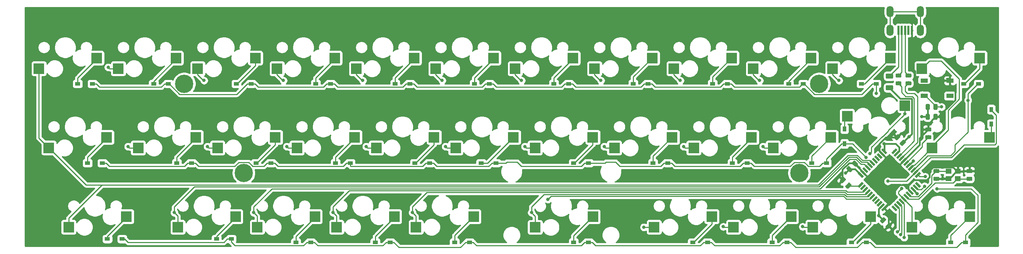
<source format=gbl>
G04 #@! TF.GenerationSoftware,KiCad,Pcbnew,5.1.4+dfsg1-1*
G04 #@! TF.CreationDate,2020-03-31T10:31:59+02:00*
G04 #@! TF.ProjectId,alpha34,616c7068-6133-4342-9e6b-696361645f70,rev?*
G04 #@! TF.SameCoordinates,Original*
G04 #@! TF.FileFunction,Copper,L2,Bot*
G04 #@! TF.FilePolarity,Positive*
%FSLAX46Y46*%
G04 Gerber Fmt 4.6, Leading zero omitted, Abs format (unit mm)*
G04 Created by KiCad (PCBNEW 5.1.4+dfsg1-1) date 2020-03-31 10:31:59*
%MOMM*%
%LPD*%
G04 APERTURE LIST*
%ADD10R,0.500000X2.250000*%
%ADD11O,1.700000X2.700000*%
%ADD12C,4.400000*%
%ADD13R,2.550000X2.500000*%
%ADD14R,1.300000X0.950000*%
%ADD15R,0.950000X1.300000*%
%ADD16R,1.800000X1.100000*%
%ADD17R,1.400000X1.200000*%
%ADD18C,0.550000*%
%ADD19C,0.100000*%
%ADD20C,0.975000*%
%ADD21C,1.250000*%
%ADD22C,0.800000*%
%ADD23C,0.381000*%
%ADD24C,0.254000*%
G04 APERTURE END LIST*
D10*
X245281250Y-74477000D03*
X244481250Y-74477000D03*
X243681250Y-74477000D03*
X242881250Y-74477000D03*
X242081250Y-74477000D03*
D11*
X240031250Y-74477000D03*
X247331250Y-74477000D03*
X247331250Y-69977000D03*
X240031250Y-69977000D03*
D12*
X218281250Y-108743750D03*
X84931250Y-108743750D03*
X223043750Y-87312500D03*
X70643750Y-87312500D03*
D13*
X130591250Y-100171250D03*
X116741250Y-102711250D03*
X259178750Y-119221250D03*
X245328750Y-121761250D03*
X168723000Y-119253000D03*
X154873000Y-121793000D03*
X56772500Y-119221250D03*
X42922500Y-121761250D03*
X52010000Y-100171250D03*
X38160000Y-102711250D03*
X261560000Y-81121250D03*
X247710000Y-83661250D03*
X235366250Y-119221250D03*
X221516250Y-121761250D03*
D14*
X186718750Y-106362500D03*
X183168750Y-106362500D03*
X162906250Y-87312500D03*
X159356250Y-87312500D03*
D13*
X216316250Y-119221250D03*
X202466250Y-121761250D03*
X197266250Y-119221250D03*
X183416250Y-121761250D03*
X140116250Y-119221250D03*
X126266250Y-121761250D03*
X121066250Y-119221250D03*
X107216250Y-121761250D03*
X102016250Y-119221250D03*
X88166250Y-121761250D03*
X82966250Y-119221250D03*
X69116250Y-121761250D03*
X263941250Y-100171250D03*
X250091250Y-102711250D03*
X229771250Y-95091250D03*
X243621250Y-92551250D03*
X225841250Y-100171250D03*
X211991250Y-102711250D03*
X206791250Y-100171250D03*
X192941250Y-102711250D03*
X187741250Y-100171250D03*
X173891250Y-102711250D03*
X168691250Y-100171250D03*
X154841250Y-102711250D03*
X149641250Y-100171250D03*
X135791250Y-102711250D03*
X111541250Y-100171250D03*
X97691250Y-102711250D03*
X92491250Y-100171250D03*
X78641250Y-102711250D03*
X73441250Y-100171250D03*
X59591250Y-102711250D03*
X240128750Y-81121250D03*
X226278750Y-83661250D03*
X221078750Y-81121250D03*
X207228750Y-83661250D03*
X202028750Y-81121250D03*
X188178750Y-83661250D03*
X182978750Y-81121250D03*
X169128750Y-83661250D03*
X163928750Y-81121250D03*
X150078750Y-83661250D03*
X144878750Y-81121250D03*
X131028750Y-83661250D03*
X125828750Y-81121250D03*
X111978750Y-83661250D03*
X106778750Y-81121250D03*
X92928750Y-83661250D03*
X87728750Y-81121250D03*
X73878750Y-83661250D03*
X68678750Y-81121250D03*
X54828750Y-83661250D03*
X49628750Y-81121250D03*
X35778750Y-83661250D03*
D14*
X258156250Y-125412500D03*
X254606250Y-125412500D03*
X234343750Y-125412500D03*
X230793750Y-125412500D03*
X215293750Y-125412500D03*
X211743750Y-125412500D03*
X196243750Y-125412500D03*
X192693750Y-125412500D03*
X167668750Y-125412500D03*
X164118750Y-125412500D03*
X139093750Y-125412500D03*
X135543750Y-125412500D03*
X120043750Y-125412500D03*
X116493750Y-125412500D03*
X100993750Y-125412500D03*
X97443750Y-125412500D03*
X81943750Y-124618750D03*
X78393750Y-124618750D03*
X55750000Y-124618750D03*
X52200000Y-124618750D03*
D15*
X264318750Y-93475000D03*
X264318750Y-97025000D03*
X229108000Y-101724000D03*
X229108000Y-98174000D03*
D14*
X224818750Y-106362500D03*
X221268750Y-106362500D03*
X205768750Y-106362500D03*
X202218750Y-106362500D03*
X167668750Y-106362500D03*
X164118750Y-106362500D03*
X145443750Y-106362500D03*
X141893750Y-106362500D03*
X129568750Y-106362500D03*
X126018750Y-106362500D03*
X110518750Y-106362500D03*
X106968750Y-106362500D03*
X91468750Y-106362500D03*
X87918750Y-106362500D03*
X72418750Y-106362500D03*
X68868750Y-106362500D03*
X50987500Y-106362500D03*
X47437500Y-106362500D03*
X261331250Y-87312500D03*
X257781250Y-87312500D03*
X236725000Y-87312500D03*
X233175000Y-87312500D03*
X219262500Y-87312500D03*
X215712500Y-87312500D03*
X201006250Y-87312500D03*
X197456250Y-87312500D03*
X181956250Y-87312500D03*
X178406250Y-87312500D03*
X143856250Y-87312500D03*
X140306250Y-87312500D03*
X124806250Y-87312500D03*
X121256250Y-87312500D03*
X105756250Y-87312500D03*
X102206250Y-87312500D03*
X86706250Y-87312500D03*
X83156250Y-87312500D03*
X66862500Y-87312500D03*
X63312500Y-87312500D03*
X48606250Y-87312500D03*
X45056250Y-87312500D03*
D16*
X248233000Y-86542000D03*
X254433000Y-90242000D03*
X248233000Y-90242000D03*
X254433000Y-86542000D03*
D17*
X256324986Y-108369312D03*
X254124986Y-108369312D03*
X254124986Y-110069312D03*
X256324986Y-110069312D03*
D18*
X238681733Y-103534073D03*
D19*
G36*
X239406517Y-103869949D02*
G01*
X239017609Y-104258857D01*
X237956949Y-103198197D01*
X238345857Y-102809289D01*
X239406517Y-103869949D01*
X239406517Y-103869949D01*
G37*
D18*
X238116048Y-104099759D03*
D19*
G36*
X238840832Y-104435635D02*
G01*
X238451924Y-104824543D01*
X237391264Y-103763883D01*
X237780172Y-103374975D01*
X238840832Y-104435635D01*
X238840832Y-104435635D01*
G37*
D18*
X237550363Y-104665444D03*
D19*
G36*
X238275147Y-105001320D02*
G01*
X237886239Y-105390228D01*
X236825579Y-104329568D01*
X237214487Y-103940660D01*
X238275147Y-105001320D01*
X238275147Y-105001320D01*
G37*
D18*
X236984677Y-105231129D03*
D19*
G36*
X237709461Y-105567005D02*
G01*
X237320553Y-105955913D01*
X236259893Y-104895253D01*
X236648801Y-104506345D01*
X237709461Y-105567005D01*
X237709461Y-105567005D01*
G37*
D18*
X236418992Y-105796815D03*
D19*
G36*
X237143776Y-106132691D02*
G01*
X236754868Y-106521599D01*
X235694208Y-105460939D01*
X236083116Y-105072031D01*
X237143776Y-106132691D01*
X237143776Y-106132691D01*
G37*
D18*
X235853306Y-106362500D03*
D19*
G36*
X236578090Y-106698376D02*
G01*
X236189182Y-107087284D01*
X235128522Y-106026624D01*
X235517430Y-105637716D01*
X236578090Y-106698376D01*
X236578090Y-106698376D01*
G37*
D18*
X235287621Y-106928186D03*
D19*
G36*
X236012405Y-107264062D02*
G01*
X235623497Y-107652970D01*
X234562837Y-106592310D01*
X234951745Y-106203402D01*
X236012405Y-107264062D01*
X236012405Y-107264062D01*
G37*
D18*
X234721935Y-107493871D03*
D19*
G36*
X235446719Y-107829747D02*
G01*
X235057811Y-108218655D01*
X233997151Y-107157995D01*
X234386059Y-106769087D01*
X235446719Y-107829747D01*
X235446719Y-107829747D01*
G37*
D18*
X234156250Y-108059557D03*
D19*
G36*
X234881034Y-108395433D02*
G01*
X234492126Y-108784341D01*
X233431466Y-107723681D01*
X233820374Y-107334773D01*
X234881034Y-108395433D01*
X234881034Y-108395433D01*
G37*
D18*
X233590565Y-108625242D03*
D19*
G36*
X234315349Y-108961118D02*
G01*
X233926441Y-109350026D01*
X232865781Y-108289366D01*
X233254689Y-107900458D01*
X234315349Y-108961118D01*
X234315349Y-108961118D01*
G37*
D18*
X233024879Y-109190927D03*
D19*
G36*
X233749663Y-109526803D02*
G01*
X233360755Y-109915711D01*
X232300095Y-108855051D01*
X232689003Y-108466143D01*
X233749663Y-109526803D01*
X233749663Y-109526803D01*
G37*
D18*
X233024879Y-111595091D03*
D19*
G36*
X233360755Y-110870307D02*
G01*
X233749663Y-111259215D01*
X232689003Y-112319875D01*
X232300095Y-111930967D01*
X233360755Y-110870307D01*
X233360755Y-110870307D01*
G37*
D18*
X233590565Y-112160776D03*
D19*
G36*
X233926441Y-111435992D02*
G01*
X234315349Y-111824900D01*
X233254689Y-112885560D01*
X232865781Y-112496652D01*
X233926441Y-111435992D01*
X233926441Y-111435992D01*
G37*
D18*
X234156250Y-112726461D03*
D19*
G36*
X234492126Y-112001677D02*
G01*
X234881034Y-112390585D01*
X233820374Y-113451245D01*
X233431466Y-113062337D01*
X234492126Y-112001677D01*
X234492126Y-112001677D01*
G37*
D18*
X234721935Y-113292147D03*
D19*
G36*
X235057811Y-112567363D02*
G01*
X235446719Y-112956271D01*
X234386059Y-114016931D01*
X233997151Y-113628023D01*
X235057811Y-112567363D01*
X235057811Y-112567363D01*
G37*
D18*
X235287621Y-113857832D03*
D19*
G36*
X235623497Y-113133048D02*
G01*
X236012405Y-113521956D01*
X234951745Y-114582616D01*
X234562837Y-114193708D01*
X235623497Y-113133048D01*
X235623497Y-113133048D01*
G37*
D18*
X235853306Y-114423518D03*
D19*
G36*
X236189182Y-113698734D02*
G01*
X236578090Y-114087642D01*
X235517430Y-115148302D01*
X235128522Y-114759394D01*
X236189182Y-113698734D01*
X236189182Y-113698734D01*
G37*
D18*
X236418992Y-114989203D03*
D19*
G36*
X236754868Y-114264419D02*
G01*
X237143776Y-114653327D01*
X236083116Y-115713987D01*
X235694208Y-115325079D01*
X236754868Y-114264419D01*
X236754868Y-114264419D01*
G37*
D18*
X236984677Y-115554889D03*
D19*
G36*
X237320553Y-114830105D02*
G01*
X237709461Y-115219013D01*
X236648801Y-116279673D01*
X236259893Y-115890765D01*
X237320553Y-114830105D01*
X237320553Y-114830105D01*
G37*
D18*
X237550363Y-116120574D03*
D19*
G36*
X237886239Y-115395790D02*
G01*
X238275147Y-115784698D01*
X237214487Y-116845358D01*
X236825579Y-116456450D01*
X237886239Y-115395790D01*
X237886239Y-115395790D01*
G37*
D18*
X238116048Y-116686259D03*
D19*
G36*
X238451924Y-115961475D02*
G01*
X238840832Y-116350383D01*
X237780172Y-117411043D01*
X237391264Y-117022135D01*
X238451924Y-115961475D01*
X238451924Y-115961475D01*
G37*
D18*
X238681733Y-117251945D03*
D19*
G36*
X239017609Y-116527161D02*
G01*
X239406517Y-116916069D01*
X238345857Y-117976729D01*
X237956949Y-117587821D01*
X239017609Y-116527161D01*
X239017609Y-116527161D01*
G37*
D18*
X241085897Y-117251945D03*
D19*
G36*
X241810681Y-117587821D02*
G01*
X241421773Y-117976729D01*
X240361113Y-116916069D01*
X240750021Y-116527161D01*
X241810681Y-117587821D01*
X241810681Y-117587821D01*
G37*
D18*
X241651582Y-116686259D03*
D19*
G36*
X242376366Y-117022135D02*
G01*
X241987458Y-117411043D01*
X240926798Y-116350383D01*
X241315706Y-115961475D01*
X242376366Y-117022135D01*
X242376366Y-117022135D01*
G37*
D18*
X242217267Y-116120574D03*
D19*
G36*
X242942051Y-116456450D02*
G01*
X242553143Y-116845358D01*
X241492483Y-115784698D01*
X241881391Y-115395790D01*
X242942051Y-116456450D01*
X242942051Y-116456450D01*
G37*
D18*
X242782953Y-115554889D03*
D19*
G36*
X243507737Y-115890765D02*
G01*
X243118829Y-116279673D01*
X242058169Y-115219013D01*
X242447077Y-114830105D01*
X243507737Y-115890765D01*
X243507737Y-115890765D01*
G37*
D18*
X243348638Y-114989203D03*
D19*
G36*
X244073422Y-115325079D02*
G01*
X243684514Y-115713987D01*
X242623854Y-114653327D01*
X243012762Y-114264419D01*
X244073422Y-115325079D01*
X244073422Y-115325079D01*
G37*
D18*
X243914324Y-114423518D03*
D19*
G36*
X244639108Y-114759394D02*
G01*
X244250200Y-115148302D01*
X243189540Y-114087642D01*
X243578448Y-113698734D01*
X244639108Y-114759394D01*
X244639108Y-114759394D01*
G37*
D18*
X244480009Y-113857832D03*
D19*
G36*
X245204793Y-114193708D02*
G01*
X244815885Y-114582616D01*
X243755225Y-113521956D01*
X244144133Y-113133048D01*
X245204793Y-114193708D01*
X245204793Y-114193708D01*
G37*
D18*
X245045695Y-113292147D03*
D19*
G36*
X245770479Y-113628023D02*
G01*
X245381571Y-114016931D01*
X244320911Y-112956271D01*
X244709819Y-112567363D01*
X245770479Y-113628023D01*
X245770479Y-113628023D01*
G37*
D18*
X245611380Y-112726461D03*
D19*
G36*
X246336164Y-113062337D02*
G01*
X245947256Y-113451245D01*
X244886596Y-112390585D01*
X245275504Y-112001677D01*
X246336164Y-113062337D01*
X246336164Y-113062337D01*
G37*
D18*
X246177065Y-112160776D03*
D19*
G36*
X246901849Y-112496652D02*
G01*
X246512941Y-112885560D01*
X245452281Y-111824900D01*
X245841189Y-111435992D01*
X246901849Y-112496652D01*
X246901849Y-112496652D01*
G37*
D18*
X246742751Y-111595091D03*
D19*
G36*
X247467535Y-111930967D02*
G01*
X247078627Y-112319875D01*
X246017967Y-111259215D01*
X246406875Y-110870307D01*
X247467535Y-111930967D01*
X247467535Y-111930967D01*
G37*
D18*
X246742751Y-109190927D03*
D19*
G36*
X247078627Y-108466143D02*
G01*
X247467535Y-108855051D01*
X246406875Y-109915711D01*
X246017967Y-109526803D01*
X247078627Y-108466143D01*
X247078627Y-108466143D01*
G37*
D18*
X246177065Y-108625242D03*
D19*
G36*
X246512941Y-107900458D02*
G01*
X246901849Y-108289366D01*
X245841189Y-109350026D01*
X245452281Y-108961118D01*
X246512941Y-107900458D01*
X246512941Y-107900458D01*
G37*
D18*
X245611380Y-108059557D03*
D19*
G36*
X245947256Y-107334773D02*
G01*
X246336164Y-107723681D01*
X245275504Y-108784341D01*
X244886596Y-108395433D01*
X245947256Y-107334773D01*
X245947256Y-107334773D01*
G37*
D18*
X245045695Y-107493871D03*
D19*
G36*
X245381571Y-106769087D02*
G01*
X245770479Y-107157995D01*
X244709819Y-108218655D01*
X244320911Y-107829747D01*
X245381571Y-106769087D01*
X245381571Y-106769087D01*
G37*
D18*
X244480009Y-106928186D03*
D19*
G36*
X244815885Y-106203402D02*
G01*
X245204793Y-106592310D01*
X244144133Y-107652970D01*
X243755225Y-107264062D01*
X244815885Y-106203402D01*
X244815885Y-106203402D01*
G37*
D18*
X243914324Y-106362500D03*
D19*
G36*
X244250200Y-105637716D02*
G01*
X244639108Y-106026624D01*
X243578448Y-107087284D01*
X243189540Y-106698376D01*
X244250200Y-105637716D01*
X244250200Y-105637716D01*
G37*
D18*
X243348638Y-105796815D03*
D19*
G36*
X243684514Y-105072031D02*
G01*
X244073422Y-105460939D01*
X243012762Y-106521599D01*
X242623854Y-106132691D01*
X243684514Y-105072031D01*
X243684514Y-105072031D01*
G37*
D18*
X242782953Y-105231129D03*
D19*
G36*
X243118829Y-104506345D02*
G01*
X243507737Y-104895253D01*
X242447077Y-105955913D01*
X242058169Y-105567005D01*
X243118829Y-104506345D01*
X243118829Y-104506345D01*
G37*
D18*
X242217267Y-104665444D03*
D19*
G36*
X242553143Y-103940660D02*
G01*
X242942051Y-104329568D01*
X241881391Y-105390228D01*
X241492483Y-105001320D01*
X242553143Y-103940660D01*
X242553143Y-103940660D01*
G37*
D18*
X241651582Y-104099759D03*
D19*
G36*
X241987458Y-103374975D02*
G01*
X242376366Y-103763883D01*
X241315706Y-104824543D01*
X240926798Y-104435635D01*
X241987458Y-103374975D01*
X241987458Y-103374975D01*
G37*
D18*
X241085897Y-103534073D03*
D19*
G36*
X241421773Y-102809289D02*
G01*
X241810681Y-103198197D01*
X240750021Y-104258857D01*
X240361113Y-103869949D01*
X241421773Y-102809289D01*
X241421773Y-102809289D01*
G37*
G36*
X230230815Y-111050362D02*
G01*
X230254476Y-111053872D01*
X230277680Y-111059684D01*
X230300202Y-111067742D01*
X230321826Y-111077970D01*
X230342343Y-111090267D01*
X230361556Y-111104517D01*
X230379280Y-111120581D01*
X230723995Y-111465296D01*
X230740059Y-111483020D01*
X230754309Y-111502233D01*
X230766606Y-111522750D01*
X230776834Y-111544374D01*
X230784892Y-111566896D01*
X230790704Y-111590100D01*
X230794214Y-111613761D01*
X230795388Y-111637653D01*
X230794214Y-111661545D01*
X230790704Y-111685206D01*
X230784892Y-111708410D01*
X230776834Y-111730932D01*
X230766606Y-111752556D01*
X230754309Y-111773073D01*
X230740059Y-111792286D01*
X230723995Y-111810010D01*
X230078760Y-112455245D01*
X230061036Y-112471309D01*
X230041823Y-112485559D01*
X230021306Y-112497856D01*
X229999682Y-112508084D01*
X229977160Y-112516142D01*
X229953956Y-112521954D01*
X229930295Y-112525464D01*
X229906403Y-112526638D01*
X229882511Y-112525464D01*
X229858850Y-112521954D01*
X229835646Y-112516142D01*
X229813124Y-112508084D01*
X229791500Y-112497856D01*
X229770983Y-112485559D01*
X229751770Y-112471309D01*
X229734046Y-112455245D01*
X229389331Y-112110530D01*
X229373267Y-112092806D01*
X229359017Y-112073593D01*
X229346720Y-112053076D01*
X229336492Y-112031452D01*
X229328434Y-112008930D01*
X229322622Y-111985726D01*
X229319112Y-111962065D01*
X229317938Y-111938173D01*
X229319112Y-111914281D01*
X229322622Y-111890620D01*
X229328434Y-111867416D01*
X229336492Y-111844894D01*
X229346720Y-111823270D01*
X229359017Y-111802753D01*
X229373267Y-111783540D01*
X229389331Y-111765816D01*
X230034566Y-111120581D01*
X230052290Y-111104517D01*
X230071503Y-111090267D01*
X230092020Y-111077970D01*
X230113644Y-111067742D01*
X230136166Y-111059684D01*
X230159370Y-111053872D01*
X230183031Y-111050362D01*
X230206923Y-111049188D01*
X230230815Y-111050362D01*
X230230815Y-111050362D01*
G37*
D20*
X230056663Y-111787913D03*
D19*
G36*
X228904989Y-109724536D02*
G01*
X228928650Y-109728046D01*
X228951854Y-109733858D01*
X228974376Y-109741916D01*
X228996000Y-109752144D01*
X229016517Y-109764441D01*
X229035730Y-109778691D01*
X229053454Y-109794755D01*
X229398169Y-110139470D01*
X229414233Y-110157194D01*
X229428483Y-110176407D01*
X229440780Y-110196924D01*
X229451008Y-110218548D01*
X229459066Y-110241070D01*
X229464878Y-110264274D01*
X229468388Y-110287935D01*
X229469562Y-110311827D01*
X229468388Y-110335719D01*
X229464878Y-110359380D01*
X229459066Y-110382584D01*
X229451008Y-110405106D01*
X229440780Y-110426730D01*
X229428483Y-110447247D01*
X229414233Y-110466460D01*
X229398169Y-110484184D01*
X228752934Y-111129419D01*
X228735210Y-111145483D01*
X228715997Y-111159733D01*
X228695480Y-111172030D01*
X228673856Y-111182258D01*
X228651334Y-111190316D01*
X228628130Y-111196128D01*
X228604469Y-111199638D01*
X228580577Y-111200812D01*
X228556685Y-111199638D01*
X228533024Y-111196128D01*
X228509820Y-111190316D01*
X228487298Y-111182258D01*
X228465674Y-111172030D01*
X228445157Y-111159733D01*
X228425944Y-111145483D01*
X228408220Y-111129419D01*
X228063505Y-110784704D01*
X228047441Y-110766980D01*
X228033191Y-110747767D01*
X228020894Y-110727250D01*
X228010666Y-110705626D01*
X228002608Y-110683104D01*
X227996796Y-110659900D01*
X227993286Y-110636239D01*
X227992112Y-110612347D01*
X227993286Y-110588455D01*
X227996796Y-110564794D01*
X228002608Y-110541590D01*
X228010666Y-110519068D01*
X228020894Y-110497444D01*
X228033191Y-110476927D01*
X228047441Y-110457714D01*
X228063505Y-110439990D01*
X228708740Y-109794755D01*
X228726464Y-109778691D01*
X228745677Y-109764441D01*
X228766194Y-109752144D01*
X228787818Y-109741916D01*
X228810340Y-109733858D01*
X228833544Y-109728046D01*
X228857205Y-109724536D01*
X228881097Y-109723362D01*
X228904989Y-109724536D01*
X228904989Y-109724536D01*
G37*
D20*
X228730837Y-110462087D03*
D19*
G36*
X242573892Y-84840924D02*
G01*
X242597553Y-84844434D01*
X242620757Y-84850246D01*
X242643279Y-84858304D01*
X242664903Y-84868532D01*
X242685420Y-84880829D01*
X242704633Y-84895079D01*
X242722357Y-84911143D01*
X242738421Y-84928867D01*
X242752671Y-84948080D01*
X242764968Y-84968597D01*
X242775196Y-84990221D01*
X242783254Y-85012743D01*
X242789066Y-85035947D01*
X242792576Y-85059608D01*
X242793750Y-85083500D01*
X242793750Y-85571000D01*
X242792576Y-85594892D01*
X242789066Y-85618553D01*
X242783254Y-85641757D01*
X242775196Y-85664279D01*
X242764968Y-85685903D01*
X242752671Y-85706420D01*
X242738421Y-85725633D01*
X242722357Y-85743357D01*
X242704633Y-85759421D01*
X242685420Y-85773671D01*
X242664903Y-85785968D01*
X242643279Y-85796196D01*
X242620757Y-85804254D01*
X242597553Y-85810066D01*
X242573892Y-85813576D01*
X242550000Y-85814750D01*
X241637500Y-85814750D01*
X241613608Y-85813576D01*
X241589947Y-85810066D01*
X241566743Y-85804254D01*
X241544221Y-85796196D01*
X241522597Y-85785968D01*
X241502080Y-85773671D01*
X241482867Y-85759421D01*
X241465143Y-85743357D01*
X241449079Y-85725633D01*
X241434829Y-85706420D01*
X241422532Y-85685903D01*
X241412304Y-85664279D01*
X241404246Y-85641757D01*
X241398434Y-85618553D01*
X241394924Y-85594892D01*
X241393750Y-85571000D01*
X241393750Y-85083500D01*
X241394924Y-85059608D01*
X241398434Y-85035947D01*
X241404246Y-85012743D01*
X241412304Y-84990221D01*
X241422532Y-84968597D01*
X241434829Y-84948080D01*
X241449079Y-84928867D01*
X241465143Y-84911143D01*
X241482867Y-84895079D01*
X241502080Y-84880829D01*
X241522597Y-84868532D01*
X241544221Y-84858304D01*
X241566743Y-84850246D01*
X241589947Y-84844434D01*
X241613608Y-84840924D01*
X241637500Y-84839750D01*
X242550000Y-84839750D01*
X242573892Y-84840924D01*
X242573892Y-84840924D01*
G37*
D20*
X242093750Y-85327250D03*
D19*
G36*
X242573892Y-86715924D02*
G01*
X242597553Y-86719434D01*
X242620757Y-86725246D01*
X242643279Y-86733304D01*
X242664903Y-86743532D01*
X242685420Y-86755829D01*
X242704633Y-86770079D01*
X242722357Y-86786143D01*
X242738421Y-86803867D01*
X242752671Y-86823080D01*
X242764968Y-86843597D01*
X242775196Y-86865221D01*
X242783254Y-86887743D01*
X242789066Y-86910947D01*
X242792576Y-86934608D01*
X242793750Y-86958500D01*
X242793750Y-87446000D01*
X242792576Y-87469892D01*
X242789066Y-87493553D01*
X242783254Y-87516757D01*
X242775196Y-87539279D01*
X242764968Y-87560903D01*
X242752671Y-87581420D01*
X242738421Y-87600633D01*
X242722357Y-87618357D01*
X242704633Y-87634421D01*
X242685420Y-87648671D01*
X242664903Y-87660968D01*
X242643279Y-87671196D01*
X242620757Y-87679254D01*
X242597553Y-87685066D01*
X242573892Y-87688576D01*
X242550000Y-87689750D01*
X241637500Y-87689750D01*
X241613608Y-87688576D01*
X241589947Y-87685066D01*
X241566743Y-87679254D01*
X241544221Y-87671196D01*
X241522597Y-87660968D01*
X241502080Y-87648671D01*
X241482867Y-87634421D01*
X241465143Y-87618357D01*
X241449079Y-87600633D01*
X241434829Y-87581420D01*
X241422532Y-87560903D01*
X241412304Y-87539279D01*
X241404246Y-87516757D01*
X241398434Y-87493553D01*
X241394924Y-87469892D01*
X241393750Y-87446000D01*
X241393750Y-86958500D01*
X241394924Y-86934608D01*
X241398434Y-86910947D01*
X241404246Y-86887743D01*
X241412304Y-86865221D01*
X241422532Y-86843597D01*
X241434829Y-86823080D01*
X241449079Y-86803867D01*
X241465143Y-86786143D01*
X241482867Y-86770079D01*
X241502080Y-86755829D01*
X241522597Y-86743532D01*
X241544221Y-86733304D01*
X241566743Y-86725246D01*
X241589947Y-86719434D01*
X241613608Y-86715924D01*
X241637500Y-86714750D01*
X242550000Y-86714750D01*
X242573892Y-86715924D01*
X242573892Y-86715924D01*
G37*
D20*
X242093750Y-87202250D03*
D19*
G36*
X244955142Y-84840924D02*
G01*
X244978803Y-84844434D01*
X245002007Y-84850246D01*
X245024529Y-84858304D01*
X245046153Y-84868532D01*
X245066670Y-84880829D01*
X245085883Y-84895079D01*
X245103607Y-84911143D01*
X245119671Y-84928867D01*
X245133921Y-84948080D01*
X245146218Y-84968597D01*
X245156446Y-84990221D01*
X245164504Y-85012743D01*
X245170316Y-85035947D01*
X245173826Y-85059608D01*
X245175000Y-85083500D01*
X245175000Y-85571000D01*
X245173826Y-85594892D01*
X245170316Y-85618553D01*
X245164504Y-85641757D01*
X245156446Y-85664279D01*
X245146218Y-85685903D01*
X245133921Y-85706420D01*
X245119671Y-85725633D01*
X245103607Y-85743357D01*
X245085883Y-85759421D01*
X245066670Y-85773671D01*
X245046153Y-85785968D01*
X245024529Y-85796196D01*
X245002007Y-85804254D01*
X244978803Y-85810066D01*
X244955142Y-85813576D01*
X244931250Y-85814750D01*
X244018750Y-85814750D01*
X243994858Y-85813576D01*
X243971197Y-85810066D01*
X243947993Y-85804254D01*
X243925471Y-85796196D01*
X243903847Y-85785968D01*
X243883330Y-85773671D01*
X243864117Y-85759421D01*
X243846393Y-85743357D01*
X243830329Y-85725633D01*
X243816079Y-85706420D01*
X243803782Y-85685903D01*
X243793554Y-85664279D01*
X243785496Y-85641757D01*
X243779684Y-85618553D01*
X243776174Y-85594892D01*
X243775000Y-85571000D01*
X243775000Y-85083500D01*
X243776174Y-85059608D01*
X243779684Y-85035947D01*
X243785496Y-85012743D01*
X243793554Y-84990221D01*
X243803782Y-84968597D01*
X243816079Y-84948080D01*
X243830329Y-84928867D01*
X243846393Y-84911143D01*
X243864117Y-84895079D01*
X243883330Y-84880829D01*
X243903847Y-84868532D01*
X243925471Y-84858304D01*
X243947993Y-84850246D01*
X243971197Y-84844434D01*
X243994858Y-84840924D01*
X244018750Y-84839750D01*
X244931250Y-84839750D01*
X244955142Y-84840924D01*
X244955142Y-84840924D01*
G37*
D20*
X244475000Y-85327250D03*
D19*
G36*
X244955142Y-86715924D02*
G01*
X244978803Y-86719434D01*
X245002007Y-86725246D01*
X245024529Y-86733304D01*
X245046153Y-86743532D01*
X245066670Y-86755829D01*
X245085883Y-86770079D01*
X245103607Y-86786143D01*
X245119671Y-86803867D01*
X245133921Y-86823080D01*
X245146218Y-86843597D01*
X245156446Y-86865221D01*
X245164504Y-86887743D01*
X245170316Y-86910947D01*
X245173826Y-86934608D01*
X245175000Y-86958500D01*
X245175000Y-87446000D01*
X245173826Y-87469892D01*
X245170316Y-87493553D01*
X245164504Y-87516757D01*
X245156446Y-87539279D01*
X245146218Y-87560903D01*
X245133921Y-87581420D01*
X245119671Y-87600633D01*
X245103607Y-87618357D01*
X245085883Y-87634421D01*
X245066670Y-87648671D01*
X245046153Y-87660968D01*
X245024529Y-87671196D01*
X245002007Y-87679254D01*
X244978803Y-87685066D01*
X244955142Y-87688576D01*
X244931250Y-87689750D01*
X244018750Y-87689750D01*
X243994858Y-87688576D01*
X243971197Y-87685066D01*
X243947993Y-87679254D01*
X243925471Y-87671196D01*
X243903847Y-87660968D01*
X243883330Y-87648671D01*
X243864117Y-87634421D01*
X243846393Y-87618357D01*
X243830329Y-87600633D01*
X243816079Y-87581420D01*
X243803782Y-87560903D01*
X243793554Y-87539279D01*
X243785496Y-87516757D01*
X243779684Y-87493553D01*
X243776174Y-87469892D01*
X243775000Y-87446000D01*
X243775000Y-86958500D01*
X243776174Y-86934608D01*
X243779684Y-86910947D01*
X243785496Y-86887743D01*
X243793554Y-86865221D01*
X243803782Y-86843597D01*
X243816079Y-86823080D01*
X243830329Y-86803867D01*
X243846393Y-86786143D01*
X243864117Y-86770079D01*
X243883330Y-86755829D01*
X243903847Y-86743532D01*
X243925471Y-86733304D01*
X243947993Y-86725246D01*
X243971197Y-86719434D01*
X243994858Y-86715924D01*
X244018750Y-86714750D01*
X244931250Y-86714750D01*
X244955142Y-86715924D01*
X244955142Y-86715924D01*
G37*
D20*
X244475000Y-87202250D03*
D19*
G36*
X251236392Y-92169924D02*
G01*
X251260053Y-92173434D01*
X251283257Y-92179246D01*
X251305779Y-92187304D01*
X251327403Y-92197532D01*
X251347920Y-92209829D01*
X251367133Y-92224079D01*
X251384857Y-92240143D01*
X251400921Y-92257867D01*
X251415171Y-92277080D01*
X251427468Y-92297597D01*
X251437696Y-92319221D01*
X251445754Y-92341743D01*
X251451566Y-92364947D01*
X251455076Y-92388608D01*
X251456250Y-92412500D01*
X251456250Y-93325000D01*
X251455076Y-93348892D01*
X251451566Y-93372553D01*
X251445754Y-93395757D01*
X251437696Y-93418279D01*
X251427468Y-93439903D01*
X251415171Y-93460420D01*
X251400921Y-93479633D01*
X251384857Y-93497357D01*
X251367133Y-93513421D01*
X251347920Y-93527671D01*
X251327403Y-93539968D01*
X251305779Y-93550196D01*
X251283257Y-93558254D01*
X251260053Y-93564066D01*
X251236392Y-93567576D01*
X251212500Y-93568750D01*
X250725000Y-93568750D01*
X250701108Y-93567576D01*
X250677447Y-93564066D01*
X250654243Y-93558254D01*
X250631721Y-93550196D01*
X250610097Y-93539968D01*
X250589580Y-93527671D01*
X250570367Y-93513421D01*
X250552643Y-93497357D01*
X250536579Y-93479633D01*
X250522329Y-93460420D01*
X250510032Y-93439903D01*
X250499804Y-93418279D01*
X250491746Y-93395757D01*
X250485934Y-93372553D01*
X250482424Y-93348892D01*
X250481250Y-93325000D01*
X250481250Y-92412500D01*
X250482424Y-92388608D01*
X250485934Y-92364947D01*
X250491746Y-92341743D01*
X250499804Y-92319221D01*
X250510032Y-92297597D01*
X250522329Y-92277080D01*
X250536579Y-92257867D01*
X250552643Y-92240143D01*
X250570367Y-92224079D01*
X250589580Y-92209829D01*
X250610097Y-92197532D01*
X250631721Y-92187304D01*
X250654243Y-92179246D01*
X250677447Y-92173434D01*
X250701108Y-92169924D01*
X250725000Y-92168750D01*
X251212500Y-92168750D01*
X251236392Y-92169924D01*
X251236392Y-92169924D01*
G37*
D20*
X250968750Y-92868750D03*
D19*
G36*
X249361392Y-92169924D02*
G01*
X249385053Y-92173434D01*
X249408257Y-92179246D01*
X249430779Y-92187304D01*
X249452403Y-92197532D01*
X249472920Y-92209829D01*
X249492133Y-92224079D01*
X249509857Y-92240143D01*
X249525921Y-92257867D01*
X249540171Y-92277080D01*
X249552468Y-92297597D01*
X249562696Y-92319221D01*
X249570754Y-92341743D01*
X249576566Y-92364947D01*
X249580076Y-92388608D01*
X249581250Y-92412500D01*
X249581250Y-93325000D01*
X249580076Y-93348892D01*
X249576566Y-93372553D01*
X249570754Y-93395757D01*
X249562696Y-93418279D01*
X249552468Y-93439903D01*
X249540171Y-93460420D01*
X249525921Y-93479633D01*
X249509857Y-93497357D01*
X249492133Y-93513421D01*
X249472920Y-93527671D01*
X249452403Y-93539968D01*
X249430779Y-93550196D01*
X249408257Y-93558254D01*
X249385053Y-93564066D01*
X249361392Y-93567576D01*
X249337500Y-93568750D01*
X248850000Y-93568750D01*
X248826108Y-93567576D01*
X248802447Y-93564066D01*
X248779243Y-93558254D01*
X248756721Y-93550196D01*
X248735097Y-93539968D01*
X248714580Y-93527671D01*
X248695367Y-93513421D01*
X248677643Y-93497357D01*
X248661579Y-93479633D01*
X248647329Y-93460420D01*
X248635032Y-93439903D01*
X248624804Y-93418279D01*
X248616746Y-93395757D01*
X248610934Y-93372553D01*
X248607424Y-93348892D01*
X248606250Y-93325000D01*
X248606250Y-92412500D01*
X248607424Y-92388608D01*
X248610934Y-92364947D01*
X248616746Y-92341743D01*
X248624804Y-92319221D01*
X248635032Y-92297597D01*
X248647329Y-92277080D01*
X248661579Y-92257867D01*
X248677643Y-92240143D01*
X248695367Y-92224079D01*
X248714580Y-92209829D01*
X248735097Y-92197532D01*
X248756721Y-92187304D01*
X248779243Y-92179246D01*
X248802447Y-92173434D01*
X248826108Y-92169924D01*
X248850000Y-92168750D01*
X249337500Y-92168750D01*
X249361392Y-92169924D01*
X249361392Y-92169924D01*
G37*
D20*
X249093750Y-92868750D03*
D19*
G36*
X240552504Y-84844204D02*
G01*
X240576773Y-84847804D01*
X240600571Y-84853765D01*
X240623671Y-84862030D01*
X240645849Y-84872520D01*
X240666893Y-84885133D01*
X240686598Y-84899747D01*
X240704777Y-84916223D01*
X240721253Y-84934402D01*
X240735867Y-84954107D01*
X240748480Y-84975151D01*
X240758970Y-84997329D01*
X240767235Y-85020429D01*
X240773196Y-85044227D01*
X240776796Y-85068496D01*
X240778000Y-85093000D01*
X240778000Y-85843000D01*
X240776796Y-85867504D01*
X240773196Y-85891773D01*
X240767235Y-85915571D01*
X240758970Y-85938671D01*
X240748480Y-85960849D01*
X240735867Y-85981893D01*
X240721253Y-86001598D01*
X240704777Y-86019777D01*
X240686598Y-86036253D01*
X240666893Y-86050867D01*
X240645849Y-86063480D01*
X240623671Y-86073970D01*
X240600571Y-86082235D01*
X240576773Y-86088196D01*
X240552504Y-86091796D01*
X240528000Y-86093000D01*
X239278000Y-86093000D01*
X239253496Y-86091796D01*
X239229227Y-86088196D01*
X239205429Y-86082235D01*
X239182329Y-86073970D01*
X239160151Y-86063480D01*
X239139107Y-86050867D01*
X239119402Y-86036253D01*
X239101223Y-86019777D01*
X239084747Y-86001598D01*
X239070133Y-85981893D01*
X239057520Y-85960849D01*
X239047030Y-85938671D01*
X239038765Y-85915571D01*
X239032804Y-85891773D01*
X239029204Y-85867504D01*
X239028000Y-85843000D01*
X239028000Y-85093000D01*
X239029204Y-85068496D01*
X239032804Y-85044227D01*
X239038765Y-85020429D01*
X239047030Y-84997329D01*
X239057520Y-84975151D01*
X239070133Y-84954107D01*
X239084747Y-84934402D01*
X239101223Y-84916223D01*
X239119402Y-84899747D01*
X239139107Y-84885133D01*
X239160151Y-84872520D01*
X239182329Y-84862030D01*
X239205429Y-84853765D01*
X239229227Y-84847804D01*
X239253496Y-84844204D01*
X239278000Y-84843000D01*
X240528000Y-84843000D01*
X240552504Y-84844204D01*
X240552504Y-84844204D01*
G37*
D21*
X239903000Y-85468000D03*
D19*
G36*
X240552504Y-87644204D02*
G01*
X240576773Y-87647804D01*
X240600571Y-87653765D01*
X240623671Y-87662030D01*
X240645849Y-87672520D01*
X240666893Y-87685133D01*
X240686598Y-87699747D01*
X240704777Y-87716223D01*
X240721253Y-87734402D01*
X240735867Y-87754107D01*
X240748480Y-87775151D01*
X240758970Y-87797329D01*
X240767235Y-87820429D01*
X240773196Y-87844227D01*
X240776796Y-87868496D01*
X240778000Y-87893000D01*
X240778000Y-88643000D01*
X240776796Y-88667504D01*
X240773196Y-88691773D01*
X240767235Y-88715571D01*
X240758970Y-88738671D01*
X240748480Y-88760849D01*
X240735867Y-88781893D01*
X240721253Y-88801598D01*
X240704777Y-88819777D01*
X240686598Y-88836253D01*
X240666893Y-88850867D01*
X240645849Y-88863480D01*
X240623671Y-88873970D01*
X240600571Y-88882235D01*
X240576773Y-88888196D01*
X240552504Y-88891796D01*
X240528000Y-88893000D01*
X239278000Y-88893000D01*
X239253496Y-88891796D01*
X239229227Y-88888196D01*
X239205429Y-88882235D01*
X239182329Y-88873970D01*
X239160151Y-88863480D01*
X239139107Y-88850867D01*
X239119402Y-88836253D01*
X239101223Y-88819777D01*
X239084747Y-88801598D01*
X239070133Y-88781893D01*
X239057520Y-88760849D01*
X239047030Y-88738671D01*
X239038765Y-88715571D01*
X239032804Y-88691773D01*
X239029204Y-88667504D01*
X239028000Y-88643000D01*
X239028000Y-87893000D01*
X239029204Y-87868496D01*
X239032804Y-87844227D01*
X239038765Y-87820429D01*
X239047030Y-87797329D01*
X239057520Y-87775151D01*
X239070133Y-87754107D01*
X239084747Y-87734402D01*
X239101223Y-87716223D01*
X239119402Y-87699747D01*
X239139107Y-87685133D01*
X239160151Y-87672520D01*
X239182329Y-87662030D01*
X239205429Y-87653765D01*
X239229227Y-87647804D01*
X239253496Y-87644204D01*
X239278000Y-87643000D01*
X240528000Y-87643000D01*
X240552504Y-87644204D01*
X240552504Y-87644204D01*
G37*
D21*
X239903000Y-88268000D03*
D19*
G36*
X241954239Y-99437536D02*
G01*
X241977900Y-99441046D01*
X242001104Y-99446858D01*
X242023626Y-99454916D01*
X242045250Y-99465144D01*
X242065767Y-99477441D01*
X242084980Y-99491691D01*
X242102704Y-99507755D01*
X242447419Y-99852470D01*
X242463483Y-99870194D01*
X242477733Y-99889407D01*
X242490030Y-99909924D01*
X242500258Y-99931548D01*
X242508316Y-99954070D01*
X242514128Y-99977274D01*
X242517638Y-100000935D01*
X242518812Y-100024827D01*
X242517638Y-100048719D01*
X242514128Y-100072380D01*
X242508316Y-100095584D01*
X242500258Y-100118106D01*
X242490030Y-100139730D01*
X242477733Y-100160247D01*
X242463483Y-100179460D01*
X242447419Y-100197184D01*
X241802184Y-100842419D01*
X241784460Y-100858483D01*
X241765247Y-100872733D01*
X241744730Y-100885030D01*
X241723106Y-100895258D01*
X241700584Y-100903316D01*
X241677380Y-100909128D01*
X241653719Y-100912638D01*
X241629827Y-100913812D01*
X241605935Y-100912638D01*
X241582274Y-100909128D01*
X241559070Y-100903316D01*
X241536548Y-100895258D01*
X241514924Y-100885030D01*
X241494407Y-100872733D01*
X241475194Y-100858483D01*
X241457470Y-100842419D01*
X241112755Y-100497704D01*
X241096691Y-100479980D01*
X241082441Y-100460767D01*
X241070144Y-100440250D01*
X241059916Y-100418626D01*
X241051858Y-100396104D01*
X241046046Y-100372900D01*
X241042536Y-100349239D01*
X241041362Y-100325347D01*
X241042536Y-100301455D01*
X241046046Y-100277794D01*
X241051858Y-100254590D01*
X241059916Y-100232068D01*
X241070144Y-100210444D01*
X241082441Y-100189927D01*
X241096691Y-100170714D01*
X241112755Y-100152990D01*
X241757990Y-99507755D01*
X241775714Y-99491691D01*
X241794927Y-99477441D01*
X241815444Y-99465144D01*
X241837068Y-99454916D01*
X241859590Y-99446858D01*
X241882794Y-99441046D01*
X241906455Y-99437536D01*
X241930347Y-99436362D01*
X241954239Y-99437536D01*
X241954239Y-99437536D01*
G37*
D20*
X241780087Y-100175087D03*
D19*
G36*
X243280065Y-100763362D02*
G01*
X243303726Y-100766872D01*
X243326930Y-100772684D01*
X243349452Y-100780742D01*
X243371076Y-100790970D01*
X243391593Y-100803267D01*
X243410806Y-100817517D01*
X243428530Y-100833581D01*
X243773245Y-101178296D01*
X243789309Y-101196020D01*
X243803559Y-101215233D01*
X243815856Y-101235750D01*
X243826084Y-101257374D01*
X243834142Y-101279896D01*
X243839954Y-101303100D01*
X243843464Y-101326761D01*
X243844638Y-101350653D01*
X243843464Y-101374545D01*
X243839954Y-101398206D01*
X243834142Y-101421410D01*
X243826084Y-101443932D01*
X243815856Y-101465556D01*
X243803559Y-101486073D01*
X243789309Y-101505286D01*
X243773245Y-101523010D01*
X243128010Y-102168245D01*
X243110286Y-102184309D01*
X243091073Y-102198559D01*
X243070556Y-102210856D01*
X243048932Y-102221084D01*
X243026410Y-102229142D01*
X243003206Y-102234954D01*
X242979545Y-102238464D01*
X242955653Y-102239638D01*
X242931761Y-102238464D01*
X242908100Y-102234954D01*
X242884896Y-102229142D01*
X242862374Y-102221084D01*
X242840750Y-102210856D01*
X242820233Y-102198559D01*
X242801020Y-102184309D01*
X242783296Y-102168245D01*
X242438581Y-101823530D01*
X242422517Y-101805806D01*
X242408267Y-101786593D01*
X242395970Y-101766076D01*
X242385742Y-101744452D01*
X242377684Y-101721930D01*
X242371872Y-101698726D01*
X242368362Y-101675065D01*
X242367188Y-101651173D01*
X242368362Y-101627281D01*
X242371872Y-101603620D01*
X242377684Y-101580416D01*
X242385742Y-101557894D01*
X242395970Y-101536270D01*
X242408267Y-101515753D01*
X242422517Y-101496540D01*
X242438581Y-101478816D01*
X243083816Y-100833581D01*
X243101540Y-100817517D01*
X243120753Y-100803267D01*
X243141270Y-100790970D01*
X243162894Y-100780742D01*
X243185416Y-100772684D01*
X243208620Y-100766872D01*
X243232281Y-100763362D01*
X243256173Y-100762188D01*
X243280065Y-100763362D01*
X243280065Y-100763362D01*
G37*
D20*
X243105913Y-101500913D03*
D19*
G36*
X251236392Y-94551174D02*
G01*
X251260053Y-94554684D01*
X251283257Y-94560496D01*
X251305779Y-94568554D01*
X251327403Y-94578782D01*
X251347920Y-94591079D01*
X251367133Y-94605329D01*
X251384857Y-94621393D01*
X251400921Y-94639117D01*
X251415171Y-94658330D01*
X251427468Y-94678847D01*
X251437696Y-94700471D01*
X251445754Y-94722993D01*
X251451566Y-94746197D01*
X251455076Y-94769858D01*
X251456250Y-94793750D01*
X251456250Y-95706250D01*
X251455076Y-95730142D01*
X251451566Y-95753803D01*
X251445754Y-95777007D01*
X251437696Y-95799529D01*
X251427468Y-95821153D01*
X251415171Y-95841670D01*
X251400921Y-95860883D01*
X251384857Y-95878607D01*
X251367133Y-95894671D01*
X251347920Y-95908921D01*
X251327403Y-95921218D01*
X251305779Y-95931446D01*
X251283257Y-95939504D01*
X251260053Y-95945316D01*
X251236392Y-95948826D01*
X251212500Y-95950000D01*
X250725000Y-95950000D01*
X250701108Y-95948826D01*
X250677447Y-95945316D01*
X250654243Y-95939504D01*
X250631721Y-95931446D01*
X250610097Y-95921218D01*
X250589580Y-95908921D01*
X250570367Y-95894671D01*
X250552643Y-95878607D01*
X250536579Y-95860883D01*
X250522329Y-95841670D01*
X250510032Y-95821153D01*
X250499804Y-95799529D01*
X250491746Y-95777007D01*
X250485934Y-95753803D01*
X250482424Y-95730142D01*
X250481250Y-95706250D01*
X250481250Y-94793750D01*
X250482424Y-94769858D01*
X250485934Y-94746197D01*
X250491746Y-94722993D01*
X250499804Y-94700471D01*
X250510032Y-94678847D01*
X250522329Y-94658330D01*
X250536579Y-94639117D01*
X250552643Y-94621393D01*
X250570367Y-94605329D01*
X250589580Y-94591079D01*
X250610097Y-94578782D01*
X250631721Y-94568554D01*
X250654243Y-94560496D01*
X250677447Y-94554684D01*
X250701108Y-94551174D01*
X250725000Y-94550000D01*
X251212500Y-94550000D01*
X251236392Y-94551174D01*
X251236392Y-94551174D01*
G37*
D20*
X250968750Y-95250000D03*
D19*
G36*
X249361392Y-94551174D02*
G01*
X249385053Y-94554684D01*
X249408257Y-94560496D01*
X249430779Y-94568554D01*
X249452403Y-94578782D01*
X249472920Y-94591079D01*
X249492133Y-94605329D01*
X249509857Y-94621393D01*
X249525921Y-94639117D01*
X249540171Y-94658330D01*
X249552468Y-94678847D01*
X249562696Y-94700471D01*
X249570754Y-94722993D01*
X249576566Y-94746197D01*
X249580076Y-94769858D01*
X249581250Y-94793750D01*
X249581250Y-95706250D01*
X249580076Y-95730142D01*
X249576566Y-95753803D01*
X249570754Y-95777007D01*
X249562696Y-95799529D01*
X249552468Y-95821153D01*
X249540171Y-95841670D01*
X249525921Y-95860883D01*
X249509857Y-95878607D01*
X249492133Y-95894671D01*
X249472920Y-95908921D01*
X249452403Y-95921218D01*
X249430779Y-95931446D01*
X249408257Y-95939504D01*
X249385053Y-95945316D01*
X249361392Y-95948826D01*
X249337500Y-95950000D01*
X248850000Y-95950000D01*
X248826108Y-95948826D01*
X248802447Y-95945316D01*
X248779243Y-95939504D01*
X248756721Y-95931446D01*
X248735097Y-95921218D01*
X248714580Y-95908921D01*
X248695367Y-95894671D01*
X248677643Y-95878607D01*
X248661579Y-95860883D01*
X248647329Y-95841670D01*
X248635032Y-95821153D01*
X248624804Y-95799529D01*
X248616746Y-95777007D01*
X248610934Y-95753803D01*
X248607424Y-95730142D01*
X248606250Y-95706250D01*
X248606250Y-94793750D01*
X248607424Y-94769858D01*
X248610934Y-94746197D01*
X248616746Y-94722993D01*
X248624804Y-94700471D01*
X248635032Y-94678847D01*
X248647329Y-94658330D01*
X248661579Y-94639117D01*
X248677643Y-94621393D01*
X248695367Y-94605329D01*
X248714580Y-94591079D01*
X248735097Y-94578782D01*
X248756721Y-94568554D01*
X248779243Y-94560496D01*
X248802447Y-94554684D01*
X248826108Y-94551174D01*
X248850000Y-94550000D01*
X249337500Y-94550000D01*
X249361392Y-94551174D01*
X249361392Y-94551174D01*
G37*
D20*
X249093750Y-95250000D03*
D19*
G36*
X231517795Y-105755786D02*
G01*
X231541456Y-105759296D01*
X231564660Y-105765108D01*
X231587182Y-105773166D01*
X231608806Y-105783394D01*
X231629323Y-105795691D01*
X231648536Y-105809941D01*
X231666260Y-105826005D01*
X232311495Y-106471240D01*
X232327559Y-106488964D01*
X232341809Y-106508177D01*
X232354106Y-106528694D01*
X232364334Y-106550318D01*
X232372392Y-106572840D01*
X232378204Y-106596044D01*
X232381714Y-106619705D01*
X232382888Y-106643597D01*
X232381714Y-106667489D01*
X232378204Y-106691150D01*
X232372392Y-106714354D01*
X232364334Y-106736876D01*
X232354106Y-106758500D01*
X232341809Y-106779017D01*
X232327559Y-106798230D01*
X232311495Y-106815954D01*
X231966780Y-107160669D01*
X231949056Y-107176733D01*
X231929843Y-107190983D01*
X231909326Y-107203280D01*
X231887702Y-107213508D01*
X231865180Y-107221566D01*
X231841976Y-107227378D01*
X231818315Y-107230888D01*
X231794423Y-107232062D01*
X231770531Y-107230888D01*
X231746870Y-107227378D01*
X231723666Y-107221566D01*
X231701144Y-107213508D01*
X231679520Y-107203280D01*
X231659003Y-107190983D01*
X231639790Y-107176733D01*
X231622066Y-107160669D01*
X230976831Y-106515434D01*
X230960767Y-106497710D01*
X230946517Y-106478497D01*
X230934220Y-106457980D01*
X230923992Y-106436356D01*
X230915934Y-106413834D01*
X230910122Y-106390630D01*
X230906612Y-106366969D01*
X230905438Y-106343077D01*
X230906612Y-106319185D01*
X230910122Y-106295524D01*
X230915934Y-106272320D01*
X230923992Y-106249798D01*
X230934220Y-106228174D01*
X230946517Y-106207657D01*
X230960767Y-106188444D01*
X230976831Y-106170720D01*
X231321546Y-105826005D01*
X231339270Y-105809941D01*
X231358483Y-105795691D01*
X231379000Y-105783394D01*
X231400624Y-105773166D01*
X231423146Y-105765108D01*
X231446350Y-105759296D01*
X231470011Y-105755786D01*
X231493903Y-105754612D01*
X231517795Y-105755786D01*
X231517795Y-105755786D01*
G37*
D20*
X231644163Y-106493337D03*
D19*
G36*
X230191969Y-107081612D02*
G01*
X230215630Y-107085122D01*
X230238834Y-107090934D01*
X230261356Y-107098992D01*
X230282980Y-107109220D01*
X230303497Y-107121517D01*
X230322710Y-107135767D01*
X230340434Y-107151831D01*
X230985669Y-107797066D01*
X231001733Y-107814790D01*
X231015983Y-107834003D01*
X231028280Y-107854520D01*
X231038508Y-107876144D01*
X231046566Y-107898666D01*
X231052378Y-107921870D01*
X231055888Y-107945531D01*
X231057062Y-107969423D01*
X231055888Y-107993315D01*
X231052378Y-108016976D01*
X231046566Y-108040180D01*
X231038508Y-108062702D01*
X231028280Y-108084326D01*
X231015983Y-108104843D01*
X231001733Y-108124056D01*
X230985669Y-108141780D01*
X230640954Y-108486495D01*
X230623230Y-108502559D01*
X230604017Y-108516809D01*
X230583500Y-108529106D01*
X230561876Y-108539334D01*
X230539354Y-108547392D01*
X230516150Y-108553204D01*
X230492489Y-108556714D01*
X230468597Y-108557888D01*
X230444705Y-108556714D01*
X230421044Y-108553204D01*
X230397840Y-108547392D01*
X230375318Y-108539334D01*
X230353694Y-108529106D01*
X230333177Y-108516809D01*
X230313964Y-108502559D01*
X230296240Y-108486495D01*
X229651005Y-107841260D01*
X229634941Y-107823536D01*
X229620691Y-107804323D01*
X229608394Y-107783806D01*
X229598166Y-107762182D01*
X229590108Y-107739660D01*
X229584296Y-107716456D01*
X229580786Y-107692795D01*
X229579612Y-107668903D01*
X229580786Y-107645011D01*
X229584296Y-107621350D01*
X229590108Y-107598146D01*
X229598166Y-107575624D01*
X229608394Y-107554000D01*
X229620691Y-107533483D01*
X229634941Y-107514270D01*
X229651005Y-107496546D01*
X229995720Y-107151831D01*
X230013444Y-107135767D01*
X230032657Y-107121517D01*
X230053174Y-107109220D01*
X230074798Y-107098992D01*
X230097320Y-107090934D01*
X230120524Y-107085122D01*
X230144185Y-107081612D01*
X230168077Y-107080438D01*
X230191969Y-107081612D01*
X230191969Y-107081612D01*
G37*
D20*
X230318337Y-107819163D03*
D19*
G36*
X239886652Y-120706199D02*
G01*
X239910313Y-120709709D01*
X239933517Y-120715521D01*
X239956039Y-120723579D01*
X239977663Y-120733807D01*
X239998180Y-120746104D01*
X240017393Y-120760354D01*
X240035117Y-120776418D01*
X240379832Y-121121133D01*
X240395896Y-121138857D01*
X240410146Y-121158070D01*
X240422443Y-121178587D01*
X240432671Y-121200211D01*
X240440729Y-121222733D01*
X240446541Y-121245937D01*
X240450051Y-121269598D01*
X240451225Y-121293490D01*
X240450051Y-121317382D01*
X240446541Y-121341043D01*
X240440729Y-121364247D01*
X240432671Y-121386769D01*
X240422443Y-121408393D01*
X240410146Y-121428910D01*
X240395896Y-121448123D01*
X240379832Y-121465847D01*
X239734597Y-122111082D01*
X239716873Y-122127146D01*
X239697660Y-122141396D01*
X239677143Y-122153693D01*
X239655519Y-122163921D01*
X239632997Y-122171979D01*
X239609793Y-122177791D01*
X239586132Y-122181301D01*
X239562240Y-122182475D01*
X239538348Y-122181301D01*
X239514687Y-122177791D01*
X239491483Y-122171979D01*
X239468961Y-122163921D01*
X239447337Y-122153693D01*
X239426820Y-122141396D01*
X239407607Y-122127146D01*
X239389883Y-122111082D01*
X239045168Y-121766367D01*
X239029104Y-121748643D01*
X239014854Y-121729430D01*
X239002557Y-121708913D01*
X238992329Y-121687289D01*
X238984271Y-121664767D01*
X238978459Y-121641563D01*
X238974949Y-121617902D01*
X238973775Y-121594010D01*
X238974949Y-121570118D01*
X238978459Y-121546457D01*
X238984271Y-121523253D01*
X238992329Y-121500731D01*
X239002557Y-121479107D01*
X239014854Y-121458590D01*
X239029104Y-121439377D01*
X239045168Y-121421653D01*
X239690403Y-120776418D01*
X239708127Y-120760354D01*
X239727340Y-120746104D01*
X239747857Y-120733807D01*
X239769481Y-120723579D01*
X239792003Y-120715521D01*
X239815207Y-120709709D01*
X239838868Y-120706199D01*
X239862760Y-120705025D01*
X239886652Y-120706199D01*
X239886652Y-120706199D01*
G37*
D20*
X239712500Y-121443750D03*
D19*
G36*
X238560826Y-119380373D02*
G01*
X238584487Y-119383883D01*
X238607691Y-119389695D01*
X238630213Y-119397753D01*
X238651837Y-119407981D01*
X238672354Y-119420278D01*
X238691567Y-119434528D01*
X238709291Y-119450592D01*
X239054006Y-119795307D01*
X239070070Y-119813031D01*
X239084320Y-119832244D01*
X239096617Y-119852761D01*
X239106845Y-119874385D01*
X239114903Y-119896907D01*
X239120715Y-119920111D01*
X239124225Y-119943772D01*
X239125399Y-119967664D01*
X239124225Y-119991556D01*
X239120715Y-120015217D01*
X239114903Y-120038421D01*
X239106845Y-120060943D01*
X239096617Y-120082567D01*
X239084320Y-120103084D01*
X239070070Y-120122297D01*
X239054006Y-120140021D01*
X238408771Y-120785256D01*
X238391047Y-120801320D01*
X238371834Y-120815570D01*
X238351317Y-120827867D01*
X238329693Y-120838095D01*
X238307171Y-120846153D01*
X238283967Y-120851965D01*
X238260306Y-120855475D01*
X238236414Y-120856649D01*
X238212522Y-120855475D01*
X238188861Y-120851965D01*
X238165657Y-120846153D01*
X238143135Y-120838095D01*
X238121511Y-120827867D01*
X238100994Y-120815570D01*
X238081781Y-120801320D01*
X238064057Y-120785256D01*
X237719342Y-120440541D01*
X237703278Y-120422817D01*
X237689028Y-120403604D01*
X237676731Y-120383087D01*
X237666503Y-120361463D01*
X237658445Y-120338941D01*
X237652633Y-120315737D01*
X237649123Y-120292076D01*
X237647949Y-120268184D01*
X237649123Y-120244292D01*
X237652633Y-120220631D01*
X237658445Y-120197427D01*
X237666503Y-120174905D01*
X237676731Y-120153281D01*
X237689028Y-120132764D01*
X237703278Y-120113551D01*
X237719342Y-120095827D01*
X238364577Y-119450592D01*
X238382301Y-119434528D01*
X238401514Y-119420278D01*
X238422031Y-119407981D01*
X238443655Y-119397753D01*
X238466177Y-119389695D01*
X238489381Y-119383883D01*
X238513042Y-119380373D01*
X238536934Y-119379199D01*
X238560826Y-119380373D01*
X238560826Y-119380373D01*
G37*
D20*
X238386674Y-120117924D03*
D19*
G36*
X249717642Y-97794924D02*
G01*
X249741303Y-97798434D01*
X249764507Y-97804246D01*
X249787029Y-97812304D01*
X249808653Y-97822532D01*
X249829170Y-97834829D01*
X249848383Y-97849079D01*
X249866107Y-97865143D01*
X249882171Y-97882867D01*
X249896421Y-97902080D01*
X249908718Y-97922597D01*
X249918946Y-97944221D01*
X249927004Y-97966743D01*
X249932816Y-97989947D01*
X249936326Y-98013608D01*
X249937500Y-98037500D01*
X249937500Y-98525000D01*
X249936326Y-98548892D01*
X249932816Y-98572553D01*
X249927004Y-98595757D01*
X249918946Y-98618279D01*
X249908718Y-98639903D01*
X249896421Y-98660420D01*
X249882171Y-98679633D01*
X249866107Y-98697357D01*
X249848383Y-98713421D01*
X249829170Y-98727671D01*
X249808653Y-98739968D01*
X249787029Y-98750196D01*
X249764507Y-98758254D01*
X249741303Y-98764066D01*
X249717642Y-98767576D01*
X249693750Y-98768750D01*
X248781250Y-98768750D01*
X248757358Y-98767576D01*
X248733697Y-98764066D01*
X248710493Y-98758254D01*
X248687971Y-98750196D01*
X248666347Y-98739968D01*
X248645830Y-98727671D01*
X248626617Y-98713421D01*
X248608893Y-98697357D01*
X248592829Y-98679633D01*
X248578579Y-98660420D01*
X248566282Y-98639903D01*
X248556054Y-98618279D01*
X248547996Y-98595757D01*
X248542184Y-98572553D01*
X248538674Y-98548892D01*
X248537500Y-98525000D01*
X248537500Y-98037500D01*
X248538674Y-98013608D01*
X248542184Y-97989947D01*
X248547996Y-97966743D01*
X248556054Y-97944221D01*
X248566282Y-97922597D01*
X248578579Y-97902080D01*
X248592829Y-97882867D01*
X248608893Y-97865143D01*
X248626617Y-97849079D01*
X248645830Y-97834829D01*
X248666347Y-97822532D01*
X248687971Y-97812304D01*
X248710493Y-97804246D01*
X248733697Y-97798434D01*
X248757358Y-97794924D01*
X248781250Y-97793750D01*
X249693750Y-97793750D01*
X249717642Y-97794924D01*
X249717642Y-97794924D01*
G37*
D20*
X249237500Y-98281250D03*
D19*
G36*
X249717642Y-99669924D02*
G01*
X249741303Y-99673434D01*
X249764507Y-99679246D01*
X249787029Y-99687304D01*
X249808653Y-99697532D01*
X249829170Y-99709829D01*
X249848383Y-99724079D01*
X249866107Y-99740143D01*
X249882171Y-99757867D01*
X249896421Y-99777080D01*
X249908718Y-99797597D01*
X249918946Y-99819221D01*
X249927004Y-99841743D01*
X249932816Y-99864947D01*
X249936326Y-99888608D01*
X249937500Y-99912500D01*
X249937500Y-100400000D01*
X249936326Y-100423892D01*
X249932816Y-100447553D01*
X249927004Y-100470757D01*
X249918946Y-100493279D01*
X249908718Y-100514903D01*
X249896421Y-100535420D01*
X249882171Y-100554633D01*
X249866107Y-100572357D01*
X249848383Y-100588421D01*
X249829170Y-100602671D01*
X249808653Y-100614968D01*
X249787029Y-100625196D01*
X249764507Y-100633254D01*
X249741303Y-100639066D01*
X249717642Y-100642576D01*
X249693750Y-100643750D01*
X248781250Y-100643750D01*
X248757358Y-100642576D01*
X248733697Y-100639066D01*
X248710493Y-100633254D01*
X248687971Y-100625196D01*
X248666347Y-100614968D01*
X248645830Y-100602671D01*
X248626617Y-100588421D01*
X248608893Y-100572357D01*
X248592829Y-100554633D01*
X248578579Y-100535420D01*
X248566282Y-100514903D01*
X248556054Y-100493279D01*
X248547996Y-100470757D01*
X248542184Y-100447553D01*
X248538674Y-100423892D01*
X248537500Y-100400000D01*
X248537500Y-99912500D01*
X248538674Y-99888608D01*
X248542184Y-99864947D01*
X248547996Y-99841743D01*
X248556054Y-99819221D01*
X248566282Y-99797597D01*
X248578579Y-99777080D01*
X248592829Y-99757867D01*
X248608893Y-99740143D01*
X248626617Y-99724079D01*
X248645830Y-99709829D01*
X248666347Y-99697532D01*
X248687971Y-99687304D01*
X248710493Y-99679246D01*
X248733697Y-99673434D01*
X248757358Y-99669924D01*
X248781250Y-99668750D01*
X249693750Y-99668750D01*
X249717642Y-99669924D01*
X249717642Y-99669924D01*
G37*
D20*
X249237500Y-100156250D03*
D19*
G36*
X251654392Y-109670486D02*
G01*
X251678053Y-109673996D01*
X251701257Y-109679808D01*
X251723779Y-109687866D01*
X251745403Y-109698094D01*
X251765920Y-109710391D01*
X251785133Y-109724641D01*
X251802857Y-109740705D01*
X251818921Y-109758429D01*
X251833171Y-109777642D01*
X251845468Y-109798159D01*
X251855696Y-109819783D01*
X251863754Y-109842305D01*
X251869566Y-109865509D01*
X251873076Y-109889170D01*
X251874250Y-109913062D01*
X251874250Y-110400562D01*
X251873076Y-110424454D01*
X251869566Y-110448115D01*
X251863754Y-110471319D01*
X251855696Y-110493841D01*
X251845468Y-110515465D01*
X251833171Y-110535982D01*
X251818921Y-110555195D01*
X251802857Y-110572919D01*
X251785133Y-110588983D01*
X251765920Y-110603233D01*
X251745403Y-110615530D01*
X251723779Y-110625758D01*
X251701257Y-110633816D01*
X251678053Y-110639628D01*
X251654392Y-110643138D01*
X251630500Y-110644312D01*
X250718000Y-110644312D01*
X250694108Y-110643138D01*
X250670447Y-110639628D01*
X250647243Y-110633816D01*
X250624721Y-110625758D01*
X250603097Y-110615530D01*
X250582580Y-110603233D01*
X250563367Y-110588983D01*
X250545643Y-110572919D01*
X250529579Y-110555195D01*
X250515329Y-110535982D01*
X250503032Y-110515465D01*
X250492804Y-110493841D01*
X250484746Y-110471319D01*
X250478934Y-110448115D01*
X250475424Y-110424454D01*
X250474250Y-110400562D01*
X250474250Y-109913062D01*
X250475424Y-109889170D01*
X250478934Y-109865509D01*
X250484746Y-109842305D01*
X250492804Y-109819783D01*
X250503032Y-109798159D01*
X250515329Y-109777642D01*
X250529579Y-109758429D01*
X250545643Y-109740705D01*
X250563367Y-109724641D01*
X250582580Y-109710391D01*
X250603097Y-109698094D01*
X250624721Y-109687866D01*
X250647243Y-109679808D01*
X250670447Y-109673996D01*
X250694108Y-109670486D01*
X250718000Y-109669312D01*
X251630500Y-109669312D01*
X251654392Y-109670486D01*
X251654392Y-109670486D01*
G37*
D20*
X251174250Y-110156812D03*
D19*
G36*
X251654392Y-107795486D02*
G01*
X251678053Y-107798996D01*
X251701257Y-107804808D01*
X251723779Y-107812866D01*
X251745403Y-107823094D01*
X251765920Y-107835391D01*
X251785133Y-107849641D01*
X251802857Y-107865705D01*
X251818921Y-107883429D01*
X251833171Y-107902642D01*
X251845468Y-107923159D01*
X251855696Y-107944783D01*
X251863754Y-107967305D01*
X251869566Y-107990509D01*
X251873076Y-108014170D01*
X251874250Y-108038062D01*
X251874250Y-108525562D01*
X251873076Y-108549454D01*
X251869566Y-108573115D01*
X251863754Y-108596319D01*
X251855696Y-108618841D01*
X251845468Y-108640465D01*
X251833171Y-108660982D01*
X251818921Y-108680195D01*
X251802857Y-108697919D01*
X251785133Y-108713983D01*
X251765920Y-108728233D01*
X251745403Y-108740530D01*
X251723779Y-108750758D01*
X251701257Y-108758816D01*
X251678053Y-108764628D01*
X251654392Y-108768138D01*
X251630500Y-108769312D01*
X250718000Y-108769312D01*
X250694108Y-108768138D01*
X250670447Y-108764628D01*
X250647243Y-108758816D01*
X250624721Y-108750758D01*
X250603097Y-108740530D01*
X250582580Y-108728233D01*
X250563367Y-108713983D01*
X250545643Y-108697919D01*
X250529579Y-108680195D01*
X250515329Y-108660982D01*
X250503032Y-108640465D01*
X250492804Y-108618841D01*
X250484746Y-108596319D01*
X250478934Y-108573115D01*
X250475424Y-108549454D01*
X250474250Y-108525562D01*
X250474250Y-108038062D01*
X250475424Y-108014170D01*
X250478934Y-107990509D01*
X250484746Y-107967305D01*
X250492804Y-107944783D01*
X250503032Y-107923159D01*
X250515329Y-107902642D01*
X250529579Y-107883429D01*
X250545643Y-107865705D01*
X250563367Y-107849641D01*
X250582580Y-107835391D01*
X250603097Y-107823094D01*
X250624721Y-107812866D01*
X250647243Y-107804808D01*
X250670447Y-107798996D01*
X250694108Y-107795486D01*
X250718000Y-107794312D01*
X251630500Y-107794312D01*
X251654392Y-107795486D01*
X251654392Y-107795486D01*
G37*
D20*
X251174250Y-108281812D03*
D19*
G36*
X259591892Y-107795486D02*
G01*
X259615553Y-107798996D01*
X259638757Y-107804808D01*
X259661279Y-107812866D01*
X259682903Y-107823094D01*
X259703420Y-107835391D01*
X259722633Y-107849641D01*
X259740357Y-107865705D01*
X259756421Y-107883429D01*
X259770671Y-107902642D01*
X259782968Y-107923159D01*
X259793196Y-107944783D01*
X259801254Y-107967305D01*
X259807066Y-107990509D01*
X259810576Y-108014170D01*
X259811750Y-108038062D01*
X259811750Y-108525562D01*
X259810576Y-108549454D01*
X259807066Y-108573115D01*
X259801254Y-108596319D01*
X259793196Y-108618841D01*
X259782968Y-108640465D01*
X259770671Y-108660982D01*
X259756421Y-108680195D01*
X259740357Y-108697919D01*
X259722633Y-108713983D01*
X259703420Y-108728233D01*
X259682903Y-108740530D01*
X259661279Y-108750758D01*
X259638757Y-108758816D01*
X259615553Y-108764628D01*
X259591892Y-108768138D01*
X259568000Y-108769312D01*
X258655500Y-108769312D01*
X258631608Y-108768138D01*
X258607947Y-108764628D01*
X258584743Y-108758816D01*
X258562221Y-108750758D01*
X258540597Y-108740530D01*
X258520080Y-108728233D01*
X258500867Y-108713983D01*
X258483143Y-108697919D01*
X258467079Y-108680195D01*
X258452829Y-108660982D01*
X258440532Y-108640465D01*
X258430304Y-108618841D01*
X258422246Y-108596319D01*
X258416434Y-108573115D01*
X258412924Y-108549454D01*
X258411750Y-108525562D01*
X258411750Y-108038062D01*
X258412924Y-108014170D01*
X258416434Y-107990509D01*
X258422246Y-107967305D01*
X258430304Y-107944783D01*
X258440532Y-107923159D01*
X258452829Y-107902642D01*
X258467079Y-107883429D01*
X258483143Y-107865705D01*
X258500867Y-107849641D01*
X258520080Y-107835391D01*
X258540597Y-107823094D01*
X258562221Y-107812866D01*
X258584743Y-107804808D01*
X258607947Y-107798996D01*
X258631608Y-107795486D01*
X258655500Y-107794312D01*
X259568000Y-107794312D01*
X259591892Y-107795486D01*
X259591892Y-107795486D01*
G37*
D20*
X259111750Y-108281812D03*
D19*
G36*
X259591892Y-109670486D02*
G01*
X259615553Y-109673996D01*
X259638757Y-109679808D01*
X259661279Y-109687866D01*
X259682903Y-109698094D01*
X259703420Y-109710391D01*
X259722633Y-109724641D01*
X259740357Y-109740705D01*
X259756421Y-109758429D01*
X259770671Y-109777642D01*
X259782968Y-109798159D01*
X259793196Y-109819783D01*
X259801254Y-109842305D01*
X259807066Y-109865509D01*
X259810576Y-109889170D01*
X259811750Y-109913062D01*
X259811750Y-110400562D01*
X259810576Y-110424454D01*
X259807066Y-110448115D01*
X259801254Y-110471319D01*
X259793196Y-110493841D01*
X259782968Y-110515465D01*
X259770671Y-110535982D01*
X259756421Y-110555195D01*
X259740357Y-110572919D01*
X259722633Y-110588983D01*
X259703420Y-110603233D01*
X259682903Y-110615530D01*
X259661279Y-110625758D01*
X259638757Y-110633816D01*
X259615553Y-110639628D01*
X259591892Y-110643138D01*
X259568000Y-110644312D01*
X258655500Y-110644312D01*
X258631608Y-110643138D01*
X258607947Y-110639628D01*
X258584743Y-110633816D01*
X258562221Y-110625758D01*
X258540597Y-110615530D01*
X258520080Y-110603233D01*
X258500867Y-110588983D01*
X258483143Y-110572919D01*
X258467079Y-110555195D01*
X258452829Y-110535982D01*
X258440532Y-110515465D01*
X258430304Y-110493841D01*
X258422246Y-110471319D01*
X258416434Y-110448115D01*
X258412924Y-110424454D01*
X258411750Y-110400562D01*
X258411750Y-109913062D01*
X258412924Y-109889170D01*
X258416434Y-109865509D01*
X258422246Y-109842305D01*
X258430304Y-109819783D01*
X258440532Y-109798159D01*
X258452829Y-109777642D01*
X258467079Y-109758429D01*
X258483143Y-109740705D01*
X258500867Y-109724641D01*
X258520080Y-109710391D01*
X258540597Y-109698094D01*
X258562221Y-109687866D01*
X258584743Y-109679808D01*
X258607947Y-109673996D01*
X258631608Y-109670486D01*
X258655500Y-109669312D01*
X259568000Y-109669312D01*
X259591892Y-109670486D01*
X259591892Y-109670486D01*
G37*
D20*
X259111750Y-110156812D03*
D22*
X254000000Y-73818750D03*
X213518750Y-73818750D03*
X199231250Y-92868750D03*
X158750000Y-124618750D03*
X179387500Y-124618750D03*
X198437500Y-123031250D03*
X217487500Y-122237500D03*
X189706250Y-109537500D03*
X160337500Y-108743750D03*
X113506250Y-108743750D03*
X223837500Y-108743750D03*
X229393750Y-108743768D03*
X237378875Y-119014875D03*
X246570658Y-113709126D03*
X245640890Y-105913482D03*
X238632998Y-101727000D03*
X244601996Y-100076000D03*
X247650000Y-95250000D03*
X258762500Y-91281250D03*
X236728000Y-89662002D03*
X239522000Y-110744000D03*
X234315000Y-104990989D03*
X248494720Y-109632750D03*
X251336000Y-112525000D03*
X248338899Y-111940899D03*
X252412500Y-92868750D03*
X57150004Y-102393750D03*
X52387500Y-83343750D03*
X68262494Y-118268750D03*
X76200000Y-102393750D03*
X75406250Y-86518750D03*
X87312500Y-118268776D03*
X95250000Y-102393750D03*
X94456250Y-86518750D03*
X106362500Y-118268750D03*
X114300000Y-102393750D03*
X113506250Y-86518750D03*
X125412500Y-118268750D03*
X133350000Y-102393750D03*
X132556250Y-86518750D03*
X153987500Y-118268750D03*
X157956250Y-115093750D03*
X152400000Y-102393750D03*
X151606238Y-86518750D03*
X180975000Y-121793000D03*
X171450000Y-102393750D03*
X170656250Y-86518750D03*
X243415923Y-124266107D03*
X190500000Y-102393750D03*
X189706230Y-86518750D03*
X242576231Y-123576191D03*
X200025000Y-121666000D03*
X209550000Y-102393750D03*
X208756234Y-86518750D03*
X241808000Y-122935998D03*
X219075000Y-121666000D03*
X227806250Y-86518750D03*
X242824000Y-112522000D03*
X235204000Y-104140000D03*
X243636976Y-94564026D03*
D23*
X240506250Y-115237231D02*
X240506250Y-113549036D01*
X238681733Y-117061748D02*
X240506250Y-115237231D01*
X238116048Y-104099759D02*
X240506250Y-106489961D01*
X235296573Y-110331250D02*
X234191605Y-109226282D01*
X237331250Y-110331250D02*
X235296573Y-110331250D01*
X240506250Y-106489961D02*
X240506250Y-107156250D01*
X240506250Y-107156250D02*
X237331250Y-110331250D01*
X241989203Y-107156250D02*
X243348638Y-105796815D01*
X240506250Y-107156250D02*
X241989203Y-107156250D01*
X231112087Y-106490088D02*
X230984499Y-106362500D01*
X231112087Y-106493337D02*
X231112087Y-106490088D01*
X228603249Y-110331250D02*
X228603249Y-107946751D01*
X228603249Y-107946751D02*
X230187500Y-106362500D01*
X230187500Y-106362500D02*
X231513326Y-106362500D01*
X251174250Y-110156812D02*
X254037486Y-110156812D01*
X254322084Y-110069312D02*
X256022084Y-108369312D01*
X256324986Y-108369312D02*
X259024250Y-108369312D01*
X239712500Y-118282712D02*
X238681733Y-117251945D01*
X239712500Y-121443750D02*
X239712500Y-118282712D01*
X231644163Y-106678840D02*
X233590565Y-108625242D01*
X231644163Y-106493337D02*
X231644163Y-106678840D01*
X244444655Y-112691107D02*
X245045695Y-113292147D01*
X239691107Y-112691107D02*
X239691107Y-112733893D01*
X243386548Y-111633000D02*
X244444655Y-112691107D01*
X237331250Y-110331250D02*
X239691107Y-112691107D01*
X239691107Y-112733893D02*
X240484857Y-113527643D01*
X240484857Y-113527643D02*
X242379500Y-111633000D01*
X242379500Y-111633000D02*
X243386548Y-111633000D01*
X244444655Y-111790345D02*
X244444655Y-112691107D01*
X248866703Y-110479797D02*
X245755203Y-110479797D01*
X255234485Y-107378811D02*
X250380189Y-107378811D01*
X249555000Y-108204000D02*
X249555000Y-109791500D01*
X256224986Y-108369312D02*
X255234485Y-107378811D01*
X245755203Y-110479797D02*
X244444655Y-111790345D01*
X250380189Y-107378811D02*
X249555000Y-108204000D01*
X249555000Y-109791500D02*
X248866703Y-110479797D01*
X253691000Y-86034000D02*
X254000000Y-86034000D01*
X234191605Y-109226282D02*
X233590565Y-108625242D01*
X240994621Y-100175087D02*
X241780087Y-100175087D01*
X237515008Y-101701992D02*
X239041913Y-100175087D01*
X238116048Y-104099759D02*
X237515008Y-103498719D01*
X239041913Y-100175087D02*
X240994621Y-100175087D01*
X237515008Y-103498719D02*
X237515008Y-101701992D01*
X249237500Y-96981250D02*
X250968750Y-95250000D01*
X249237500Y-98281250D02*
X249237500Y-96981250D01*
X250968750Y-95250000D02*
X251556250Y-95250000D01*
X248681263Y-98837487D02*
X249237500Y-98281250D01*
X243348638Y-105796815D02*
X247151511Y-101993942D01*
X247151511Y-101993942D02*
X247151511Y-100367239D01*
X247151511Y-100367239D02*
X248681263Y-98837487D01*
X255723501Y-91207131D02*
X255723501Y-88763501D01*
X251680632Y-95250000D02*
X255723501Y-91207131D01*
X254433000Y-87473000D02*
X254433000Y-86542000D01*
X255723501Y-88763501D02*
X254433000Y-87473000D01*
X250968750Y-95250000D02*
X251680632Y-95250000D01*
X249445401Y-87482501D02*
X250385902Y-86542000D01*
X247020599Y-87482501D02*
X249445401Y-87482501D01*
X245281250Y-83483250D02*
X246044499Y-84246499D01*
X245281250Y-74350000D02*
X245281250Y-83483250D01*
X246942499Y-87404401D02*
X247020599Y-87482501D01*
X246044499Y-84246499D02*
X246044499Y-86500749D01*
X250385902Y-86542000D02*
X254433000Y-86542000D01*
X246044499Y-86500749D02*
X246942499Y-87398749D01*
X246942499Y-87398749D02*
X246942499Y-87404401D01*
D24*
X259111750Y-110156812D02*
X256412486Y-110156812D01*
X244515364Y-115024558D02*
X243914324Y-114423518D01*
X246925442Y-115024558D02*
X244515364Y-115024558D01*
X250856750Y-111093250D02*
X246925442Y-115024558D01*
X256224986Y-110069312D02*
X255201048Y-111093250D01*
X255201048Y-111093250D02*
X250856750Y-111093250D01*
X254124986Y-108369312D02*
X251261750Y-108369312D01*
X251174250Y-108281812D02*
X250072510Y-109383552D01*
X245081049Y-114458872D02*
X244480009Y-113857832D01*
X246849060Y-114458872D02*
X245081049Y-114458872D01*
X250072510Y-109383552D02*
X250072510Y-111235422D01*
X250072510Y-111235422D02*
X246849060Y-114458872D01*
X248681263Y-100712487D02*
X249237500Y-100156250D01*
X247777000Y-101616750D02*
X248681263Y-100712487D01*
X243914324Y-106362500D02*
X247777000Y-102499824D01*
X247777000Y-102499824D02*
X247777000Y-101616750D01*
D23*
X230318337Y-107819163D02*
X229393750Y-108743750D01*
X238386674Y-120022674D02*
X237378875Y-119014875D01*
X238386674Y-120117924D02*
X238386674Y-120022674D01*
X231653115Y-107819163D02*
X233024879Y-109190927D01*
X230318337Y-107819163D02*
X231653115Y-107819163D01*
X245611380Y-112749848D02*
X246570658Y-113709126D01*
X245240891Y-106313481D02*
X245640890Y-105913482D01*
X244480009Y-106824949D02*
X244729423Y-106824949D01*
X244729423Y-106824949D02*
X245240891Y-106313481D01*
X237378875Y-117423432D02*
X237378875Y-119014875D01*
X238116048Y-116686259D02*
X237378875Y-117423432D01*
X238681733Y-101775735D02*
X238632998Y-101727000D01*
X238681733Y-103534073D02*
X238681733Y-101775735D01*
X241427032Y-101727000D02*
X239198683Y-101727000D01*
X242252622Y-102552590D02*
X241427032Y-101727000D01*
X239198683Y-101727000D02*
X238632998Y-101727000D01*
X241651582Y-104099759D02*
X242252622Y-103498719D01*
X242252622Y-103498719D02*
X242252622Y-102552590D01*
X244530826Y-100076000D02*
X244601996Y-100076000D01*
X243105913Y-101500913D02*
X244530826Y-100076000D01*
X247650000Y-95250000D02*
X249093750Y-95250000D01*
X249093750Y-95250000D02*
X249093750Y-92868750D01*
X245208651Y-90910749D02*
X245286751Y-90988849D01*
X245286751Y-99391245D02*
X245001995Y-99676001D01*
X245001995Y-99676001D02*
X244601996Y-100076000D01*
X239903000Y-88268000D02*
X242545749Y-90910749D01*
X242545749Y-90910749D02*
X245208651Y-90910749D01*
X245286751Y-90988849D02*
X245286751Y-99391245D01*
D24*
X50006250Y-80743750D02*
X49628750Y-81121250D01*
X49628750Y-80962500D02*
X49628750Y-81121250D01*
X49628750Y-81340000D02*
X49628750Y-80962500D01*
X45056250Y-87312500D02*
X45056250Y-85912500D01*
X45056250Y-85912500D02*
X49628750Y-81340000D01*
X49510250Y-87312500D02*
X50312251Y-88114501D01*
X48606250Y-87312500D02*
X49510250Y-87312500D01*
X104852250Y-87312500D02*
X105756250Y-87312500D01*
X88412251Y-88114501D02*
X104050249Y-88114501D01*
X87610250Y-87312500D02*
X88412251Y-88114501D01*
X104050249Y-88114501D02*
X104852250Y-87312500D01*
X86706250Y-87312500D02*
X87610250Y-87312500D01*
X123100249Y-88114501D02*
X123902250Y-87312500D01*
X107462251Y-88114501D02*
X123100249Y-88114501D01*
X123902250Y-87312500D02*
X124806250Y-87312500D01*
X106660250Y-87312500D02*
X107462251Y-88114501D01*
X105756250Y-87312500D02*
X106660250Y-87312500D01*
X142150249Y-88114501D02*
X142952250Y-87312500D01*
X126512251Y-88114501D02*
X142150249Y-88114501D01*
X142952250Y-87312500D02*
X143856250Y-87312500D01*
X125710250Y-87312500D02*
X126512251Y-88114501D01*
X124806250Y-87312500D02*
X125710250Y-87312500D01*
X161200249Y-88114501D02*
X162002250Y-87312500D01*
X144760250Y-87312500D02*
X145562251Y-88114501D01*
X162002250Y-87312500D02*
X162906250Y-87312500D01*
X145562251Y-88114501D02*
X161200249Y-88114501D01*
X143856250Y-87312500D02*
X144760250Y-87312500D01*
X181052250Y-87312500D02*
X181956250Y-87312500D01*
X180250249Y-88114501D02*
X181052250Y-87312500D01*
X164612251Y-88114501D02*
X180250249Y-88114501D01*
X163810250Y-87312500D02*
X164612251Y-88114501D01*
X162906250Y-87312500D02*
X163810250Y-87312500D01*
X200102250Y-87312500D02*
X201006250Y-87312500D01*
X183662251Y-88114501D02*
X199300249Y-88114501D01*
X182860250Y-87312500D02*
X183662251Y-88114501D01*
X199300249Y-88114501D02*
X200102250Y-87312500D01*
X181956250Y-87312500D02*
X182860250Y-87312500D01*
X202712251Y-88114501D02*
X218350249Y-88114501D01*
X201910250Y-87312500D02*
X202712251Y-88114501D01*
X201006250Y-87312500D02*
X201910250Y-87312500D01*
X261156250Y-87312500D02*
X261331250Y-87312500D01*
X258762500Y-89706250D02*
X261156250Y-87312500D01*
X258762500Y-91281250D02*
X258762500Y-89706250D01*
X236725000Y-87312500D02*
X236725000Y-89659002D01*
X236725000Y-89659002D02*
X236728000Y-89662002D01*
X219087500Y-87312500D02*
X219262500Y-87312500D01*
X218350249Y-88049751D02*
X219087500Y-87312500D01*
X218350249Y-88114501D02*
X218350249Y-88049751D01*
X233293999Y-89839501D02*
X221964501Y-89839501D01*
X219437500Y-87312500D02*
X219262500Y-87312500D01*
X221964501Y-89839501D02*
X219437500Y-87312500D01*
X235821000Y-87312500D02*
X233293999Y-89839501D01*
X236725000Y-87312500D02*
X235821000Y-87312500D01*
X65156499Y-88114501D02*
X65958500Y-87312500D01*
X65958500Y-87312500D02*
X66862500Y-87312500D01*
X50312251Y-88114501D02*
X65156499Y-88114501D01*
X83275249Y-89839501D02*
X69564501Y-89839501D01*
X67037500Y-87312500D02*
X66862500Y-87312500D01*
X85802250Y-87312500D02*
X83275249Y-89839501D01*
X69564501Y-89839501D02*
X67037500Y-87312500D01*
X86706250Y-87312500D02*
X85802250Y-87312500D01*
X249095948Y-104574989D02*
X254573943Y-104574989D01*
X258762500Y-91846935D02*
X258762500Y-91281250D01*
X255668251Y-103480681D02*
X255668251Y-101990287D01*
X245611380Y-108059557D02*
X249095948Y-104574989D01*
X258762500Y-98896038D02*
X258762500Y-91846935D01*
X254573943Y-104574989D02*
X255668251Y-103480681D01*
X255668251Y-101990287D02*
X258762500Y-98896038D01*
X69056250Y-80743750D02*
X68678750Y-81121250D01*
X63312500Y-86706250D02*
X63312500Y-87312500D01*
X68678750Y-81121250D02*
X68678750Y-81340000D01*
X68678750Y-81340000D02*
X63312500Y-86706250D01*
X88106250Y-80743750D02*
X87728750Y-81121250D01*
X87728750Y-82915000D02*
X87728750Y-82625250D01*
X83331250Y-87312500D02*
X87728750Y-82915000D01*
X87728750Y-82625250D02*
X87728750Y-81121250D01*
X83156250Y-87312500D02*
X83331250Y-87312500D01*
X107156250Y-80743750D02*
X106778750Y-81121250D01*
X106778750Y-80962500D02*
X106778750Y-81121250D01*
X106778750Y-81340000D02*
X106778750Y-80962500D01*
X102206250Y-87312500D02*
X102206250Y-85912500D01*
X102206250Y-85912500D02*
X106778750Y-81340000D01*
X126206250Y-80743750D02*
X125828750Y-81121250D01*
X125828750Y-80962500D02*
X125828750Y-81121250D01*
X125828750Y-81340000D02*
X125828750Y-80962500D01*
X121256250Y-87312500D02*
X121256250Y-85912500D01*
X121256250Y-85912500D02*
X125828750Y-81340000D01*
X145256250Y-80743750D02*
X144878750Y-81121250D01*
X144878750Y-81340000D02*
X144878750Y-81121250D01*
X144443188Y-81756250D02*
X144462500Y-81756250D01*
X144462500Y-81756250D02*
X144878750Y-81340000D01*
X140306250Y-87312500D02*
X140306250Y-85893188D01*
X140306250Y-85893188D02*
X144443188Y-81756250D01*
X164306250Y-80743750D02*
X163928750Y-81121250D01*
X163928750Y-81340000D02*
X163928750Y-81121250D01*
X159356250Y-87312500D02*
X159356250Y-85912500D01*
X159356250Y-85912500D02*
X163928750Y-81340000D01*
X183356250Y-80743750D02*
X182978750Y-81121250D01*
X182953750Y-81121250D02*
X182978750Y-81121250D01*
X178406250Y-85668750D02*
X182953750Y-81121250D01*
X178406250Y-87312500D02*
X178406250Y-85668750D01*
X202406250Y-80743750D02*
X202028750Y-81121250D01*
X202003750Y-81121250D02*
X202028750Y-81121250D01*
X197456250Y-85668750D02*
X202003750Y-81121250D01*
X197456250Y-87312500D02*
X197456250Y-85668750D01*
X221456250Y-80743750D02*
X221078750Y-81121250D01*
X215712500Y-86706250D02*
X215712500Y-87312500D01*
X221078750Y-81121250D02*
X221078750Y-81340000D01*
X221078750Y-81340000D02*
X215712500Y-86706250D01*
X233912500Y-87312500D02*
X233175000Y-87312500D01*
X240103750Y-81121250D02*
X233912500Y-87312500D01*
X240128750Y-81121250D02*
X240103750Y-81121250D01*
X262128000Y-80553250D02*
X261560000Y-81121250D01*
X257956250Y-87312500D02*
X257781250Y-87312500D01*
X261560000Y-83708750D02*
X257956250Y-87312500D01*
X261560000Y-81121250D02*
X261560000Y-83708750D01*
X47437500Y-104962500D02*
X47437500Y-106362500D01*
X52010000Y-100171250D02*
X52010000Y-100390000D01*
X52010000Y-100390000D02*
X47437500Y-104962500D01*
X71514750Y-106362500D02*
X72418750Y-106362500D01*
X70712749Y-107164501D02*
X71514750Y-106362500D01*
X52693501Y-107164501D02*
X70712749Y-107164501D01*
X51891500Y-106362500D02*
X52693501Y-107164501D01*
X50987500Y-106362500D02*
X51891500Y-106362500D01*
X108812749Y-107164501D02*
X109614750Y-106362500D01*
X109614750Y-106362500D02*
X110518750Y-106362500D01*
X93174751Y-107164501D02*
X108812749Y-107164501D01*
X92372750Y-106362500D02*
X93174751Y-107164501D01*
X91468750Y-106362500D02*
X92372750Y-106362500D01*
X127862749Y-107164501D02*
X128664750Y-106362500D01*
X110591751Y-107164501D02*
X127862749Y-107164501D01*
X128664750Y-106362500D02*
X129568750Y-106362500D01*
X110518750Y-107091500D02*
X110591751Y-107164501D01*
X110518750Y-106362500D02*
X110518750Y-107091500D01*
X144539750Y-106362500D02*
X145443750Y-106362500D01*
X143737749Y-107164501D02*
X144539750Y-106362500D01*
X131274751Y-107164501D02*
X143737749Y-107164501D01*
X130472750Y-106362500D02*
X131274751Y-107164501D01*
X129568750Y-106362500D02*
X130472750Y-106362500D01*
X166764750Y-106362500D02*
X167668750Y-106362500D01*
X165962749Y-107164501D02*
X166764750Y-106362500D01*
X147860066Y-106362500D02*
X148117217Y-106105349D01*
X148117217Y-106105349D02*
X150555349Y-106105349D01*
X151614501Y-107164501D02*
X165962749Y-107164501D01*
X145443750Y-106362500D02*
X147860066Y-106362500D01*
X150555349Y-106105349D02*
X151614501Y-107164501D01*
X204864750Y-106362500D02*
X205768750Y-106362500D01*
X188424751Y-107164501D02*
X204062749Y-107164501D01*
X204062749Y-107164501D02*
X204864750Y-106362500D01*
X187622750Y-106362500D02*
X188424751Y-107164501D01*
X186718750Y-106362500D02*
X187622750Y-106362500D01*
X185814750Y-106362500D02*
X186718750Y-106362500D01*
X185012749Y-107164501D02*
X185814750Y-106362500D01*
X167668750Y-106362500D02*
X171660066Y-106362500D01*
X171660066Y-106362500D02*
X171917217Y-106105349D01*
X174145283Y-106105349D02*
X175204435Y-107164501D01*
X171917217Y-106105349D02*
X174145283Y-106105349D01*
X175204435Y-107164501D02*
X185012749Y-107164501D01*
X241865685Y-110744000D02*
X241300000Y-110744000D01*
X246177065Y-108625242D02*
X244058307Y-110744000D01*
X244058307Y-110744000D02*
X241865685Y-110744000D01*
X228476000Y-101724000D02*
X229108000Y-101724000D01*
X224818750Y-106362500D02*
X224818750Y-105381250D01*
X224818750Y-105381250D02*
X228476000Y-101724000D01*
X241300000Y-110744000D02*
X239522000Y-110744000D01*
X231048011Y-101724000D02*
X229108000Y-101724000D01*
X234315000Y-104990989D02*
X231048011Y-101724000D01*
X90564750Y-106362500D02*
X91468750Y-106362500D01*
X74116500Y-107156250D02*
X82778788Y-107156250D01*
X83718289Y-106216749D02*
X86144211Y-106216749D01*
X82778788Y-107156250D02*
X83718289Y-106216749D01*
X86144211Y-106216749D02*
X86941749Y-107014287D01*
X86941749Y-107099101D02*
X87007149Y-107164501D01*
X72418750Y-106362500D02*
X73322750Y-106362500D01*
X89771000Y-107156250D02*
X90564750Y-106362500D01*
X73322750Y-106362500D02*
X74116500Y-107156250D01*
X86941749Y-107014287D02*
X86941749Y-107099101D01*
X87007149Y-107164501D02*
X88830351Y-107164501D01*
X88830351Y-107164501D02*
X88838602Y-107156250D01*
X88838602Y-107156250D02*
X89771000Y-107156250D01*
X223121000Y-107156250D02*
X223914750Y-106362500D01*
X216128788Y-107156250D02*
X217068289Y-106216749D01*
X207466500Y-107156250D02*
X216128788Y-107156250D01*
X217068289Y-106216749D02*
X219494211Y-106216749D01*
X219494211Y-106216749D02*
X220291749Y-107014287D01*
X220291749Y-107014287D02*
X220291749Y-107099101D01*
X220291749Y-107099101D02*
X220357149Y-107164501D01*
X220357149Y-107164501D02*
X222180351Y-107164501D01*
X222180351Y-107164501D02*
X222188602Y-107156250D01*
X222188602Y-107156250D02*
X223121000Y-107156250D01*
X223914750Y-106362500D02*
X224818750Y-106362500D01*
X205768750Y-106362500D02*
X206672750Y-106362500D01*
X206672750Y-106362500D02*
X207466500Y-107156250D01*
X246778105Y-108024202D02*
X246177065Y-108625242D01*
X249773307Y-105029000D02*
X246778105Y-108024202D01*
X254762000Y-105029000D02*
X249773307Y-105029000D01*
X264318750Y-93650000D02*
X265543251Y-94874501D01*
X265543251Y-94874501D02*
X265543251Y-101682851D01*
X265227851Y-101998251D02*
X257792749Y-101998251D01*
X264318750Y-93475000D02*
X264318750Y-93650000D01*
X257792749Y-101998251D02*
X254762000Y-105029000D01*
X265543251Y-101682851D02*
X265227851Y-101998251D01*
X68868750Y-104962500D02*
X68868750Y-106362500D01*
X73441250Y-100171250D02*
X73441250Y-100390000D01*
X73441250Y-100390000D02*
X68868750Y-104962500D01*
X92491250Y-101675250D02*
X92491250Y-100171250D01*
X92491250Y-101965000D02*
X92491250Y-101675250D01*
X88093750Y-106362500D02*
X92491250Y-101965000D01*
X87918750Y-106362500D02*
X88093750Y-106362500D01*
X111541250Y-100012500D02*
X111541250Y-100171250D01*
X111541250Y-100390000D02*
X111541250Y-100012500D01*
X106968750Y-106362500D02*
X106968750Y-104962500D01*
X106968750Y-104962500D02*
X111541250Y-100390000D01*
X130591250Y-101675250D02*
X130591250Y-100171250D01*
X126193750Y-106362500D02*
X130591250Y-101965000D01*
X130591250Y-101965000D02*
X130591250Y-101675250D01*
X126018750Y-106362500D02*
X126193750Y-106362500D01*
X149616250Y-100171250D02*
X149641250Y-100171250D01*
X141893750Y-106362500D02*
X143425000Y-106362500D01*
X143425000Y-106362500D02*
X149616250Y-100171250D01*
X168691250Y-101675250D02*
X168691250Y-100171250D01*
X168691250Y-101965000D02*
X168691250Y-101675250D01*
X164293750Y-106362500D02*
X168691250Y-101965000D01*
X164118750Y-106362500D02*
X164293750Y-106362500D01*
X187716250Y-100171250D02*
X187741250Y-100171250D01*
X183168750Y-104718750D02*
X187716250Y-100171250D01*
X183168750Y-106362500D02*
X183168750Y-104718750D01*
X207168750Y-99793750D02*
X206791250Y-100171250D01*
X202218750Y-104962500D02*
X202218750Y-106362500D01*
X206791250Y-100171250D02*
X206791250Y-100390000D01*
X206791250Y-100390000D02*
X202218750Y-104962500D01*
X225816250Y-100171250D02*
X221268750Y-104718750D01*
X221268750Y-105633500D02*
X221268750Y-106362500D01*
X221268750Y-104718750D02*
X221268750Y-105633500D01*
X225841250Y-100171250D02*
X225816250Y-100171250D01*
X230122750Y-95062500D02*
X229393750Y-95062500D01*
X229108000Y-95754500D02*
X229771250Y-95091250D01*
X229108000Y-98174000D02*
X229108000Y-95754500D01*
X264318750Y-99793750D02*
X263941250Y-100171250D01*
X264318750Y-97025000D02*
X264318750Y-99793750D01*
X56772500Y-119440000D02*
X56772500Y-119221250D01*
X52200000Y-124618750D02*
X52200000Y-124012500D01*
X52200000Y-124012500D02*
X56772500Y-119440000D01*
X247929035Y-109632750D02*
X248494720Y-109632750D01*
X247184574Y-109632750D02*
X247929035Y-109632750D01*
X246742751Y-109190927D02*
X247184574Y-109632750D01*
X119139750Y-125412500D02*
X120043750Y-125412500D01*
X118337749Y-126214501D02*
X119139750Y-125412500D01*
X101897750Y-125412500D02*
X102699751Y-126214501D01*
X102699751Y-126214501D02*
X118337749Y-126214501D01*
X100993750Y-125412500D02*
X101897750Y-125412500D01*
X136954260Y-126647990D02*
X138189750Y-125412500D01*
X122183240Y-126647990D02*
X136954260Y-126647990D01*
X120947750Y-125412500D02*
X122183240Y-126647990D01*
X138189750Y-125412500D02*
X139093750Y-125412500D01*
X120043750Y-125412500D02*
X120947750Y-125412500D01*
X165962749Y-126214501D02*
X166764750Y-125412500D01*
X140799751Y-126214501D02*
X165962749Y-126214501D01*
X139997750Y-125412500D02*
X140799751Y-126214501D01*
X166764750Y-125412500D02*
X167668750Y-125412500D01*
X139093750Y-125412500D02*
X139997750Y-125412500D01*
X194537749Y-126214501D02*
X195339750Y-125412500D01*
X169374751Y-126214501D02*
X194537749Y-126214501D01*
X168572750Y-125412500D02*
X169374751Y-126214501D01*
X195339750Y-125412500D02*
X196243750Y-125412500D01*
X167668750Y-125412500D02*
X168572750Y-125412500D01*
X232204260Y-126647990D02*
X233439750Y-125412500D01*
X233439750Y-125412500D02*
X234343750Y-125412500D01*
X217433240Y-126647990D02*
X232204260Y-126647990D01*
X216197750Y-125412500D02*
X217433240Y-126647990D01*
X215293750Y-125412500D02*
X216197750Y-125412500D01*
X256016760Y-126647990D02*
X257252250Y-125412500D01*
X234343750Y-125412500D02*
X235267500Y-125412500D01*
X257252250Y-125412500D02*
X258156250Y-125412500D01*
X236502990Y-126647990D02*
X256016760Y-126647990D01*
X235267500Y-125412500D02*
X236502990Y-126647990D01*
X197147750Y-125412500D02*
X197949751Y-126214501D01*
X196243750Y-125412500D02*
X197147750Y-125412500D01*
X197949751Y-126214501D02*
X213587749Y-126214501D01*
X213587749Y-126214501D02*
X214389750Y-125412500D01*
X214389750Y-125412500D02*
X215293750Y-125412500D01*
X261143750Y-120650000D02*
X258156250Y-123637500D01*
X261143750Y-114112500D02*
X261143750Y-120650000D01*
X258156250Y-123637500D02*
X258156250Y-125412500D01*
X251336000Y-112525000D02*
X259556250Y-112525000D01*
X259556250Y-112525000D02*
X261143750Y-114112500D01*
X79313602Y-125412500D02*
X80168750Y-125412500D01*
X79305351Y-125420751D02*
X79313602Y-125412500D01*
X80962500Y-124618750D02*
X81943750Y-124618750D01*
X56356250Y-124618750D02*
X57150000Y-125412500D01*
X55750000Y-124618750D02*
X56356250Y-124618750D01*
X57150000Y-125412500D02*
X77473898Y-125412500D01*
X80168750Y-125412500D02*
X80962500Y-124618750D01*
X77473898Y-125412500D02*
X77482149Y-125420751D01*
X77482149Y-125420751D02*
X79305351Y-125420751D01*
X81943750Y-125347750D02*
X81943750Y-124618750D01*
X82802250Y-126206250D02*
X81943750Y-125347750D01*
X100089750Y-125412500D02*
X99287749Y-126214501D01*
X100993750Y-125412500D02*
X100089750Y-125412500D01*
X99287749Y-126214501D02*
X83352001Y-126214501D01*
X83352001Y-126214501D02*
X83343750Y-126206250D01*
X83343750Y-126206250D02*
X82802250Y-126206250D01*
X83343750Y-118843750D02*
X82966250Y-119221250D01*
X82966250Y-119221250D02*
X82966250Y-119440000D01*
X78393750Y-124012500D02*
X78393750Y-124618750D01*
X82966250Y-119440000D02*
X78393750Y-124012500D01*
X102393750Y-118843750D02*
X102016250Y-119221250D01*
X102016250Y-119221250D02*
X102016250Y-119440000D01*
X97443750Y-124012500D02*
X97443750Y-125412500D01*
X102016250Y-119440000D02*
X97443750Y-124012500D01*
X121443750Y-118843750D02*
X121066250Y-119221250D01*
X116493750Y-124012500D02*
X116493750Y-125412500D01*
X121066250Y-119221250D02*
X121066250Y-119440000D01*
X121066250Y-119440000D02*
X116493750Y-124012500D01*
X140493750Y-118843750D02*
X140116250Y-119221250D01*
X140091250Y-119221250D02*
X140116250Y-119221250D01*
X135543750Y-123768750D02*
X140091250Y-119221250D01*
X135543750Y-125412500D02*
X135543750Y-123768750D01*
X168698000Y-119253000D02*
X168723000Y-119253000D01*
X164118750Y-123832250D02*
X168698000Y-119253000D01*
X164118750Y-125412500D02*
X164118750Y-123832250D01*
X197643750Y-118843750D02*
X197266250Y-119221250D01*
X197266250Y-120725250D02*
X197266250Y-119221250D01*
X192868750Y-125412500D02*
X197266250Y-121015000D01*
X197266250Y-121015000D02*
X197266250Y-120725250D01*
X192693750Y-125412500D02*
X192868750Y-125412500D01*
X216693750Y-118843750D02*
X216316250Y-119221250D01*
X216291250Y-119221250D02*
X216316250Y-119221250D01*
X211743750Y-123768750D02*
X216291250Y-119221250D01*
X211743750Y-125412500D02*
X211743750Y-123768750D01*
X235366250Y-120725250D02*
X235366250Y-119221250D01*
X235366250Y-121015000D02*
X235366250Y-120725250D01*
X230968750Y-125412500D02*
X235366250Y-121015000D01*
X230793750Y-125412500D02*
X230968750Y-125412500D01*
X259153750Y-119221250D02*
X259178750Y-119221250D01*
X254606250Y-123768750D02*
X259153750Y-119221250D01*
X254606250Y-125412500D02*
X254606250Y-123768750D01*
X242081250Y-83289750D02*
X239903000Y-85468000D01*
X242081250Y-74350000D02*
X242081250Y-83289750D01*
X246778105Y-112761816D02*
X246177065Y-112160776D01*
X247517982Y-112761816D02*
X246778105Y-112761816D01*
X248338899Y-111940899D02*
X247517982Y-112761816D01*
X252190250Y-92868750D02*
X252222000Y-92837000D01*
X252222000Y-92837000D02*
X252380750Y-92837000D01*
X252380750Y-92837000D02*
X252412500Y-92868750D01*
X247834000Y-89734000D02*
X247800000Y-89734000D01*
X250968750Y-92868750D02*
X252412500Y-92868750D01*
X250968750Y-92627750D02*
X250968750Y-92868750D01*
X248583000Y-90242000D02*
X250968750Y-92627750D01*
X248233000Y-90242000D02*
X248583000Y-90242000D01*
X243681250Y-84533500D02*
X244475000Y-85327250D01*
X243681250Y-74350000D02*
X243681250Y-84533500D01*
X246634000Y-101380082D02*
X243383993Y-104630089D01*
X243713000Y-87964250D02*
X243713000Y-89154000D01*
X243383993Y-104630089D02*
X242782953Y-105231129D01*
X244475000Y-87202250D02*
X243713000Y-87964250D01*
X246634000Y-90424000D02*
X246634000Y-101380082D01*
X243713000Y-89154000D02*
X244221000Y-89662000D01*
X245872000Y-89662000D02*
X246634000Y-90424000D01*
X244221000Y-89662000D02*
X245872000Y-89662000D01*
X242881250Y-84539750D02*
X242093750Y-85327250D01*
X242881250Y-74350000D02*
X242881250Y-84539750D01*
X242093750Y-87280750D02*
X242093750Y-87202250D01*
X242824000Y-88011000D02*
X242093750Y-87280750D01*
X242824000Y-89408000D02*
X242824000Y-88011000D01*
X245804262Y-101078449D02*
X245804261Y-90774490D01*
X242217267Y-104665444D02*
X245804262Y-101078449D01*
X245804261Y-90774490D02*
X245423010Y-90393239D01*
X243809239Y-90393239D02*
X242824000Y-89408000D01*
X245423010Y-90393239D02*
X243809239Y-90393239D01*
X230187500Y-111918750D02*
X232701220Y-111918750D01*
X38135000Y-102711250D02*
X38160000Y-102711250D01*
X35778750Y-100355000D02*
X38135000Y-102711250D01*
X35778750Y-83661250D02*
X35778750Y-100355000D01*
X47106750Y-111633000D02*
X51054000Y-111633000D01*
X38160000Y-102711250D02*
X38185000Y-102711250D01*
X38185000Y-102711250D02*
X47106750Y-111633000D01*
X229998419Y-104519581D02*
X232209796Y-104519581D01*
X232209796Y-104519581D02*
X233408204Y-105717989D01*
X233408204Y-105717989D02*
X235208795Y-105717989D01*
X235208795Y-105717989D02*
X235252266Y-105761460D01*
X235252266Y-105761460D02*
X235853306Y-106362500D01*
X50924044Y-111633000D02*
X222885000Y-111633000D01*
X42922500Y-121761250D02*
X42922500Y-119634544D01*
X222885000Y-111633000D02*
X229998419Y-104519581D01*
X42922500Y-119634544D02*
X50924044Y-111633000D01*
X57467504Y-102711250D02*
X57150004Y-102393750D01*
X59591250Y-102711250D02*
X57467504Y-102711250D01*
X54828750Y-83661250D02*
X52705000Y-83661250D01*
X52705000Y-83661250D02*
X52387500Y-83343750D01*
X69116250Y-119122506D02*
X68662493Y-118668749D01*
X69116250Y-121761250D02*
X69116250Y-119122506D01*
X232021739Y-104973592D02*
X230186476Y-104973592D01*
X68262494Y-116909321D02*
X68262494Y-117703065D01*
X235287621Y-106928186D02*
X234531435Y-106172000D01*
X233220147Y-106172000D02*
X232021739Y-104973592D01*
X223073057Y-112087011D02*
X73084804Y-112087011D01*
X234531435Y-106172000D02*
X233220147Y-106172000D01*
X230186476Y-104973592D02*
X223073057Y-112087011D01*
X68262494Y-117703065D02*
X68262494Y-118268750D01*
X68662493Y-118668749D02*
X68262494Y-118268750D01*
X73084804Y-112087011D02*
X68262494Y-116909321D01*
X78641250Y-102711250D02*
X76517500Y-102711250D01*
X76517500Y-102711250D02*
X76200000Y-102393750D01*
X73878750Y-85165250D02*
X75232250Y-86518750D01*
X73878750Y-83661250D02*
X73878750Y-85165250D01*
X75232250Y-86518750D02*
X75406250Y-86518750D01*
X91680819Y-112541022D02*
X87312500Y-116909341D01*
X233908064Y-106680000D02*
X233086079Y-106680000D01*
X87312500Y-117703091D02*
X87312500Y-118268776D01*
X233086079Y-106680000D02*
X231833682Y-105427603D01*
X88166250Y-121761250D02*
X88166250Y-119122526D01*
X87712499Y-118668775D02*
X87312500Y-118268776D01*
X231833682Y-105427603D02*
X230374533Y-105427603D01*
X223261114Y-112541022D02*
X91680819Y-112541022D01*
X88166250Y-119122526D02*
X87712499Y-118668775D01*
X234721935Y-107493871D02*
X233908064Y-106680000D01*
X87312500Y-116909341D02*
X87312500Y-117703091D01*
X230374533Y-105427603D02*
X223261114Y-112541022D01*
X97691250Y-102711250D02*
X95567500Y-102711250D01*
X95567500Y-102711250D02*
X95250000Y-102393750D01*
X92928750Y-85165250D02*
X94282250Y-86518750D01*
X92928750Y-83661250D02*
X92928750Y-85165250D01*
X94282250Y-86518750D02*
X94456250Y-86518750D01*
X107216250Y-119122500D02*
X106762499Y-118668749D01*
X106762499Y-118668749D02*
X106362500Y-118268750D01*
X106362500Y-117703065D02*
X106362500Y-118268750D01*
X229813639Y-113327501D02*
X229481171Y-112995033D01*
X229481171Y-112995033D02*
X110276782Y-112995033D01*
X234156250Y-112726461D02*
X233555210Y-113327501D01*
X233555210Y-113327501D02*
X229813639Y-113327501D01*
X106362500Y-116909315D02*
X106362500Y-117703065D01*
X110276782Y-112995033D02*
X106362500Y-116909315D01*
X107216250Y-121761250D02*
X107216250Y-119122500D01*
X116741250Y-102711250D02*
X114617500Y-102711250D01*
X114617500Y-102711250D02*
X114300000Y-102393750D01*
X113332250Y-86518750D02*
X113506250Y-86518750D01*
X111978750Y-83661250D02*
X111978750Y-85165250D01*
X111978750Y-85165250D02*
X113332250Y-86518750D01*
X125412500Y-116909315D02*
X125412500Y-117703065D01*
X229737257Y-113893187D02*
X229293114Y-113449044D01*
X125412500Y-117703065D02*
X125412500Y-118268750D01*
X126266250Y-121761250D02*
X126266250Y-119122500D01*
X234721935Y-113292147D02*
X234120895Y-113893187D01*
X229293114Y-113449044D02*
X128872771Y-113449044D01*
X126266250Y-119122500D02*
X125812499Y-118668749D01*
X128872771Y-113449044D02*
X125412500Y-116909315D01*
X234120895Y-113893187D02*
X229737257Y-113893187D01*
X125812499Y-118668749D02*
X125412500Y-118268750D01*
X135791250Y-102711250D02*
X133667500Y-102711250D01*
X133667500Y-102711250D02*
X133350000Y-102393750D01*
X131028750Y-85165250D02*
X132382250Y-86518750D01*
X131028750Y-83661250D02*
X131028750Y-85165250D01*
X132382250Y-86518750D02*
X132556250Y-86518750D01*
X156990477Y-113906338D02*
X153987500Y-116909315D01*
X154873000Y-119154250D02*
X154387499Y-118668749D01*
X153987500Y-117703065D02*
X153987500Y-118268750D01*
X153987500Y-116909315D02*
X153987500Y-117703065D01*
X235287621Y-113857832D02*
X234686581Y-114458872D01*
X234686581Y-114458872D02*
X229660874Y-114458872D01*
X229108340Y-113906338D02*
X156990477Y-113906338D01*
X154873000Y-121793000D02*
X154873000Y-119154250D01*
X229660874Y-114458872D02*
X229108340Y-113906338D01*
X154387499Y-118668749D02*
X153987500Y-118268750D01*
X152717500Y-102711250D02*
X154841250Y-102711250D01*
X152400000Y-102393750D02*
X152717500Y-102711250D01*
X150078750Y-83661250D02*
X150078750Y-85165250D01*
X150078750Y-85165250D02*
X151432250Y-86518750D01*
X151432250Y-86518750D02*
X151606238Y-86518750D01*
X158356249Y-114693751D02*
X157956250Y-115093750D01*
X235853306Y-114423518D02*
X235252266Y-115024558D01*
X158689651Y-114360349D02*
X158356249Y-114693751D01*
X228920283Y-114360349D02*
X158689651Y-114360349D01*
X229584492Y-115024558D02*
X228920283Y-114360349D01*
X235252266Y-115024558D02*
X229584492Y-115024558D01*
X183416250Y-121761250D02*
X181006750Y-121761250D01*
X181006750Y-121761250D02*
X180975000Y-121793000D01*
X173891250Y-102711250D02*
X171767500Y-102711250D01*
X171767500Y-102711250D02*
X171450000Y-102393750D01*
X170482250Y-86518750D02*
X170656250Y-86518750D01*
X169128750Y-85165250D02*
X170482250Y-86518750D01*
X169128750Y-83661250D02*
X169128750Y-85165250D01*
X243424002Y-116195938D02*
X243424002Y-123692343D01*
X243424002Y-123692343D02*
X243415923Y-123700422D01*
X242782953Y-115554889D02*
X243424002Y-116195938D01*
X243415923Y-123700422D02*
X243415923Y-124266107D01*
X192941250Y-102711250D02*
X190817500Y-102711250D01*
X190817500Y-102711250D02*
X190500000Y-102393750D01*
X189532250Y-86518750D02*
X189706230Y-86518750D01*
X188178750Y-83661250D02*
X188178750Y-85165250D01*
X188178750Y-85165250D02*
X189532250Y-86518750D01*
X200120250Y-121761250D02*
X200025000Y-121666000D01*
X202466250Y-121761250D02*
X200120250Y-121761250D01*
X242818307Y-123334115D02*
X242576231Y-123576191D01*
X242818307Y-116721614D02*
X242818307Y-123334115D01*
X242217267Y-116120574D02*
X242818307Y-116721614D01*
X211991250Y-102711250D02*
X209867500Y-102711250D01*
X209867500Y-102711250D02*
X209550000Y-102393750D01*
X207228750Y-83661250D02*
X207228750Y-85165250D01*
X207228750Y-85165250D02*
X208582250Y-86518750D01*
X208582250Y-86518750D02*
X208756234Y-86518750D01*
X242252622Y-122491376D02*
X242207999Y-122535999D01*
X241651582Y-116686259D02*
X242252622Y-117287299D01*
X242252622Y-117287299D02*
X242252622Y-122491376D01*
X242207999Y-122535999D02*
X241808000Y-122935998D01*
X221516250Y-121761250D02*
X219170250Y-121761250D01*
X219170250Y-121761250D02*
X219075000Y-121666000D01*
X242093750Y-113734315D02*
X243348638Y-114989203D01*
X245328750Y-116969315D02*
X245328750Y-121761250D01*
X243348638Y-114989203D02*
X245328750Y-116969315D01*
X226278750Y-83661250D02*
X226278750Y-85165250D01*
X227632250Y-86518750D02*
X227806250Y-86518750D01*
X226278750Y-85165250D02*
X227632250Y-86518750D01*
X242093750Y-113252250D02*
X242824000Y-112522000D01*
X242093750Y-113734315D02*
X242093750Y-113252250D01*
X243621250Y-94548300D02*
X243636976Y-94564026D01*
X243621250Y-92551250D02*
X243621250Y-94548300D01*
X243236977Y-94964025D02*
X243636976Y-94564026D01*
X239652151Y-98548851D02*
X243236977Y-94964025D01*
X239652151Y-98647066D02*
X239652151Y-98548851D01*
X235603999Y-103740001D02*
X235603999Y-102597001D01*
X235204000Y-104140000D02*
X235603999Y-103740001D01*
X238347066Y-99952151D02*
X239652151Y-98647066D01*
X235603999Y-102597001D02*
X238248849Y-99952151D01*
X238248849Y-99952151D02*
X238347066Y-99952151D01*
X248562250Y-104240250D02*
X248562250Y-104215250D01*
X248562250Y-104215250D02*
X250066250Y-102711250D01*
X245909669Y-106892831D02*
X248562250Y-104240250D01*
X245045695Y-107493871D02*
X245646735Y-106892831D01*
X250066250Y-102711250D02*
X250091250Y-102711250D01*
X245646735Y-106892831D02*
X245909669Y-106892831D01*
X252336961Y-81834249D02*
X249537001Y-81834249D01*
X248821250Y-82550000D02*
X247710000Y-83661250D01*
X256667000Y-86164288D02*
X252336961Y-81834249D01*
X250091250Y-102333750D02*
X254000000Y-98425000D01*
X254000000Y-93662500D02*
X256667000Y-90995500D01*
X249537001Y-81834249D02*
X248821250Y-82550000D01*
X254000000Y-98425000D02*
X254000000Y-93662500D01*
X250091250Y-102711250D02*
X250091250Y-102333750D01*
X256667000Y-90995500D02*
X256667000Y-86164288D01*
X240031250Y-74477000D02*
X240031250Y-72873000D01*
X240031250Y-72873000D02*
X240031250Y-69977000D01*
X240031250Y-69977000D02*
X247331250Y-69977000D01*
X247331250Y-69977000D02*
X247331250Y-74477000D01*
X247331250Y-69850000D02*
X247331250Y-71454000D01*
G36*
X266040001Y-126173961D02*
G01*
X266034348Y-126231614D01*
X266026982Y-126256010D01*
X266015016Y-126278516D01*
X265998909Y-126298264D01*
X265979273Y-126314509D01*
X265956849Y-126326633D01*
X265932508Y-126334168D01*
X265877025Y-126340000D01*
X259255833Y-126340000D01*
X259257435Y-126338685D01*
X259336787Y-126241994D01*
X259395752Y-126131680D01*
X259432062Y-126011982D01*
X259444322Y-125887500D01*
X259444322Y-124937500D01*
X259432062Y-124813018D01*
X259395752Y-124693320D01*
X259336787Y-124583006D01*
X259257435Y-124486315D01*
X259160744Y-124406963D01*
X259050430Y-124347998D01*
X258930732Y-124311688D01*
X258918250Y-124310459D01*
X258918250Y-123953130D01*
X261656102Y-121215279D01*
X261685172Y-121191422D01*
X261780395Y-121075392D01*
X261851152Y-120943015D01*
X261894724Y-120799378D01*
X261905750Y-120687426D01*
X261905750Y-120687424D01*
X261909436Y-120650001D01*
X261905750Y-120612578D01*
X261905750Y-114149922D01*
X261909436Y-114112499D01*
X261905750Y-114075074D01*
X261894724Y-113963122D01*
X261851152Y-113819485D01*
X261780395Y-113687108D01*
X261685172Y-113571078D01*
X261656103Y-113547222D01*
X260121534Y-112012654D01*
X260097672Y-111983578D01*
X259981642Y-111888355D01*
X259849265Y-111817598D01*
X259705628Y-111774026D01*
X259593676Y-111763000D01*
X259593673Y-111763000D01*
X259556250Y-111759314D01*
X259518827Y-111763000D01*
X255564505Y-111763000D01*
X255626440Y-111729895D01*
X255742470Y-111634672D01*
X255766332Y-111605596D01*
X256064544Y-111307384D01*
X257024986Y-111307384D01*
X257149468Y-111295124D01*
X257269166Y-111258814D01*
X257379480Y-111199849D01*
X257476171Y-111120497D01*
X257555523Y-111023806D01*
X257611644Y-110918812D01*
X257945547Y-110918812D01*
X258031958Y-111024104D01*
X258165586Y-111133770D01*
X258318041Y-111215259D01*
X258483465Y-111265440D01*
X258655500Y-111282384D01*
X259568000Y-111282384D01*
X259740035Y-111265440D01*
X259905459Y-111215259D01*
X260057914Y-111133770D01*
X260191542Y-111024104D01*
X260301208Y-110890476D01*
X260382697Y-110738021D01*
X260432878Y-110572597D01*
X260449822Y-110400562D01*
X260449822Y-109913062D01*
X260432878Y-109741027D01*
X260382697Y-109575603D01*
X260301208Y-109423148D01*
X260191542Y-109289520D01*
X260185186Y-109284304D01*
X260262935Y-109220497D01*
X260342287Y-109123806D01*
X260401252Y-109013492D01*
X260437562Y-108893794D01*
X260449822Y-108769312D01*
X260446750Y-108567562D01*
X260288000Y-108408812D01*
X259238750Y-108408812D01*
X259238750Y-108428812D01*
X258984750Y-108428812D01*
X258984750Y-108408812D01*
X257935500Y-108408812D01*
X257776750Y-108567562D01*
X257773678Y-108769312D01*
X257785938Y-108893794D01*
X257822248Y-109013492D01*
X257881213Y-109123806D01*
X257960565Y-109220497D01*
X258038314Y-109284304D01*
X258031958Y-109289520D01*
X257945547Y-109394812D01*
X257655721Y-109394812D01*
X257650798Y-109344830D01*
X257614488Y-109225132D01*
X257611377Y-109219312D01*
X257614488Y-109213492D01*
X257650798Y-109093794D01*
X257663058Y-108969312D01*
X257659986Y-108655062D01*
X257501236Y-108496312D01*
X256451986Y-108496312D01*
X256451986Y-108516312D01*
X256197986Y-108516312D01*
X256197986Y-108496312D01*
X256177986Y-108496312D01*
X256177986Y-108242312D01*
X256197986Y-108242312D01*
X256197986Y-107293062D01*
X256451986Y-107293062D01*
X256451986Y-108242312D01*
X257501236Y-108242312D01*
X257659986Y-108083562D01*
X257662813Y-107794312D01*
X257773678Y-107794312D01*
X257776750Y-107996062D01*
X257935500Y-108154812D01*
X258984750Y-108154812D01*
X258984750Y-107318062D01*
X259238750Y-107318062D01*
X259238750Y-108154812D01*
X260288000Y-108154812D01*
X260446750Y-107996062D01*
X260449822Y-107794312D01*
X260437562Y-107669830D01*
X260401252Y-107550132D01*
X260342287Y-107439818D01*
X260262935Y-107343127D01*
X260166244Y-107263775D01*
X260055930Y-107204810D01*
X259936232Y-107168500D01*
X259811750Y-107156240D01*
X259397500Y-107159312D01*
X259238750Y-107318062D01*
X258984750Y-107318062D01*
X258826000Y-107159312D01*
X258411750Y-107156240D01*
X258287268Y-107168500D01*
X258167570Y-107204810D01*
X258057256Y-107263775D01*
X257960565Y-107343127D01*
X257881213Y-107439818D01*
X257822248Y-107550132D01*
X257785938Y-107669830D01*
X257773678Y-107794312D01*
X257662813Y-107794312D01*
X257663058Y-107769312D01*
X257650798Y-107644830D01*
X257614488Y-107525132D01*
X257555523Y-107414818D01*
X257476171Y-107318127D01*
X257379480Y-107238775D01*
X257269166Y-107179810D01*
X257149468Y-107143500D01*
X257024986Y-107131240D01*
X256610736Y-107134312D01*
X256451986Y-107293062D01*
X256197986Y-107293062D01*
X256039236Y-107134312D01*
X255624986Y-107131240D01*
X255500504Y-107143500D01*
X255380806Y-107179810D01*
X255270492Y-107238775D01*
X255224986Y-107276121D01*
X255179480Y-107238775D01*
X255069166Y-107179810D01*
X254949468Y-107143500D01*
X254824986Y-107131240D01*
X253424986Y-107131240D01*
X253300504Y-107143500D01*
X253180806Y-107179810D01*
X253070492Y-107238775D01*
X252973801Y-107318127D01*
X252894449Y-107414818D01*
X252835484Y-107525132D01*
X252810555Y-107607312D01*
X252395332Y-107607312D01*
X252363708Y-107548148D01*
X252254042Y-107414520D01*
X252120414Y-107304854D01*
X251967959Y-107223365D01*
X251802535Y-107173184D01*
X251630500Y-107156240D01*
X250718000Y-107156240D01*
X250545965Y-107173184D01*
X250380541Y-107223365D01*
X250228086Y-107304854D01*
X250094458Y-107414520D01*
X249984792Y-107548148D01*
X249903303Y-107700603D01*
X249853122Y-107866027D01*
X249836178Y-108038062D01*
X249836178Y-108525562D01*
X249837675Y-108540757D01*
X249560164Y-108818268D01*
X249531088Y-108842130D01*
X249479020Y-108905576D01*
X249435865Y-108958160D01*
X249415326Y-108996586D01*
X249370486Y-109080476D01*
X249298657Y-108972976D01*
X249154494Y-108828813D01*
X248984976Y-108715545D01*
X248796618Y-108637524D01*
X248596659Y-108597750D01*
X248392781Y-108597750D01*
X248192822Y-108637524D01*
X248079377Y-108684515D01*
X248057037Y-108610871D01*
X247998072Y-108500557D01*
X247918720Y-108403866D01*
X247697396Y-108182542D01*
X250088938Y-105791000D01*
X254724577Y-105791000D01*
X254762000Y-105794686D01*
X254799423Y-105791000D01*
X254799426Y-105791000D01*
X254911378Y-105779974D01*
X255055015Y-105736402D01*
X255187392Y-105665645D01*
X255303422Y-105570422D01*
X255327284Y-105541346D01*
X258108380Y-102760251D01*
X265190428Y-102760251D01*
X265227851Y-102763937D01*
X265265274Y-102760251D01*
X265265277Y-102760251D01*
X265377229Y-102749225D01*
X265520866Y-102705653D01*
X265653243Y-102634896D01*
X265769273Y-102539673D01*
X265793135Y-102510597D01*
X266040001Y-102263731D01*
X266040001Y-126173961D01*
X266040001Y-126173961D01*
G37*
X266040001Y-126173961D02*
X266034348Y-126231614D01*
X266026982Y-126256010D01*
X266015016Y-126278516D01*
X265998909Y-126298264D01*
X265979273Y-126314509D01*
X265956849Y-126326633D01*
X265932508Y-126334168D01*
X265877025Y-126340000D01*
X259255833Y-126340000D01*
X259257435Y-126338685D01*
X259336787Y-126241994D01*
X259395752Y-126131680D01*
X259432062Y-126011982D01*
X259444322Y-125887500D01*
X259444322Y-124937500D01*
X259432062Y-124813018D01*
X259395752Y-124693320D01*
X259336787Y-124583006D01*
X259257435Y-124486315D01*
X259160744Y-124406963D01*
X259050430Y-124347998D01*
X258930732Y-124311688D01*
X258918250Y-124310459D01*
X258918250Y-123953130D01*
X261656102Y-121215279D01*
X261685172Y-121191422D01*
X261780395Y-121075392D01*
X261851152Y-120943015D01*
X261894724Y-120799378D01*
X261905750Y-120687426D01*
X261905750Y-120687424D01*
X261909436Y-120650001D01*
X261905750Y-120612578D01*
X261905750Y-114149922D01*
X261909436Y-114112499D01*
X261905750Y-114075074D01*
X261894724Y-113963122D01*
X261851152Y-113819485D01*
X261780395Y-113687108D01*
X261685172Y-113571078D01*
X261656103Y-113547222D01*
X260121534Y-112012654D01*
X260097672Y-111983578D01*
X259981642Y-111888355D01*
X259849265Y-111817598D01*
X259705628Y-111774026D01*
X259593676Y-111763000D01*
X259593673Y-111763000D01*
X259556250Y-111759314D01*
X259518827Y-111763000D01*
X255564505Y-111763000D01*
X255626440Y-111729895D01*
X255742470Y-111634672D01*
X255766332Y-111605596D01*
X256064544Y-111307384D01*
X257024986Y-111307384D01*
X257149468Y-111295124D01*
X257269166Y-111258814D01*
X257379480Y-111199849D01*
X257476171Y-111120497D01*
X257555523Y-111023806D01*
X257611644Y-110918812D01*
X257945547Y-110918812D01*
X258031958Y-111024104D01*
X258165586Y-111133770D01*
X258318041Y-111215259D01*
X258483465Y-111265440D01*
X258655500Y-111282384D01*
X259568000Y-111282384D01*
X259740035Y-111265440D01*
X259905459Y-111215259D01*
X260057914Y-111133770D01*
X260191542Y-111024104D01*
X260301208Y-110890476D01*
X260382697Y-110738021D01*
X260432878Y-110572597D01*
X260449822Y-110400562D01*
X260449822Y-109913062D01*
X260432878Y-109741027D01*
X260382697Y-109575603D01*
X260301208Y-109423148D01*
X260191542Y-109289520D01*
X260185186Y-109284304D01*
X260262935Y-109220497D01*
X260342287Y-109123806D01*
X260401252Y-109013492D01*
X260437562Y-108893794D01*
X260449822Y-108769312D01*
X260446750Y-108567562D01*
X260288000Y-108408812D01*
X259238750Y-108408812D01*
X259238750Y-108428812D01*
X258984750Y-108428812D01*
X258984750Y-108408812D01*
X257935500Y-108408812D01*
X257776750Y-108567562D01*
X257773678Y-108769312D01*
X257785938Y-108893794D01*
X257822248Y-109013492D01*
X257881213Y-109123806D01*
X257960565Y-109220497D01*
X258038314Y-109284304D01*
X258031958Y-109289520D01*
X257945547Y-109394812D01*
X257655721Y-109394812D01*
X257650798Y-109344830D01*
X257614488Y-109225132D01*
X257611377Y-109219312D01*
X257614488Y-109213492D01*
X257650798Y-109093794D01*
X257663058Y-108969312D01*
X257659986Y-108655062D01*
X257501236Y-108496312D01*
X256451986Y-108496312D01*
X256451986Y-108516312D01*
X256197986Y-108516312D01*
X256197986Y-108496312D01*
X256177986Y-108496312D01*
X256177986Y-108242312D01*
X256197986Y-108242312D01*
X256197986Y-107293062D01*
X256451986Y-107293062D01*
X256451986Y-108242312D01*
X257501236Y-108242312D01*
X257659986Y-108083562D01*
X257662813Y-107794312D01*
X257773678Y-107794312D01*
X257776750Y-107996062D01*
X257935500Y-108154812D01*
X258984750Y-108154812D01*
X258984750Y-107318062D01*
X259238750Y-107318062D01*
X259238750Y-108154812D01*
X260288000Y-108154812D01*
X260446750Y-107996062D01*
X260449822Y-107794312D01*
X260437562Y-107669830D01*
X260401252Y-107550132D01*
X260342287Y-107439818D01*
X260262935Y-107343127D01*
X260166244Y-107263775D01*
X260055930Y-107204810D01*
X259936232Y-107168500D01*
X259811750Y-107156240D01*
X259397500Y-107159312D01*
X259238750Y-107318062D01*
X258984750Y-107318062D01*
X258826000Y-107159312D01*
X258411750Y-107156240D01*
X258287268Y-107168500D01*
X258167570Y-107204810D01*
X258057256Y-107263775D01*
X257960565Y-107343127D01*
X257881213Y-107439818D01*
X257822248Y-107550132D01*
X257785938Y-107669830D01*
X257773678Y-107794312D01*
X257662813Y-107794312D01*
X257663058Y-107769312D01*
X257650798Y-107644830D01*
X257614488Y-107525132D01*
X257555523Y-107414818D01*
X257476171Y-107318127D01*
X257379480Y-107238775D01*
X257269166Y-107179810D01*
X257149468Y-107143500D01*
X257024986Y-107131240D01*
X256610736Y-107134312D01*
X256451986Y-107293062D01*
X256197986Y-107293062D01*
X256039236Y-107134312D01*
X255624986Y-107131240D01*
X255500504Y-107143500D01*
X255380806Y-107179810D01*
X255270492Y-107238775D01*
X255224986Y-107276121D01*
X255179480Y-107238775D01*
X255069166Y-107179810D01*
X254949468Y-107143500D01*
X254824986Y-107131240D01*
X253424986Y-107131240D01*
X253300504Y-107143500D01*
X253180806Y-107179810D01*
X253070492Y-107238775D01*
X252973801Y-107318127D01*
X252894449Y-107414818D01*
X252835484Y-107525132D01*
X252810555Y-107607312D01*
X252395332Y-107607312D01*
X252363708Y-107548148D01*
X252254042Y-107414520D01*
X252120414Y-107304854D01*
X251967959Y-107223365D01*
X251802535Y-107173184D01*
X251630500Y-107156240D01*
X250718000Y-107156240D01*
X250545965Y-107173184D01*
X250380541Y-107223365D01*
X250228086Y-107304854D01*
X250094458Y-107414520D01*
X249984792Y-107548148D01*
X249903303Y-107700603D01*
X249853122Y-107866027D01*
X249836178Y-108038062D01*
X249836178Y-108525562D01*
X249837675Y-108540757D01*
X249560164Y-108818268D01*
X249531088Y-108842130D01*
X249479020Y-108905576D01*
X249435865Y-108958160D01*
X249415326Y-108996586D01*
X249370486Y-109080476D01*
X249298657Y-108972976D01*
X249154494Y-108828813D01*
X248984976Y-108715545D01*
X248796618Y-108637524D01*
X248596659Y-108597750D01*
X248392781Y-108597750D01*
X248192822Y-108637524D01*
X248079377Y-108684515D01*
X248057037Y-108610871D01*
X247998072Y-108500557D01*
X247918720Y-108403866D01*
X247697396Y-108182542D01*
X250088938Y-105791000D01*
X254724577Y-105791000D01*
X254762000Y-105794686D01*
X254799423Y-105791000D01*
X254799426Y-105791000D01*
X254911378Y-105779974D01*
X255055015Y-105736402D01*
X255187392Y-105665645D01*
X255303422Y-105570422D01*
X255327284Y-105541346D01*
X258108380Y-102760251D01*
X265190428Y-102760251D01*
X265227851Y-102763937D01*
X265265274Y-102760251D01*
X265265277Y-102760251D01*
X265377229Y-102749225D01*
X265520866Y-102705653D01*
X265653243Y-102634896D01*
X265769273Y-102539673D01*
X265793135Y-102510597D01*
X266040001Y-102263731D01*
X266040001Y-126173961D01*
G36*
X238567737Y-69185889D02*
G01*
X238546250Y-69404050D01*
X238546250Y-70549949D01*
X238567737Y-70768110D01*
X238652651Y-71048033D01*
X238790544Y-71306013D01*
X238976116Y-71532134D01*
X239202236Y-71717706D01*
X239269250Y-71753526D01*
X239269250Y-72700475D01*
X239202237Y-72736294D01*
X238976117Y-72921866D01*
X238790544Y-73147986D01*
X238652651Y-73405966D01*
X238567737Y-73685889D01*
X238546250Y-73904050D01*
X238546250Y-75049949D01*
X238567737Y-75268110D01*
X238652651Y-75548033D01*
X238790544Y-75806013D01*
X238976116Y-76032134D01*
X239202236Y-76217706D01*
X239460216Y-76355599D01*
X239740139Y-76440513D01*
X240031250Y-76469185D01*
X240322360Y-76440513D01*
X240602283Y-76355599D01*
X240860263Y-76217706D01*
X241086384Y-76032134D01*
X241241004Y-75843729D01*
X241241748Y-75846180D01*
X241300713Y-75956494D01*
X241319250Y-75979082D01*
X241319251Y-79233178D01*
X238987040Y-79233178D01*
X239077548Y-79014671D01*
X239134650Y-78727598D01*
X239134650Y-78434902D01*
X239077548Y-78147829D01*
X238965538Y-77877412D01*
X238802924Y-77634044D01*
X238595956Y-77427076D01*
X238352588Y-77264462D01*
X238082171Y-77152452D01*
X237795098Y-77095350D01*
X237502402Y-77095350D01*
X237215329Y-77152452D01*
X236944912Y-77264462D01*
X236701544Y-77427076D01*
X236494576Y-77634044D01*
X236331962Y-77877412D01*
X236219952Y-78147829D01*
X236162850Y-78434902D01*
X236162850Y-78727598D01*
X236214299Y-78986250D01*
X236168471Y-78986250D01*
X235755994Y-79068297D01*
X235367448Y-79229238D01*
X235061042Y-79433971D01*
X235096623Y-79348072D01*
X235197650Y-78840174D01*
X235197650Y-78322326D01*
X235096623Y-77814428D01*
X234898451Y-77335999D01*
X234610750Y-76905424D01*
X234244576Y-76539250D01*
X233814001Y-76251549D01*
X233335572Y-76053377D01*
X232827674Y-75952350D01*
X232309826Y-75952350D01*
X231801928Y-76053377D01*
X231323499Y-76251549D01*
X230892924Y-76539250D01*
X230526750Y-76905424D01*
X230239049Y-77335999D01*
X230040877Y-77814428D01*
X229939850Y-78322326D01*
X229939850Y-78840174D01*
X230040877Y-79348072D01*
X230239049Y-79826501D01*
X230526750Y-80257076D01*
X230892924Y-80623250D01*
X231323499Y-80910951D01*
X231801928Y-81109123D01*
X232309826Y-81210150D01*
X232827674Y-81210150D01*
X233335572Y-81109123D01*
X233814001Y-80910951D01*
X234244576Y-80623250D01*
X234314987Y-80552839D01*
X234243750Y-80910971D01*
X234243750Y-81331529D01*
X234325797Y-81744006D01*
X234486738Y-82132552D01*
X234720387Y-82482233D01*
X235017767Y-82779613D01*
X235367448Y-83013262D01*
X235755994Y-83174203D01*
X236168471Y-83256250D01*
X236589029Y-83256250D01*
X236966130Y-83181240D01*
X233936919Y-86210451D01*
X233825000Y-86199428D01*
X232525000Y-86199428D01*
X232400518Y-86211688D01*
X232280820Y-86247998D01*
X232170506Y-86306963D01*
X232073815Y-86386315D01*
X231994463Y-86483006D01*
X231935498Y-86593320D01*
X231899188Y-86713018D01*
X231886928Y-86837500D01*
X231886928Y-87787500D01*
X231899188Y-87911982D01*
X231935498Y-88031680D01*
X231994463Y-88141994D01*
X232073815Y-88238685D01*
X232170506Y-88318037D01*
X232280820Y-88377002D01*
X232400518Y-88413312D01*
X232525000Y-88425572D01*
X233630298Y-88425572D01*
X232978369Y-89077501D01*
X225274039Y-89077501D01*
X225556094Y-88655376D01*
X225769802Y-88139439D01*
X225878750Y-87591723D01*
X225878750Y-87033277D01*
X225769802Y-86485561D01*
X225556094Y-85969624D01*
X225275257Y-85549322D01*
X225620019Y-85549322D01*
X225642105Y-85590642D01*
X225680566Y-85637506D01*
X225737329Y-85706672D01*
X225766399Y-85730529D01*
X226799728Y-86763859D01*
X226811024Y-86820648D01*
X226889045Y-87009006D01*
X227002313Y-87178524D01*
X227146476Y-87322687D01*
X227315994Y-87435955D01*
X227504352Y-87513976D01*
X227704311Y-87553750D01*
X227908189Y-87553750D01*
X228108148Y-87513976D01*
X228296506Y-87435955D01*
X228466024Y-87322687D01*
X228610187Y-87178524D01*
X228723455Y-87009006D01*
X228801476Y-86820648D01*
X228841250Y-86620689D01*
X228841250Y-86416811D01*
X228801476Y-86216852D01*
X228723455Y-86028494D01*
X228610187Y-85858976D01*
X228466024Y-85714813D01*
X228296506Y-85601545D01*
X228108148Y-85523524D01*
X227908189Y-85483750D01*
X227829738Y-85483750D01*
X227908244Y-85441787D01*
X228004935Y-85362435D01*
X228084287Y-85265744D01*
X228143252Y-85155430D01*
X228179562Y-85035732D01*
X228191822Y-84911250D01*
X228191822Y-84754991D01*
X228370387Y-85022233D01*
X228667767Y-85319613D01*
X229017448Y-85553262D01*
X229405994Y-85714203D01*
X229818471Y-85796250D01*
X230239029Y-85796250D01*
X230651506Y-85714203D01*
X231040052Y-85553262D01*
X231389733Y-85319613D01*
X231687113Y-85022233D01*
X231920762Y-84672552D01*
X232081703Y-84284006D01*
X232163750Y-83871529D01*
X232163750Y-83450971D01*
X232081703Y-83038494D01*
X231920762Y-82649948D01*
X231687113Y-82300267D01*
X231389733Y-82002887D01*
X231040052Y-81769238D01*
X230651506Y-81608297D01*
X230239029Y-81526250D01*
X229818471Y-81526250D01*
X229405994Y-81608297D01*
X229017448Y-81769238D01*
X228667767Y-82002887D01*
X228370387Y-82300267D01*
X228191822Y-82567509D01*
X228191822Y-82411250D01*
X228179562Y-82286768D01*
X228143252Y-82167070D01*
X228084287Y-82056756D01*
X228004935Y-81960065D01*
X227908244Y-81880713D01*
X227797930Y-81821748D01*
X227678232Y-81785438D01*
X227553750Y-81773178D01*
X225003750Y-81773178D01*
X224879268Y-81785438D01*
X224759570Y-81821748D01*
X224649256Y-81880713D01*
X224552565Y-81960065D01*
X224473213Y-82056756D01*
X224414248Y-82167070D01*
X224377938Y-82286768D01*
X224365678Y-82411250D01*
X224365678Y-84791479D01*
X223870689Y-84586448D01*
X223322973Y-84477500D01*
X222764527Y-84477500D01*
X222216811Y-84586448D01*
X221700874Y-84800156D01*
X221236543Y-85110412D01*
X220841662Y-85505293D01*
X220531406Y-85969624D01*
X220360045Y-86383327D01*
X220266994Y-86306963D01*
X220156680Y-86247998D01*
X220036982Y-86211688D01*
X219912500Y-86199428D01*
X218612500Y-86199428D01*
X218488018Y-86211688D01*
X218368320Y-86247998D01*
X218258006Y-86306963D01*
X218161315Y-86386315D01*
X218081963Y-86483006D01*
X218022998Y-86593320D01*
X217986688Y-86713018D01*
X217974428Y-86837500D01*
X217974428Y-87347942D01*
X217969869Y-87352501D01*
X217000572Y-87352501D01*
X217000572Y-86837500D01*
X216988312Y-86713018D01*
X216952002Y-86593320D01*
X216934954Y-86561426D01*
X220487058Y-83009322D01*
X222353750Y-83009322D01*
X222478232Y-82997062D01*
X222597930Y-82960752D01*
X222708244Y-82901787D01*
X222804935Y-82822435D01*
X222884287Y-82725744D01*
X222943252Y-82615430D01*
X222979562Y-82495732D01*
X222991822Y-82371250D01*
X222991822Y-79871250D01*
X222979562Y-79746768D01*
X222943252Y-79627070D01*
X222884287Y-79516756D01*
X222804935Y-79420065D01*
X222708244Y-79340713D01*
X222597930Y-79281748D01*
X222478232Y-79245438D01*
X222353750Y-79233178D01*
X219937040Y-79233178D01*
X220027548Y-79014671D01*
X220084650Y-78727598D01*
X220084650Y-78434902D01*
X226002850Y-78434902D01*
X226002850Y-78727598D01*
X226059952Y-79014671D01*
X226171962Y-79285088D01*
X226334576Y-79528456D01*
X226541544Y-79735424D01*
X226784912Y-79898038D01*
X227055329Y-80010048D01*
X227342402Y-80067150D01*
X227635098Y-80067150D01*
X227922171Y-80010048D01*
X228192588Y-79898038D01*
X228435956Y-79735424D01*
X228642924Y-79528456D01*
X228805538Y-79285088D01*
X228917548Y-79014671D01*
X228974650Y-78727598D01*
X228974650Y-78434902D01*
X228917548Y-78147829D01*
X228805538Y-77877412D01*
X228642924Y-77634044D01*
X228435956Y-77427076D01*
X228192588Y-77264462D01*
X227922171Y-77152452D01*
X227635098Y-77095350D01*
X227342402Y-77095350D01*
X227055329Y-77152452D01*
X226784912Y-77264462D01*
X226541544Y-77427076D01*
X226334576Y-77634044D01*
X226171962Y-77877412D01*
X226059952Y-78147829D01*
X226002850Y-78434902D01*
X220084650Y-78434902D01*
X220027548Y-78147829D01*
X219915538Y-77877412D01*
X219752924Y-77634044D01*
X219545956Y-77427076D01*
X219302588Y-77264462D01*
X219032171Y-77152452D01*
X218745098Y-77095350D01*
X218452402Y-77095350D01*
X218165329Y-77152452D01*
X217894912Y-77264462D01*
X217651544Y-77427076D01*
X217444576Y-77634044D01*
X217281962Y-77877412D01*
X217169952Y-78147829D01*
X217112850Y-78434902D01*
X217112850Y-78727598D01*
X217164299Y-78986250D01*
X217118471Y-78986250D01*
X216705994Y-79068297D01*
X216317448Y-79229238D01*
X216011042Y-79433971D01*
X216046623Y-79348072D01*
X216147650Y-78840174D01*
X216147650Y-78322326D01*
X216046623Y-77814428D01*
X215848451Y-77335999D01*
X215560750Y-76905424D01*
X215194576Y-76539250D01*
X214764001Y-76251549D01*
X214285572Y-76053377D01*
X213777674Y-75952350D01*
X213259826Y-75952350D01*
X212751928Y-76053377D01*
X212273499Y-76251549D01*
X211842924Y-76539250D01*
X211476750Y-76905424D01*
X211189049Y-77335999D01*
X210990877Y-77814428D01*
X210889850Y-78322326D01*
X210889850Y-78840174D01*
X210990877Y-79348072D01*
X211189049Y-79826501D01*
X211476750Y-80257076D01*
X211842924Y-80623250D01*
X212273499Y-80910951D01*
X212751928Y-81109123D01*
X213259826Y-81210150D01*
X213777674Y-81210150D01*
X214285572Y-81109123D01*
X214764001Y-80910951D01*
X215194576Y-80623250D01*
X215264987Y-80552839D01*
X215193750Y-80910971D01*
X215193750Y-81331529D01*
X215275797Y-81744006D01*
X215436738Y-82132552D01*
X215670387Y-82482233D01*
X215967767Y-82779613D01*
X216317448Y-83013262D01*
X216705994Y-83174203D01*
X217118471Y-83256250D01*
X217539029Y-83256250D01*
X217951506Y-83174203D01*
X218319236Y-83021884D01*
X215200154Y-86140966D01*
X215171078Y-86164828D01*
X215142683Y-86199428D01*
X215062500Y-86199428D01*
X214938018Y-86211688D01*
X214818320Y-86247998D01*
X214708006Y-86306963D01*
X214611315Y-86386315D01*
X214531963Y-86483006D01*
X214472998Y-86593320D01*
X214436688Y-86713018D01*
X214424428Y-86837500D01*
X214424428Y-87352501D01*
X209371388Y-87352501D01*
X209416008Y-87322687D01*
X209560171Y-87178524D01*
X209673439Y-87009006D01*
X209751460Y-86820648D01*
X209791234Y-86620689D01*
X209791234Y-86416811D01*
X209751460Y-86216852D01*
X209673439Y-86028494D01*
X209560171Y-85858976D01*
X209416008Y-85714813D01*
X209246490Y-85601545D01*
X209058132Y-85523524D01*
X208858173Y-85483750D01*
X208779738Y-85483750D01*
X208858244Y-85441787D01*
X208954935Y-85362435D01*
X209034287Y-85265744D01*
X209093252Y-85155430D01*
X209129562Y-85035732D01*
X209141822Y-84911250D01*
X209141822Y-84754991D01*
X209320387Y-85022233D01*
X209617767Y-85319613D01*
X209967448Y-85553262D01*
X210355994Y-85714203D01*
X210768471Y-85796250D01*
X211189029Y-85796250D01*
X211601506Y-85714203D01*
X211990052Y-85553262D01*
X212339733Y-85319613D01*
X212637113Y-85022233D01*
X212870762Y-84672552D01*
X213031703Y-84284006D01*
X213113750Y-83871529D01*
X213113750Y-83450971D01*
X213031703Y-83038494D01*
X212870762Y-82649948D01*
X212637113Y-82300267D01*
X212339733Y-82002887D01*
X211990052Y-81769238D01*
X211601506Y-81608297D01*
X211189029Y-81526250D01*
X210768471Y-81526250D01*
X210355994Y-81608297D01*
X209967448Y-81769238D01*
X209617767Y-82002887D01*
X209320387Y-82300267D01*
X209141822Y-82567509D01*
X209141822Y-82411250D01*
X209129562Y-82286768D01*
X209093252Y-82167070D01*
X209034287Y-82056756D01*
X208954935Y-81960065D01*
X208858244Y-81880713D01*
X208747930Y-81821748D01*
X208628232Y-81785438D01*
X208503750Y-81773178D01*
X205953750Y-81773178D01*
X205829268Y-81785438D01*
X205709570Y-81821748D01*
X205599256Y-81880713D01*
X205502565Y-81960065D01*
X205423213Y-82056756D01*
X205364248Y-82167070D01*
X205327938Y-82286768D01*
X205315678Y-82411250D01*
X205315678Y-84911250D01*
X205327938Y-85035732D01*
X205364248Y-85155430D01*
X205423213Y-85265744D01*
X205502565Y-85362435D01*
X205599256Y-85441787D01*
X205709570Y-85500752D01*
X205829268Y-85537062D01*
X205953750Y-85549322D01*
X206570019Y-85549322D01*
X206592105Y-85590642D01*
X206630566Y-85637506D01*
X206687329Y-85706672D01*
X206716399Y-85730529D01*
X207749708Y-86763839D01*
X207761008Y-86820648D01*
X207839029Y-87009006D01*
X207952297Y-87178524D01*
X208096460Y-87322687D01*
X208141080Y-87352501D01*
X203027881Y-87352501D01*
X202475534Y-86800154D01*
X202451672Y-86771078D01*
X202335642Y-86675855D01*
X202258238Y-86634482D01*
X202245752Y-86593320D01*
X202186787Y-86483006D01*
X202107435Y-86386315D01*
X202010744Y-86306963D01*
X201900430Y-86247998D01*
X201780732Y-86211688D01*
X201656250Y-86199428D01*
X200356250Y-86199428D01*
X200231768Y-86211688D01*
X200112070Y-86247998D01*
X200001756Y-86306963D01*
X199905065Y-86386315D01*
X199825713Y-86483006D01*
X199766748Y-86593320D01*
X199754262Y-86634482D01*
X199676857Y-86675855D01*
X199640481Y-86705709D01*
X199560828Y-86771078D01*
X199536966Y-86800154D01*
X198984619Y-87352501D01*
X198744322Y-87352501D01*
X198744322Y-86837500D01*
X198732062Y-86713018D01*
X198695752Y-86593320D01*
X198636787Y-86483006D01*
X198557435Y-86386315D01*
X198460744Y-86306963D01*
X198350430Y-86247998D01*
X198230732Y-86211688D01*
X198218250Y-86210459D01*
X198218250Y-85984380D01*
X201193309Y-83009322D01*
X203303750Y-83009322D01*
X203428232Y-82997062D01*
X203547930Y-82960752D01*
X203658244Y-82901787D01*
X203754935Y-82822435D01*
X203834287Y-82725744D01*
X203893252Y-82615430D01*
X203929562Y-82495732D01*
X203941822Y-82371250D01*
X203941822Y-79871250D01*
X203929562Y-79746768D01*
X203893252Y-79627070D01*
X203834287Y-79516756D01*
X203754935Y-79420065D01*
X203658244Y-79340713D01*
X203547930Y-79281748D01*
X203428232Y-79245438D01*
X203303750Y-79233178D01*
X200887040Y-79233178D01*
X200977548Y-79014671D01*
X201034650Y-78727598D01*
X201034650Y-78434902D01*
X206952850Y-78434902D01*
X206952850Y-78727598D01*
X207009952Y-79014671D01*
X207121962Y-79285088D01*
X207284576Y-79528456D01*
X207491544Y-79735424D01*
X207734912Y-79898038D01*
X208005329Y-80010048D01*
X208292402Y-80067150D01*
X208585098Y-80067150D01*
X208872171Y-80010048D01*
X209142588Y-79898038D01*
X209385956Y-79735424D01*
X209592924Y-79528456D01*
X209755538Y-79285088D01*
X209867548Y-79014671D01*
X209924650Y-78727598D01*
X209924650Y-78434902D01*
X209867548Y-78147829D01*
X209755538Y-77877412D01*
X209592924Y-77634044D01*
X209385956Y-77427076D01*
X209142588Y-77264462D01*
X208872171Y-77152452D01*
X208585098Y-77095350D01*
X208292402Y-77095350D01*
X208005329Y-77152452D01*
X207734912Y-77264462D01*
X207491544Y-77427076D01*
X207284576Y-77634044D01*
X207121962Y-77877412D01*
X207009952Y-78147829D01*
X206952850Y-78434902D01*
X201034650Y-78434902D01*
X200977548Y-78147829D01*
X200865538Y-77877412D01*
X200702924Y-77634044D01*
X200495956Y-77427076D01*
X200252588Y-77264462D01*
X199982171Y-77152452D01*
X199695098Y-77095350D01*
X199402402Y-77095350D01*
X199115329Y-77152452D01*
X198844912Y-77264462D01*
X198601544Y-77427076D01*
X198394576Y-77634044D01*
X198231962Y-77877412D01*
X198119952Y-78147829D01*
X198062850Y-78434902D01*
X198062850Y-78727598D01*
X198114299Y-78986250D01*
X198068471Y-78986250D01*
X197655994Y-79068297D01*
X197267448Y-79229238D01*
X196961042Y-79433971D01*
X196996623Y-79348072D01*
X197097650Y-78840174D01*
X197097650Y-78322326D01*
X196996623Y-77814428D01*
X196798451Y-77335999D01*
X196510750Y-76905424D01*
X196144576Y-76539250D01*
X195714001Y-76251549D01*
X195235572Y-76053377D01*
X194727674Y-75952350D01*
X194209826Y-75952350D01*
X193701928Y-76053377D01*
X193223499Y-76251549D01*
X192792924Y-76539250D01*
X192426750Y-76905424D01*
X192139049Y-77335999D01*
X191940877Y-77814428D01*
X191839850Y-78322326D01*
X191839850Y-78840174D01*
X191940877Y-79348072D01*
X192139049Y-79826501D01*
X192426750Y-80257076D01*
X192792924Y-80623250D01*
X193223499Y-80910951D01*
X193701928Y-81109123D01*
X194209826Y-81210150D01*
X194727674Y-81210150D01*
X195235572Y-81109123D01*
X195714001Y-80910951D01*
X196144576Y-80623250D01*
X196214987Y-80552839D01*
X196143750Y-80910971D01*
X196143750Y-81331529D01*
X196225797Y-81744006D01*
X196386738Y-82132552D01*
X196620387Y-82482233D01*
X196917767Y-82779613D01*
X197267448Y-83013262D01*
X197655994Y-83174203D01*
X198068471Y-83256250D01*
X198489029Y-83256250D01*
X198866130Y-83181240D01*
X196943899Y-85103471D01*
X196914829Y-85127328D01*
X196890972Y-85156398D01*
X196890971Y-85156399D01*
X196819605Y-85243358D01*
X196748849Y-85375735D01*
X196705277Y-85519372D01*
X196690564Y-85668750D01*
X196694251Y-85706183D01*
X196694251Y-86210459D01*
X196681768Y-86211688D01*
X196562070Y-86247998D01*
X196451756Y-86306963D01*
X196355065Y-86386315D01*
X196275713Y-86483006D01*
X196216748Y-86593320D01*
X196180438Y-86713018D01*
X196168178Y-86837500D01*
X196168178Y-87352501D01*
X190321384Y-87352501D01*
X190366004Y-87322687D01*
X190510167Y-87178524D01*
X190623435Y-87009006D01*
X190701456Y-86820648D01*
X190741230Y-86620689D01*
X190741230Y-86416811D01*
X190701456Y-86216852D01*
X190623435Y-86028494D01*
X190510167Y-85858976D01*
X190366004Y-85714813D01*
X190196486Y-85601545D01*
X190008128Y-85523524D01*
X189808169Y-85483750D01*
X189729738Y-85483750D01*
X189808244Y-85441787D01*
X189904935Y-85362435D01*
X189984287Y-85265744D01*
X190043252Y-85155430D01*
X190079562Y-85035732D01*
X190091822Y-84911250D01*
X190091822Y-84754991D01*
X190270387Y-85022233D01*
X190567767Y-85319613D01*
X190917448Y-85553262D01*
X191305994Y-85714203D01*
X191718471Y-85796250D01*
X192139029Y-85796250D01*
X192551506Y-85714203D01*
X192940052Y-85553262D01*
X193289733Y-85319613D01*
X193587113Y-85022233D01*
X193820762Y-84672552D01*
X193981703Y-84284006D01*
X194063750Y-83871529D01*
X194063750Y-83450971D01*
X193981703Y-83038494D01*
X193820762Y-82649948D01*
X193587113Y-82300267D01*
X193289733Y-82002887D01*
X192940052Y-81769238D01*
X192551506Y-81608297D01*
X192139029Y-81526250D01*
X191718471Y-81526250D01*
X191305994Y-81608297D01*
X190917448Y-81769238D01*
X190567767Y-82002887D01*
X190270387Y-82300267D01*
X190091822Y-82567509D01*
X190091822Y-82411250D01*
X190079562Y-82286768D01*
X190043252Y-82167070D01*
X189984287Y-82056756D01*
X189904935Y-81960065D01*
X189808244Y-81880713D01*
X189697930Y-81821748D01*
X189578232Y-81785438D01*
X189453750Y-81773178D01*
X186903750Y-81773178D01*
X186779268Y-81785438D01*
X186659570Y-81821748D01*
X186549256Y-81880713D01*
X186452565Y-81960065D01*
X186373213Y-82056756D01*
X186314248Y-82167070D01*
X186277938Y-82286768D01*
X186265678Y-82411250D01*
X186265678Y-84911250D01*
X186277938Y-85035732D01*
X186314248Y-85155430D01*
X186373213Y-85265744D01*
X186452565Y-85362435D01*
X186549256Y-85441787D01*
X186659570Y-85500752D01*
X186779268Y-85537062D01*
X186903750Y-85549322D01*
X187520019Y-85549322D01*
X187542105Y-85590642D01*
X187580566Y-85637506D01*
X187637329Y-85706672D01*
X187666399Y-85730529D01*
X188699703Y-86763834D01*
X188711004Y-86820648D01*
X188789025Y-87009006D01*
X188902293Y-87178524D01*
X189046456Y-87322687D01*
X189091076Y-87352501D01*
X183977881Y-87352501D01*
X183425534Y-86800154D01*
X183401672Y-86771078D01*
X183285642Y-86675855D01*
X183208238Y-86634482D01*
X183195752Y-86593320D01*
X183136787Y-86483006D01*
X183057435Y-86386315D01*
X182960744Y-86306963D01*
X182850430Y-86247998D01*
X182730732Y-86211688D01*
X182606250Y-86199428D01*
X181306250Y-86199428D01*
X181181768Y-86211688D01*
X181062070Y-86247998D01*
X180951756Y-86306963D01*
X180855065Y-86386315D01*
X180775713Y-86483006D01*
X180716748Y-86593320D01*
X180704262Y-86634482D01*
X180626857Y-86675855D01*
X180590481Y-86705709D01*
X180510828Y-86771078D01*
X180486966Y-86800154D01*
X179934619Y-87352501D01*
X179694322Y-87352501D01*
X179694322Y-86837500D01*
X179682062Y-86713018D01*
X179645752Y-86593320D01*
X179586787Y-86483006D01*
X179507435Y-86386315D01*
X179410744Y-86306963D01*
X179300430Y-86247998D01*
X179180732Y-86211688D01*
X179168250Y-86210459D01*
X179168250Y-85984380D01*
X182143309Y-83009322D01*
X184253750Y-83009322D01*
X184378232Y-82997062D01*
X184497930Y-82960752D01*
X184608244Y-82901787D01*
X184704935Y-82822435D01*
X184784287Y-82725744D01*
X184843252Y-82615430D01*
X184879562Y-82495732D01*
X184891822Y-82371250D01*
X184891822Y-79871250D01*
X184879562Y-79746768D01*
X184843252Y-79627070D01*
X184784287Y-79516756D01*
X184704935Y-79420065D01*
X184608244Y-79340713D01*
X184497930Y-79281748D01*
X184378232Y-79245438D01*
X184253750Y-79233178D01*
X181837040Y-79233178D01*
X181927548Y-79014671D01*
X181984650Y-78727598D01*
X181984650Y-78434902D01*
X187902850Y-78434902D01*
X187902850Y-78727598D01*
X187959952Y-79014671D01*
X188071962Y-79285088D01*
X188234576Y-79528456D01*
X188441544Y-79735424D01*
X188684912Y-79898038D01*
X188955329Y-80010048D01*
X189242402Y-80067150D01*
X189535098Y-80067150D01*
X189822171Y-80010048D01*
X190092588Y-79898038D01*
X190335956Y-79735424D01*
X190542924Y-79528456D01*
X190705538Y-79285088D01*
X190817548Y-79014671D01*
X190874650Y-78727598D01*
X190874650Y-78434902D01*
X190817548Y-78147829D01*
X190705538Y-77877412D01*
X190542924Y-77634044D01*
X190335956Y-77427076D01*
X190092588Y-77264462D01*
X189822171Y-77152452D01*
X189535098Y-77095350D01*
X189242402Y-77095350D01*
X188955329Y-77152452D01*
X188684912Y-77264462D01*
X188441544Y-77427076D01*
X188234576Y-77634044D01*
X188071962Y-77877412D01*
X187959952Y-78147829D01*
X187902850Y-78434902D01*
X181984650Y-78434902D01*
X181927548Y-78147829D01*
X181815538Y-77877412D01*
X181652924Y-77634044D01*
X181445956Y-77427076D01*
X181202588Y-77264462D01*
X180932171Y-77152452D01*
X180645098Y-77095350D01*
X180352402Y-77095350D01*
X180065329Y-77152452D01*
X179794912Y-77264462D01*
X179551544Y-77427076D01*
X179344576Y-77634044D01*
X179181962Y-77877412D01*
X179069952Y-78147829D01*
X179012850Y-78434902D01*
X179012850Y-78727598D01*
X179064299Y-78986250D01*
X179018471Y-78986250D01*
X178605994Y-79068297D01*
X178217448Y-79229238D01*
X177911042Y-79433971D01*
X177946623Y-79348072D01*
X178047650Y-78840174D01*
X178047650Y-78322326D01*
X177946623Y-77814428D01*
X177748451Y-77335999D01*
X177460750Y-76905424D01*
X177094576Y-76539250D01*
X176664001Y-76251549D01*
X176185572Y-76053377D01*
X175677674Y-75952350D01*
X175159826Y-75952350D01*
X174651928Y-76053377D01*
X174173499Y-76251549D01*
X173742924Y-76539250D01*
X173376750Y-76905424D01*
X173089049Y-77335999D01*
X172890877Y-77814428D01*
X172789850Y-78322326D01*
X172789850Y-78840174D01*
X172890877Y-79348072D01*
X173089049Y-79826501D01*
X173376750Y-80257076D01*
X173742924Y-80623250D01*
X174173499Y-80910951D01*
X174651928Y-81109123D01*
X175159826Y-81210150D01*
X175677674Y-81210150D01*
X176185572Y-81109123D01*
X176664001Y-80910951D01*
X177094576Y-80623250D01*
X177164987Y-80552839D01*
X177093750Y-80910971D01*
X177093750Y-81331529D01*
X177175797Y-81744006D01*
X177336738Y-82132552D01*
X177570387Y-82482233D01*
X177867767Y-82779613D01*
X178217448Y-83013262D01*
X178605994Y-83174203D01*
X179018471Y-83256250D01*
X179439029Y-83256250D01*
X179816130Y-83181240D01*
X177893899Y-85103471D01*
X177864829Y-85127328D01*
X177840972Y-85156398D01*
X177840971Y-85156399D01*
X177769605Y-85243358D01*
X177698849Y-85375735D01*
X177655277Y-85519372D01*
X177640564Y-85668750D01*
X177644251Y-85706183D01*
X177644251Y-86210459D01*
X177631768Y-86211688D01*
X177512070Y-86247998D01*
X177401756Y-86306963D01*
X177305065Y-86386315D01*
X177225713Y-86483006D01*
X177166748Y-86593320D01*
X177130438Y-86713018D01*
X177118178Y-86837500D01*
X177118178Y-87352501D01*
X171271404Y-87352501D01*
X171316024Y-87322687D01*
X171460187Y-87178524D01*
X171573455Y-87009006D01*
X171651476Y-86820648D01*
X171691250Y-86620689D01*
X171691250Y-86416811D01*
X171651476Y-86216852D01*
X171573455Y-86028494D01*
X171460187Y-85858976D01*
X171316024Y-85714813D01*
X171146506Y-85601545D01*
X170958148Y-85523524D01*
X170758189Y-85483750D01*
X170679738Y-85483750D01*
X170758244Y-85441787D01*
X170854935Y-85362435D01*
X170934287Y-85265744D01*
X170993252Y-85155430D01*
X171029562Y-85035732D01*
X171041822Y-84911250D01*
X171041822Y-84754991D01*
X171220387Y-85022233D01*
X171517767Y-85319613D01*
X171867448Y-85553262D01*
X172255994Y-85714203D01*
X172668471Y-85796250D01*
X173089029Y-85796250D01*
X173501506Y-85714203D01*
X173890052Y-85553262D01*
X174239733Y-85319613D01*
X174537113Y-85022233D01*
X174770762Y-84672552D01*
X174931703Y-84284006D01*
X175013750Y-83871529D01*
X175013750Y-83450971D01*
X174931703Y-83038494D01*
X174770762Y-82649948D01*
X174537113Y-82300267D01*
X174239733Y-82002887D01*
X173890052Y-81769238D01*
X173501506Y-81608297D01*
X173089029Y-81526250D01*
X172668471Y-81526250D01*
X172255994Y-81608297D01*
X171867448Y-81769238D01*
X171517767Y-82002887D01*
X171220387Y-82300267D01*
X171041822Y-82567509D01*
X171041822Y-82411250D01*
X171029562Y-82286768D01*
X170993252Y-82167070D01*
X170934287Y-82056756D01*
X170854935Y-81960065D01*
X170758244Y-81880713D01*
X170647930Y-81821748D01*
X170528232Y-81785438D01*
X170403750Y-81773178D01*
X167853750Y-81773178D01*
X167729268Y-81785438D01*
X167609570Y-81821748D01*
X167499256Y-81880713D01*
X167402565Y-81960065D01*
X167323213Y-82056756D01*
X167264248Y-82167070D01*
X167227938Y-82286768D01*
X167215678Y-82411250D01*
X167215678Y-84911250D01*
X167227938Y-85035732D01*
X167264248Y-85155430D01*
X167323213Y-85265744D01*
X167402565Y-85362435D01*
X167499256Y-85441787D01*
X167609570Y-85500752D01*
X167729268Y-85537062D01*
X167853750Y-85549322D01*
X168470019Y-85549322D01*
X168492105Y-85590642D01*
X168530566Y-85637506D01*
X168587329Y-85706672D01*
X168616399Y-85730529D01*
X169649728Y-86763859D01*
X169661024Y-86820648D01*
X169739045Y-87009006D01*
X169852313Y-87178524D01*
X169996476Y-87322687D01*
X170041096Y-87352501D01*
X164927881Y-87352501D01*
X164375534Y-86800154D01*
X164351672Y-86771078D01*
X164235642Y-86675855D01*
X164158238Y-86634482D01*
X164145752Y-86593320D01*
X164086787Y-86483006D01*
X164007435Y-86386315D01*
X163910744Y-86306963D01*
X163800430Y-86247998D01*
X163680732Y-86211688D01*
X163556250Y-86199428D01*
X162256250Y-86199428D01*
X162131768Y-86211688D01*
X162012070Y-86247998D01*
X161901756Y-86306963D01*
X161805065Y-86386315D01*
X161725713Y-86483006D01*
X161666748Y-86593320D01*
X161654262Y-86634482D01*
X161576857Y-86675855D01*
X161540481Y-86705709D01*
X161460828Y-86771078D01*
X161436966Y-86800154D01*
X160884619Y-87352501D01*
X160644322Y-87352501D01*
X160644322Y-86837500D01*
X160632062Y-86713018D01*
X160595752Y-86593320D01*
X160536787Y-86483006D01*
X160457435Y-86386315D01*
X160360744Y-86306963D01*
X160250430Y-86247998D01*
X160133770Y-86212610D01*
X163337058Y-83009322D01*
X165203750Y-83009322D01*
X165328232Y-82997062D01*
X165447930Y-82960752D01*
X165558244Y-82901787D01*
X165654935Y-82822435D01*
X165734287Y-82725744D01*
X165793252Y-82615430D01*
X165829562Y-82495732D01*
X165841822Y-82371250D01*
X165841822Y-79871250D01*
X165829562Y-79746768D01*
X165793252Y-79627070D01*
X165734287Y-79516756D01*
X165654935Y-79420065D01*
X165558244Y-79340713D01*
X165447930Y-79281748D01*
X165328232Y-79245438D01*
X165203750Y-79233178D01*
X162787040Y-79233178D01*
X162877548Y-79014671D01*
X162934650Y-78727598D01*
X162934650Y-78434902D01*
X168852850Y-78434902D01*
X168852850Y-78727598D01*
X168909952Y-79014671D01*
X169021962Y-79285088D01*
X169184576Y-79528456D01*
X169391544Y-79735424D01*
X169634912Y-79898038D01*
X169905329Y-80010048D01*
X170192402Y-80067150D01*
X170485098Y-80067150D01*
X170772171Y-80010048D01*
X171042588Y-79898038D01*
X171285956Y-79735424D01*
X171492924Y-79528456D01*
X171655538Y-79285088D01*
X171767548Y-79014671D01*
X171824650Y-78727598D01*
X171824650Y-78434902D01*
X171767548Y-78147829D01*
X171655538Y-77877412D01*
X171492924Y-77634044D01*
X171285956Y-77427076D01*
X171042588Y-77264462D01*
X170772171Y-77152452D01*
X170485098Y-77095350D01*
X170192402Y-77095350D01*
X169905329Y-77152452D01*
X169634912Y-77264462D01*
X169391544Y-77427076D01*
X169184576Y-77634044D01*
X169021962Y-77877412D01*
X168909952Y-78147829D01*
X168852850Y-78434902D01*
X162934650Y-78434902D01*
X162877548Y-78147829D01*
X162765538Y-77877412D01*
X162602924Y-77634044D01*
X162395956Y-77427076D01*
X162152588Y-77264462D01*
X161882171Y-77152452D01*
X161595098Y-77095350D01*
X161302402Y-77095350D01*
X161015329Y-77152452D01*
X160744912Y-77264462D01*
X160501544Y-77427076D01*
X160294576Y-77634044D01*
X160131962Y-77877412D01*
X160019952Y-78147829D01*
X159962850Y-78434902D01*
X159962850Y-78727598D01*
X160014299Y-78986250D01*
X159968471Y-78986250D01*
X159555994Y-79068297D01*
X159167448Y-79229238D01*
X158861042Y-79433971D01*
X158896623Y-79348072D01*
X158997650Y-78840174D01*
X158997650Y-78322326D01*
X158896623Y-77814428D01*
X158698451Y-77335999D01*
X158410750Y-76905424D01*
X158044576Y-76539250D01*
X157614001Y-76251549D01*
X157135572Y-76053377D01*
X156627674Y-75952350D01*
X156109826Y-75952350D01*
X155601928Y-76053377D01*
X155123499Y-76251549D01*
X154692924Y-76539250D01*
X154326750Y-76905424D01*
X154039049Y-77335999D01*
X153840877Y-77814428D01*
X153739850Y-78322326D01*
X153739850Y-78840174D01*
X153840877Y-79348072D01*
X154039049Y-79826501D01*
X154326750Y-80257076D01*
X154692924Y-80623250D01*
X155123499Y-80910951D01*
X155601928Y-81109123D01*
X156109826Y-81210150D01*
X156627674Y-81210150D01*
X157135572Y-81109123D01*
X157614001Y-80910951D01*
X158044576Y-80623250D01*
X158114987Y-80552839D01*
X158043750Y-80910971D01*
X158043750Y-81331529D01*
X158125797Y-81744006D01*
X158286738Y-82132552D01*
X158520387Y-82482233D01*
X158817767Y-82779613D01*
X159167448Y-83013262D01*
X159555994Y-83174203D01*
X159968471Y-83256250D01*
X160389029Y-83256250D01*
X160801506Y-83174203D01*
X161169236Y-83021884D01*
X158843899Y-85347221D01*
X158814829Y-85371078D01*
X158790972Y-85400148D01*
X158790971Y-85400149D01*
X158719605Y-85487108D01*
X158648849Y-85619485D01*
X158605277Y-85763122D01*
X158590564Y-85912500D01*
X158594251Y-85949933D01*
X158594251Y-86210459D01*
X158581768Y-86211688D01*
X158462070Y-86247998D01*
X158351756Y-86306963D01*
X158255065Y-86386315D01*
X158175713Y-86483006D01*
X158116748Y-86593320D01*
X158080438Y-86713018D01*
X158068178Y-86837500D01*
X158068178Y-87352501D01*
X152221392Y-87352501D01*
X152266012Y-87322687D01*
X152410175Y-87178524D01*
X152523443Y-87009006D01*
X152601464Y-86820648D01*
X152641238Y-86620689D01*
X152641238Y-86416811D01*
X152601464Y-86216852D01*
X152523443Y-86028494D01*
X152410175Y-85858976D01*
X152266012Y-85714813D01*
X152096494Y-85601545D01*
X151908136Y-85523524D01*
X151708177Y-85483750D01*
X151629738Y-85483750D01*
X151708244Y-85441787D01*
X151804935Y-85362435D01*
X151884287Y-85265744D01*
X151943252Y-85155430D01*
X151979562Y-85035732D01*
X151991822Y-84911250D01*
X151991822Y-84754991D01*
X152170387Y-85022233D01*
X152467767Y-85319613D01*
X152817448Y-85553262D01*
X153205994Y-85714203D01*
X153618471Y-85796250D01*
X154039029Y-85796250D01*
X154451506Y-85714203D01*
X154840052Y-85553262D01*
X155189733Y-85319613D01*
X155487113Y-85022233D01*
X155720762Y-84672552D01*
X155881703Y-84284006D01*
X155963750Y-83871529D01*
X155963750Y-83450971D01*
X155881703Y-83038494D01*
X155720762Y-82649948D01*
X155487113Y-82300267D01*
X155189733Y-82002887D01*
X154840052Y-81769238D01*
X154451506Y-81608297D01*
X154039029Y-81526250D01*
X153618471Y-81526250D01*
X153205994Y-81608297D01*
X152817448Y-81769238D01*
X152467767Y-82002887D01*
X152170387Y-82300267D01*
X151991822Y-82567509D01*
X151991822Y-82411250D01*
X151979562Y-82286768D01*
X151943252Y-82167070D01*
X151884287Y-82056756D01*
X151804935Y-81960065D01*
X151708244Y-81880713D01*
X151597930Y-81821748D01*
X151478232Y-81785438D01*
X151353750Y-81773178D01*
X148803750Y-81773178D01*
X148679268Y-81785438D01*
X148559570Y-81821748D01*
X148449256Y-81880713D01*
X148352565Y-81960065D01*
X148273213Y-82056756D01*
X148214248Y-82167070D01*
X148177938Y-82286768D01*
X148165678Y-82411250D01*
X148165678Y-84911250D01*
X148177938Y-85035732D01*
X148214248Y-85155430D01*
X148273213Y-85265744D01*
X148352565Y-85362435D01*
X148449256Y-85441787D01*
X148559570Y-85500752D01*
X148679268Y-85537062D01*
X148803750Y-85549322D01*
X149420019Y-85549322D01*
X149442105Y-85590642D01*
X149480566Y-85637506D01*
X149537329Y-85706672D01*
X149566399Y-85730529D01*
X150599713Y-86763844D01*
X150611012Y-86820648D01*
X150689033Y-87009006D01*
X150802301Y-87178524D01*
X150946464Y-87322687D01*
X150991084Y-87352501D01*
X145877881Y-87352501D01*
X145325534Y-86800154D01*
X145301672Y-86771078D01*
X145185642Y-86675855D01*
X145108238Y-86634482D01*
X145095752Y-86593320D01*
X145036787Y-86483006D01*
X144957435Y-86386315D01*
X144860744Y-86306963D01*
X144750430Y-86247998D01*
X144630732Y-86211688D01*
X144506250Y-86199428D01*
X143206250Y-86199428D01*
X143081768Y-86211688D01*
X142962070Y-86247998D01*
X142851756Y-86306963D01*
X142755065Y-86386315D01*
X142675713Y-86483006D01*
X142616748Y-86593320D01*
X142604262Y-86634482D01*
X142526857Y-86675855D01*
X142490481Y-86705709D01*
X142410828Y-86771078D01*
X142386966Y-86800154D01*
X141834619Y-87352501D01*
X141594322Y-87352501D01*
X141594322Y-86837500D01*
X141582062Y-86713018D01*
X141545752Y-86593320D01*
X141486787Y-86483006D01*
X141407435Y-86386315D01*
X141310744Y-86306963D01*
X141200430Y-86247998D01*
X141080732Y-86211688D01*
X141068250Y-86210459D01*
X141068250Y-86208818D01*
X144267747Y-83009322D01*
X146153750Y-83009322D01*
X146278232Y-82997062D01*
X146397930Y-82960752D01*
X146508244Y-82901787D01*
X146604935Y-82822435D01*
X146684287Y-82725744D01*
X146743252Y-82615430D01*
X146779562Y-82495732D01*
X146791822Y-82371250D01*
X146791822Y-79871250D01*
X146779562Y-79746768D01*
X146743252Y-79627070D01*
X146684287Y-79516756D01*
X146604935Y-79420065D01*
X146508244Y-79340713D01*
X146397930Y-79281748D01*
X146278232Y-79245438D01*
X146153750Y-79233178D01*
X143737040Y-79233178D01*
X143827548Y-79014671D01*
X143884650Y-78727598D01*
X143884650Y-78434902D01*
X149802850Y-78434902D01*
X149802850Y-78727598D01*
X149859952Y-79014671D01*
X149971962Y-79285088D01*
X150134576Y-79528456D01*
X150341544Y-79735424D01*
X150584912Y-79898038D01*
X150855329Y-80010048D01*
X151142402Y-80067150D01*
X151435098Y-80067150D01*
X151722171Y-80010048D01*
X151992588Y-79898038D01*
X152235956Y-79735424D01*
X152442924Y-79528456D01*
X152605538Y-79285088D01*
X152717548Y-79014671D01*
X152774650Y-78727598D01*
X152774650Y-78434902D01*
X152717548Y-78147829D01*
X152605538Y-77877412D01*
X152442924Y-77634044D01*
X152235956Y-77427076D01*
X151992588Y-77264462D01*
X151722171Y-77152452D01*
X151435098Y-77095350D01*
X151142402Y-77095350D01*
X150855329Y-77152452D01*
X150584912Y-77264462D01*
X150341544Y-77427076D01*
X150134576Y-77634044D01*
X149971962Y-77877412D01*
X149859952Y-78147829D01*
X149802850Y-78434902D01*
X143884650Y-78434902D01*
X143827548Y-78147829D01*
X143715538Y-77877412D01*
X143552924Y-77634044D01*
X143345956Y-77427076D01*
X143102588Y-77264462D01*
X142832171Y-77152452D01*
X142545098Y-77095350D01*
X142252402Y-77095350D01*
X141965329Y-77152452D01*
X141694912Y-77264462D01*
X141451544Y-77427076D01*
X141244576Y-77634044D01*
X141081962Y-77877412D01*
X140969952Y-78147829D01*
X140912850Y-78434902D01*
X140912850Y-78727598D01*
X140964299Y-78986250D01*
X140918471Y-78986250D01*
X140505994Y-79068297D01*
X140117448Y-79229238D01*
X139811042Y-79433971D01*
X139846623Y-79348072D01*
X139947650Y-78840174D01*
X139947650Y-78322326D01*
X139846623Y-77814428D01*
X139648451Y-77335999D01*
X139360750Y-76905424D01*
X138994576Y-76539250D01*
X138564001Y-76251549D01*
X138085572Y-76053377D01*
X137577674Y-75952350D01*
X137059826Y-75952350D01*
X136551928Y-76053377D01*
X136073499Y-76251549D01*
X135642924Y-76539250D01*
X135276750Y-76905424D01*
X134989049Y-77335999D01*
X134790877Y-77814428D01*
X134689850Y-78322326D01*
X134689850Y-78840174D01*
X134790877Y-79348072D01*
X134989049Y-79826501D01*
X135276750Y-80257076D01*
X135642924Y-80623250D01*
X136073499Y-80910951D01*
X136551928Y-81109123D01*
X137059826Y-81210150D01*
X137577674Y-81210150D01*
X138085572Y-81109123D01*
X138564001Y-80910951D01*
X138994576Y-80623250D01*
X139064987Y-80552839D01*
X138993750Y-80910971D01*
X138993750Y-81331529D01*
X139075797Y-81744006D01*
X139236738Y-82132552D01*
X139470387Y-82482233D01*
X139767767Y-82779613D01*
X140117448Y-83013262D01*
X140505994Y-83174203D01*
X140918471Y-83256250D01*
X141339029Y-83256250D01*
X141751506Y-83174203D01*
X142086267Y-83035540D01*
X139793899Y-85327909D01*
X139764829Y-85351766D01*
X139740972Y-85380836D01*
X139740971Y-85380837D01*
X139669605Y-85467796D01*
X139598849Y-85600173D01*
X139555277Y-85743810D01*
X139540564Y-85893188D01*
X139544251Y-85930621D01*
X139544251Y-86210459D01*
X139531768Y-86211688D01*
X139412070Y-86247998D01*
X139301756Y-86306963D01*
X139205065Y-86386315D01*
X139125713Y-86483006D01*
X139066748Y-86593320D01*
X139030438Y-86713018D01*
X139018178Y-86837500D01*
X139018178Y-87352501D01*
X133171404Y-87352501D01*
X133216024Y-87322687D01*
X133360187Y-87178524D01*
X133473455Y-87009006D01*
X133551476Y-86820648D01*
X133591250Y-86620689D01*
X133591250Y-86416811D01*
X133551476Y-86216852D01*
X133473455Y-86028494D01*
X133360187Y-85858976D01*
X133216024Y-85714813D01*
X133046506Y-85601545D01*
X132858148Y-85523524D01*
X132658189Y-85483750D01*
X132579738Y-85483750D01*
X132658244Y-85441787D01*
X132754935Y-85362435D01*
X132834287Y-85265744D01*
X132893252Y-85155430D01*
X132929562Y-85035732D01*
X132941822Y-84911250D01*
X132941822Y-84754991D01*
X133120387Y-85022233D01*
X133417767Y-85319613D01*
X133767448Y-85553262D01*
X134155994Y-85714203D01*
X134568471Y-85796250D01*
X134989029Y-85796250D01*
X135401506Y-85714203D01*
X135790052Y-85553262D01*
X136139733Y-85319613D01*
X136437113Y-85022233D01*
X136670762Y-84672552D01*
X136831703Y-84284006D01*
X136913750Y-83871529D01*
X136913750Y-83450971D01*
X136831703Y-83038494D01*
X136670762Y-82649948D01*
X136437113Y-82300267D01*
X136139733Y-82002887D01*
X135790052Y-81769238D01*
X135401506Y-81608297D01*
X134989029Y-81526250D01*
X134568471Y-81526250D01*
X134155994Y-81608297D01*
X133767448Y-81769238D01*
X133417767Y-82002887D01*
X133120387Y-82300267D01*
X132941822Y-82567509D01*
X132941822Y-82411250D01*
X132929562Y-82286768D01*
X132893252Y-82167070D01*
X132834287Y-82056756D01*
X132754935Y-81960065D01*
X132658244Y-81880713D01*
X132547930Y-81821748D01*
X132428232Y-81785438D01*
X132303750Y-81773178D01*
X129753750Y-81773178D01*
X129629268Y-81785438D01*
X129509570Y-81821748D01*
X129399256Y-81880713D01*
X129302565Y-81960065D01*
X129223213Y-82056756D01*
X129164248Y-82167070D01*
X129127938Y-82286768D01*
X129115678Y-82411250D01*
X129115678Y-84911250D01*
X129127938Y-85035732D01*
X129164248Y-85155430D01*
X129223213Y-85265744D01*
X129302565Y-85362435D01*
X129399256Y-85441787D01*
X129509570Y-85500752D01*
X129629268Y-85537062D01*
X129753750Y-85549322D01*
X130370019Y-85549322D01*
X130392105Y-85590642D01*
X130430566Y-85637506D01*
X130487329Y-85706672D01*
X130516399Y-85730529D01*
X131549728Y-86763859D01*
X131561024Y-86820648D01*
X131639045Y-87009006D01*
X131752313Y-87178524D01*
X131896476Y-87322687D01*
X131941096Y-87352501D01*
X126827881Y-87352501D01*
X126275534Y-86800154D01*
X126251672Y-86771078D01*
X126135642Y-86675855D01*
X126058238Y-86634482D01*
X126045752Y-86593320D01*
X125986787Y-86483006D01*
X125907435Y-86386315D01*
X125810744Y-86306963D01*
X125700430Y-86247998D01*
X125580732Y-86211688D01*
X125456250Y-86199428D01*
X124156250Y-86199428D01*
X124031768Y-86211688D01*
X123912070Y-86247998D01*
X123801756Y-86306963D01*
X123705065Y-86386315D01*
X123625713Y-86483006D01*
X123566748Y-86593320D01*
X123554262Y-86634482D01*
X123476857Y-86675855D01*
X123440481Y-86705709D01*
X123360828Y-86771078D01*
X123336966Y-86800154D01*
X122784619Y-87352501D01*
X122544322Y-87352501D01*
X122544322Y-86837500D01*
X122532062Y-86713018D01*
X122495752Y-86593320D01*
X122436787Y-86483006D01*
X122357435Y-86386315D01*
X122260744Y-86306963D01*
X122150430Y-86247998D01*
X122033770Y-86212610D01*
X125237058Y-83009322D01*
X127103750Y-83009322D01*
X127228232Y-82997062D01*
X127347930Y-82960752D01*
X127458244Y-82901787D01*
X127554935Y-82822435D01*
X127634287Y-82725744D01*
X127693252Y-82615430D01*
X127729562Y-82495732D01*
X127741822Y-82371250D01*
X127741822Y-79871250D01*
X127729562Y-79746768D01*
X127693252Y-79627070D01*
X127634287Y-79516756D01*
X127554935Y-79420065D01*
X127458244Y-79340713D01*
X127347930Y-79281748D01*
X127228232Y-79245438D01*
X127103750Y-79233178D01*
X124687040Y-79233178D01*
X124777548Y-79014671D01*
X124834650Y-78727598D01*
X124834650Y-78434902D01*
X130752850Y-78434902D01*
X130752850Y-78727598D01*
X130809952Y-79014671D01*
X130921962Y-79285088D01*
X131084576Y-79528456D01*
X131291544Y-79735424D01*
X131534912Y-79898038D01*
X131805329Y-80010048D01*
X132092402Y-80067150D01*
X132385098Y-80067150D01*
X132672171Y-80010048D01*
X132942588Y-79898038D01*
X133185956Y-79735424D01*
X133392924Y-79528456D01*
X133555538Y-79285088D01*
X133667548Y-79014671D01*
X133724650Y-78727598D01*
X133724650Y-78434902D01*
X133667548Y-78147829D01*
X133555538Y-77877412D01*
X133392924Y-77634044D01*
X133185956Y-77427076D01*
X132942588Y-77264462D01*
X132672171Y-77152452D01*
X132385098Y-77095350D01*
X132092402Y-77095350D01*
X131805329Y-77152452D01*
X131534912Y-77264462D01*
X131291544Y-77427076D01*
X131084576Y-77634044D01*
X130921962Y-77877412D01*
X130809952Y-78147829D01*
X130752850Y-78434902D01*
X124834650Y-78434902D01*
X124777548Y-78147829D01*
X124665538Y-77877412D01*
X124502924Y-77634044D01*
X124295956Y-77427076D01*
X124052588Y-77264462D01*
X123782171Y-77152452D01*
X123495098Y-77095350D01*
X123202402Y-77095350D01*
X122915329Y-77152452D01*
X122644912Y-77264462D01*
X122401544Y-77427076D01*
X122194576Y-77634044D01*
X122031962Y-77877412D01*
X121919952Y-78147829D01*
X121862850Y-78434902D01*
X121862850Y-78727598D01*
X121914299Y-78986250D01*
X121868471Y-78986250D01*
X121455994Y-79068297D01*
X121067448Y-79229238D01*
X120761042Y-79433971D01*
X120796623Y-79348072D01*
X120897650Y-78840174D01*
X120897650Y-78322326D01*
X120796623Y-77814428D01*
X120598451Y-77335999D01*
X120310750Y-76905424D01*
X119944576Y-76539250D01*
X119514001Y-76251549D01*
X119035572Y-76053377D01*
X118527674Y-75952350D01*
X118009826Y-75952350D01*
X117501928Y-76053377D01*
X117023499Y-76251549D01*
X116592924Y-76539250D01*
X116226750Y-76905424D01*
X115939049Y-77335999D01*
X115740877Y-77814428D01*
X115639850Y-78322326D01*
X115639850Y-78840174D01*
X115740877Y-79348072D01*
X115939049Y-79826501D01*
X116226750Y-80257076D01*
X116592924Y-80623250D01*
X117023499Y-80910951D01*
X117501928Y-81109123D01*
X118009826Y-81210150D01*
X118527674Y-81210150D01*
X119035572Y-81109123D01*
X119514001Y-80910951D01*
X119944576Y-80623250D01*
X120014987Y-80552839D01*
X119943750Y-80910971D01*
X119943750Y-81331529D01*
X120025797Y-81744006D01*
X120186738Y-82132552D01*
X120420387Y-82482233D01*
X120717767Y-82779613D01*
X121067448Y-83013262D01*
X121455994Y-83174203D01*
X121868471Y-83256250D01*
X122289029Y-83256250D01*
X122701506Y-83174203D01*
X123069236Y-83021884D01*
X120743899Y-85347221D01*
X120714829Y-85371078D01*
X120690972Y-85400148D01*
X120690971Y-85400149D01*
X120619605Y-85487108D01*
X120548849Y-85619485D01*
X120505277Y-85763122D01*
X120490564Y-85912500D01*
X120494251Y-85949933D01*
X120494251Y-86210459D01*
X120481768Y-86211688D01*
X120362070Y-86247998D01*
X120251756Y-86306963D01*
X120155065Y-86386315D01*
X120075713Y-86483006D01*
X120016748Y-86593320D01*
X119980438Y-86713018D01*
X119968178Y-86837500D01*
X119968178Y-87352501D01*
X114121404Y-87352501D01*
X114166024Y-87322687D01*
X114310187Y-87178524D01*
X114423455Y-87009006D01*
X114501476Y-86820648D01*
X114541250Y-86620689D01*
X114541250Y-86416811D01*
X114501476Y-86216852D01*
X114423455Y-86028494D01*
X114310187Y-85858976D01*
X114166024Y-85714813D01*
X113996506Y-85601545D01*
X113808148Y-85523524D01*
X113608189Y-85483750D01*
X113529738Y-85483750D01*
X113608244Y-85441787D01*
X113704935Y-85362435D01*
X113784287Y-85265744D01*
X113843252Y-85155430D01*
X113879562Y-85035732D01*
X113891822Y-84911250D01*
X113891822Y-84754991D01*
X114070387Y-85022233D01*
X114367767Y-85319613D01*
X114717448Y-85553262D01*
X115105994Y-85714203D01*
X115518471Y-85796250D01*
X115939029Y-85796250D01*
X116351506Y-85714203D01*
X116740052Y-85553262D01*
X117089733Y-85319613D01*
X117387113Y-85022233D01*
X117620762Y-84672552D01*
X117781703Y-84284006D01*
X117863750Y-83871529D01*
X117863750Y-83450971D01*
X117781703Y-83038494D01*
X117620762Y-82649948D01*
X117387113Y-82300267D01*
X117089733Y-82002887D01*
X116740052Y-81769238D01*
X116351506Y-81608297D01*
X115939029Y-81526250D01*
X115518471Y-81526250D01*
X115105994Y-81608297D01*
X114717448Y-81769238D01*
X114367767Y-82002887D01*
X114070387Y-82300267D01*
X113891822Y-82567509D01*
X113891822Y-82411250D01*
X113879562Y-82286768D01*
X113843252Y-82167070D01*
X113784287Y-82056756D01*
X113704935Y-81960065D01*
X113608244Y-81880713D01*
X113497930Y-81821748D01*
X113378232Y-81785438D01*
X113253750Y-81773178D01*
X110703750Y-81773178D01*
X110579268Y-81785438D01*
X110459570Y-81821748D01*
X110349256Y-81880713D01*
X110252565Y-81960065D01*
X110173213Y-82056756D01*
X110114248Y-82167070D01*
X110077938Y-82286768D01*
X110065678Y-82411250D01*
X110065678Y-84911250D01*
X110077938Y-85035732D01*
X110114248Y-85155430D01*
X110173213Y-85265744D01*
X110252565Y-85362435D01*
X110349256Y-85441787D01*
X110459570Y-85500752D01*
X110579268Y-85537062D01*
X110703750Y-85549322D01*
X111320019Y-85549322D01*
X111342105Y-85590642D01*
X111380566Y-85637506D01*
X111437329Y-85706672D01*
X111466399Y-85730529D01*
X112499728Y-86763859D01*
X112511024Y-86820648D01*
X112589045Y-87009006D01*
X112702313Y-87178524D01*
X112846476Y-87322687D01*
X112891096Y-87352501D01*
X107777881Y-87352501D01*
X107225534Y-86800154D01*
X107201672Y-86771078D01*
X107085642Y-86675855D01*
X107008238Y-86634482D01*
X106995752Y-86593320D01*
X106936787Y-86483006D01*
X106857435Y-86386315D01*
X106760744Y-86306963D01*
X106650430Y-86247998D01*
X106530732Y-86211688D01*
X106406250Y-86199428D01*
X105106250Y-86199428D01*
X104981768Y-86211688D01*
X104862070Y-86247998D01*
X104751756Y-86306963D01*
X104655065Y-86386315D01*
X104575713Y-86483006D01*
X104516748Y-86593320D01*
X104504262Y-86634482D01*
X104426857Y-86675855D01*
X104390481Y-86705709D01*
X104310828Y-86771078D01*
X104286966Y-86800154D01*
X103734619Y-87352501D01*
X103494322Y-87352501D01*
X103494322Y-86837500D01*
X103482062Y-86713018D01*
X103445752Y-86593320D01*
X103386787Y-86483006D01*
X103307435Y-86386315D01*
X103210744Y-86306963D01*
X103100430Y-86247998D01*
X102983770Y-86212610D01*
X106187058Y-83009322D01*
X108053750Y-83009322D01*
X108178232Y-82997062D01*
X108297930Y-82960752D01*
X108408244Y-82901787D01*
X108504935Y-82822435D01*
X108584287Y-82725744D01*
X108643252Y-82615430D01*
X108679562Y-82495732D01*
X108691822Y-82371250D01*
X108691822Y-79871250D01*
X108679562Y-79746768D01*
X108643252Y-79627070D01*
X108584287Y-79516756D01*
X108504935Y-79420065D01*
X108408244Y-79340713D01*
X108297930Y-79281748D01*
X108178232Y-79245438D01*
X108053750Y-79233178D01*
X105637040Y-79233178D01*
X105727548Y-79014671D01*
X105784650Y-78727598D01*
X105784650Y-78434902D01*
X111702850Y-78434902D01*
X111702850Y-78727598D01*
X111759952Y-79014671D01*
X111871962Y-79285088D01*
X112034576Y-79528456D01*
X112241544Y-79735424D01*
X112484912Y-79898038D01*
X112755329Y-80010048D01*
X113042402Y-80067150D01*
X113335098Y-80067150D01*
X113622171Y-80010048D01*
X113892588Y-79898038D01*
X114135956Y-79735424D01*
X114342924Y-79528456D01*
X114505538Y-79285088D01*
X114617548Y-79014671D01*
X114674650Y-78727598D01*
X114674650Y-78434902D01*
X114617548Y-78147829D01*
X114505538Y-77877412D01*
X114342924Y-77634044D01*
X114135956Y-77427076D01*
X113892588Y-77264462D01*
X113622171Y-77152452D01*
X113335098Y-77095350D01*
X113042402Y-77095350D01*
X112755329Y-77152452D01*
X112484912Y-77264462D01*
X112241544Y-77427076D01*
X112034576Y-77634044D01*
X111871962Y-77877412D01*
X111759952Y-78147829D01*
X111702850Y-78434902D01*
X105784650Y-78434902D01*
X105727548Y-78147829D01*
X105615538Y-77877412D01*
X105452924Y-77634044D01*
X105245956Y-77427076D01*
X105002588Y-77264462D01*
X104732171Y-77152452D01*
X104445098Y-77095350D01*
X104152402Y-77095350D01*
X103865329Y-77152452D01*
X103594912Y-77264462D01*
X103351544Y-77427076D01*
X103144576Y-77634044D01*
X102981962Y-77877412D01*
X102869952Y-78147829D01*
X102812850Y-78434902D01*
X102812850Y-78727598D01*
X102864299Y-78986250D01*
X102818471Y-78986250D01*
X102405994Y-79068297D01*
X102017448Y-79229238D01*
X101711042Y-79433971D01*
X101746623Y-79348072D01*
X101847650Y-78840174D01*
X101847650Y-78322326D01*
X101746623Y-77814428D01*
X101548451Y-77335999D01*
X101260750Y-76905424D01*
X100894576Y-76539250D01*
X100464001Y-76251549D01*
X99985572Y-76053377D01*
X99477674Y-75952350D01*
X98959826Y-75952350D01*
X98451928Y-76053377D01*
X97973499Y-76251549D01*
X97542924Y-76539250D01*
X97176750Y-76905424D01*
X96889049Y-77335999D01*
X96690877Y-77814428D01*
X96589850Y-78322326D01*
X96589850Y-78840174D01*
X96690877Y-79348072D01*
X96889049Y-79826501D01*
X97176750Y-80257076D01*
X97542924Y-80623250D01*
X97973499Y-80910951D01*
X98451928Y-81109123D01*
X98959826Y-81210150D01*
X99477674Y-81210150D01*
X99985572Y-81109123D01*
X100464001Y-80910951D01*
X100894576Y-80623250D01*
X100964987Y-80552839D01*
X100893750Y-80910971D01*
X100893750Y-81331529D01*
X100975797Y-81744006D01*
X101136738Y-82132552D01*
X101370387Y-82482233D01*
X101667767Y-82779613D01*
X102017448Y-83013262D01*
X102405994Y-83174203D01*
X102818471Y-83256250D01*
X103239029Y-83256250D01*
X103651506Y-83174203D01*
X104019236Y-83021884D01*
X101693899Y-85347221D01*
X101664829Y-85371078D01*
X101640972Y-85400148D01*
X101640971Y-85400149D01*
X101569605Y-85487108D01*
X101498849Y-85619485D01*
X101455277Y-85763122D01*
X101440564Y-85912500D01*
X101444251Y-85949933D01*
X101444251Y-86210459D01*
X101431768Y-86211688D01*
X101312070Y-86247998D01*
X101201756Y-86306963D01*
X101105065Y-86386315D01*
X101025713Y-86483006D01*
X100966748Y-86593320D01*
X100930438Y-86713018D01*
X100918178Y-86837500D01*
X100918178Y-87352501D01*
X95071404Y-87352501D01*
X95116024Y-87322687D01*
X95260187Y-87178524D01*
X95373455Y-87009006D01*
X95451476Y-86820648D01*
X95491250Y-86620689D01*
X95491250Y-86416811D01*
X95451476Y-86216852D01*
X95373455Y-86028494D01*
X95260187Y-85858976D01*
X95116024Y-85714813D01*
X94946506Y-85601545D01*
X94758148Y-85523524D01*
X94558189Y-85483750D01*
X94479738Y-85483750D01*
X94558244Y-85441787D01*
X94654935Y-85362435D01*
X94734287Y-85265744D01*
X94793252Y-85155430D01*
X94829562Y-85035732D01*
X94841822Y-84911250D01*
X94841822Y-84754991D01*
X95020387Y-85022233D01*
X95317767Y-85319613D01*
X95667448Y-85553262D01*
X96055994Y-85714203D01*
X96468471Y-85796250D01*
X96889029Y-85796250D01*
X97301506Y-85714203D01*
X97690052Y-85553262D01*
X98039733Y-85319613D01*
X98337113Y-85022233D01*
X98570762Y-84672552D01*
X98731703Y-84284006D01*
X98813750Y-83871529D01*
X98813750Y-83450971D01*
X98731703Y-83038494D01*
X98570762Y-82649948D01*
X98337113Y-82300267D01*
X98039733Y-82002887D01*
X97690052Y-81769238D01*
X97301506Y-81608297D01*
X96889029Y-81526250D01*
X96468471Y-81526250D01*
X96055994Y-81608297D01*
X95667448Y-81769238D01*
X95317767Y-82002887D01*
X95020387Y-82300267D01*
X94841822Y-82567509D01*
X94841822Y-82411250D01*
X94829562Y-82286768D01*
X94793252Y-82167070D01*
X94734287Y-82056756D01*
X94654935Y-81960065D01*
X94558244Y-81880713D01*
X94447930Y-81821748D01*
X94328232Y-81785438D01*
X94203750Y-81773178D01*
X91653750Y-81773178D01*
X91529268Y-81785438D01*
X91409570Y-81821748D01*
X91299256Y-81880713D01*
X91202565Y-81960065D01*
X91123213Y-82056756D01*
X91064248Y-82167070D01*
X91027938Y-82286768D01*
X91015678Y-82411250D01*
X91015678Y-84911250D01*
X91027938Y-85035732D01*
X91064248Y-85155430D01*
X91123213Y-85265744D01*
X91202565Y-85362435D01*
X91299256Y-85441787D01*
X91409570Y-85500752D01*
X91529268Y-85537062D01*
X91653750Y-85549322D01*
X92270019Y-85549322D01*
X92292105Y-85590642D01*
X92330566Y-85637506D01*
X92387329Y-85706672D01*
X92416399Y-85730529D01*
X93449728Y-86763859D01*
X93461024Y-86820648D01*
X93539045Y-87009006D01*
X93652313Y-87178524D01*
X93796476Y-87322687D01*
X93841096Y-87352501D01*
X88727881Y-87352501D01*
X88175534Y-86800154D01*
X88151672Y-86771078D01*
X88035642Y-86675855D01*
X87958238Y-86634482D01*
X87945752Y-86593320D01*
X87886787Y-86483006D01*
X87807435Y-86386315D01*
X87710744Y-86306963D01*
X87600430Y-86247998D01*
X87480732Y-86211688D01*
X87356250Y-86199428D01*
X86056250Y-86199428D01*
X85931768Y-86211688D01*
X85812070Y-86247998D01*
X85701756Y-86306963D01*
X85605065Y-86386315D01*
X85525713Y-86483006D01*
X85466748Y-86593320D01*
X85454262Y-86634482D01*
X85376858Y-86675855D01*
X85260828Y-86771078D01*
X85236971Y-86800148D01*
X84444322Y-87592797D01*
X84444322Y-87277058D01*
X88241103Y-83480278D01*
X88270172Y-83456422D01*
X88365395Y-83340392D01*
X88436152Y-83208015D01*
X88479724Y-83064378D01*
X88485146Y-83009322D01*
X89003750Y-83009322D01*
X89128232Y-82997062D01*
X89247930Y-82960752D01*
X89358244Y-82901787D01*
X89454935Y-82822435D01*
X89534287Y-82725744D01*
X89593252Y-82615430D01*
X89629562Y-82495732D01*
X89641822Y-82371250D01*
X89641822Y-79871250D01*
X89629562Y-79746768D01*
X89593252Y-79627070D01*
X89534287Y-79516756D01*
X89454935Y-79420065D01*
X89358244Y-79340713D01*
X89247930Y-79281748D01*
X89128232Y-79245438D01*
X89003750Y-79233178D01*
X86587040Y-79233178D01*
X86677548Y-79014671D01*
X86734650Y-78727598D01*
X86734650Y-78434902D01*
X92652850Y-78434902D01*
X92652850Y-78727598D01*
X92709952Y-79014671D01*
X92821962Y-79285088D01*
X92984576Y-79528456D01*
X93191544Y-79735424D01*
X93434912Y-79898038D01*
X93705329Y-80010048D01*
X93992402Y-80067150D01*
X94285098Y-80067150D01*
X94572171Y-80010048D01*
X94842588Y-79898038D01*
X95085956Y-79735424D01*
X95292924Y-79528456D01*
X95455538Y-79285088D01*
X95567548Y-79014671D01*
X95624650Y-78727598D01*
X95624650Y-78434902D01*
X95567548Y-78147829D01*
X95455538Y-77877412D01*
X95292924Y-77634044D01*
X95085956Y-77427076D01*
X94842588Y-77264462D01*
X94572171Y-77152452D01*
X94285098Y-77095350D01*
X93992402Y-77095350D01*
X93705329Y-77152452D01*
X93434912Y-77264462D01*
X93191544Y-77427076D01*
X92984576Y-77634044D01*
X92821962Y-77877412D01*
X92709952Y-78147829D01*
X92652850Y-78434902D01*
X86734650Y-78434902D01*
X86677548Y-78147829D01*
X86565538Y-77877412D01*
X86402924Y-77634044D01*
X86195956Y-77427076D01*
X85952588Y-77264462D01*
X85682171Y-77152452D01*
X85395098Y-77095350D01*
X85102402Y-77095350D01*
X84815329Y-77152452D01*
X84544912Y-77264462D01*
X84301544Y-77427076D01*
X84094576Y-77634044D01*
X83931962Y-77877412D01*
X83819952Y-78147829D01*
X83762850Y-78434902D01*
X83762850Y-78727598D01*
X83814299Y-78986250D01*
X83768471Y-78986250D01*
X83355994Y-79068297D01*
X82967448Y-79229238D01*
X82661042Y-79433971D01*
X82696623Y-79348072D01*
X82797650Y-78840174D01*
X82797650Y-78322326D01*
X82696623Y-77814428D01*
X82498451Y-77335999D01*
X82210750Y-76905424D01*
X81844576Y-76539250D01*
X81414001Y-76251549D01*
X80935572Y-76053377D01*
X80427674Y-75952350D01*
X79909826Y-75952350D01*
X79401928Y-76053377D01*
X78923499Y-76251549D01*
X78492924Y-76539250D01*
X78126750Y-76905424D01*
X77839049Y-77335999D01*
X77640877Y-77814428D01*
X77539850Y-78322326D01*
X77539850Y-78840174D01*
X77640877Y-79348072D01*
X77839049Y-79826501D01*
X78126750Y-80257076D01*
X78492924Y-80623250D01*
X78923499Y-80910951D01*
X79401928Y-81109123D01*
X79909826Y-81210150D01*
X80427674Y-81210150D01*
X80935572Y-81109123D01*
X81414001Y-80910951D01*
X81844576Y-80623250D01*
X81914987Y-80552839D01*
X81843750Y-80910971D01*
X81843750Y-81331529D01*
X81925797Y-81744006D01*
X82086738Y-82132552D01*
X82320387Y-82482233D01*
X82617767Y-82779613D01*
X82967448Y-83013262D01*
X83355994Y-83174203D01*
X83768471Y-83256250D01*
X84189029Y-83256250D01*
X84601506Y-83174203D01*
X84990052Y-83013262D01*
X85339733Y-82779613D01*
X85637113Y-82482233D01*
X85815678Y-82214991D01*
X85815678Y-82371250D01*
X85827938Y-82495732D01*
X85864248Y-82615430D01*
X85923213Y-82725744D01*
X86002565Y-82822435D01*
X86099256Y-82901787D01*
X86209570Y-82960752D01*
X86329268Y-82997062D01*
X86453750Y-83009322D01*
X86556797Y-83009322D01*
X83366692Y-86199428D01*
X82506250Y-86199428D01*
X82381768Y-86211688D01*
X82262070Y-86247998D01*
X82151756Y-86306963D01*
X82055065Y-86386315D01*
X81975713Y-86483006D01*
X81916748Y-86593320D01*
X81880438Y-86713018D01*
X81868178Y-86837500D01*
X81868178Y-87787500D01*
X81880438Y-87911982D01*
X81916748Y-88031680D01*
X81975713Y-88141994D01*
X82055065Y-88238685D01*
X82151756Y-88318037D01*
X82262070Y-88377002D01*
X82381768Y-88413312D01*
X82506250Y-88425572D01*
X83611548Y-88425572D01*
X82959619Y-89077501D01*
X72874039Y-89077501D01*
X73156094Y-88655376D01*
X73369802Y-88139439D01*
X73478750Y-87591723D01*
X73478750Y-87033277D01*
X73369802Y-86485561D01*
X73156094Y-85969624D01*
X72875257Y-85549322D01*
X73220019Y-85549322D01*
X73242105Y-85590642D01*
X73280566Y-85637506D01*
X73337329Y-85706672D01*
X73366399Y-85730529D01*
X74399728Y-86763859D01*
X74411024Y-86820648D01*
X74489045Y-87009006D01*
X74602313Y-87178524D01*
X74746476Y-87322687D01*
X74915994Y-87435955D01*
X75104352Y-87513976D01*
X75304311Y-87553750D01*
X75508189Y-87553750D01*
X75708148Y-87513976D01*
X75896506Y-87435955D01*
X76066024Y-87322687D01*
X76210187Y-87178524D01*
X76323455Y-87009006D01*
X76401476Y-86820648D01*
X76441250Y-86620689D01*
X76441250Y-86416811D01*
X76401476Y-86216852D01*
X76323455Y-86028494D01*
X76210187Y-85858976D01*
X76066024Y-85714813D01*
X75896506Y-85601545D01*
X75708148Y-85523524D01*
X75508189Y-85483750D01*
X75429738Y-85483750D01*
X75508244Y-85441787D01*
X75604935Y-85362435D01*
X75684287Y-85265744D01*
X75743252Y-85155430D01*
X75779562Y-85035732D01*
X75791822Y-84911250D01*
X75791822Y-84754991D01*
X75970387Y-85022233D01*
X76267767Y-85319613D01*
X76617448Y-85553262D01*
X77005994Y-85714203D01*
X77418471Y-85796250D01*
X77839029Y-85796250D01*
X78251506Y-85714203D01*
X78640052Y-85553262D01*
X78989733Y-85319613D01*
X79287113Y-85022233D01*
X79520762Y-84672552D01*
X79681703Y-84284006D01*
X79763750Y-83871529D01*
X79763750Y-83450971D01*
X79681703Y-83038494D01*
X79520762Y-82649948D01*
X79287113Y-82300267D01*
X78989733Y-82002887D01*
X78640052Y-81769238D01*
X78251506Y-81608297D01*
X77839029Y-81526250D01*
X77418471Y-81526250D01*
X77005994Y-81608297D01*
X76617448Y-81769238D01*
X76267767Y-82002887D01*
X75970387Y-82300267D01*
X75791822Y-82567509D01*
X75791822Y-82411250D01*
X75779562Y-82286768D01*
X75743252Y-82167070D01*
X75684287Y-82056756D01*
X75604935Y-81960065D01*
X75508244Y-81880713D01*
X75397930Y-81821748D01*
X75278232Y-81785438D01*
X75153750Y-81773178D01*
X72603750Y-81773178D01*
X72479268Y-81785438D01*
X72359570Y-81821748D01*
X72249256Y-81880713D01*
X72152565Y-81960065D01*
X72073213Y-82056756D01*
X72014248Y-82167070D01*
X71977938Y-82286768D01*
X71965678Y-82411250D01*
X71965678Y-84791479D01*
X71470689Y-84586448D01*
X70922973Y-84477500D01*
X70364527Y-84477500D01*
X69816811Y-84586448D01*
X69300874Y-84800156D01*
X68836543Y-85110412D01*
X68441662Y-85505293D01*
X68131406Y-85969624D01*
X67960045Y-86383327D01*
X67866994Y-86306963D01*
X67756680Y-86247998D01*
X67636982Y-86211688D01*
X67512500Y-86199428D01*
X66212500Y-86199428D01*
X66088018Y-86211688D01*
X65968320Y-86247998D01*
X65858006Y-86306963D01*
X65761315Y-86386315D01*
X65681963Y-86483006D01*
X65622998Y-86593320D01*
X65610512Y-86634482D01*
X65533107Y-86675855D01*
X65496731Y-86705709D01*
X65417078Y-86771078D01*
X65393216Y-86800154D01*
X64840869Y-87352501D01*
X64600572Y-87352501D01*
X64600572Y-86837500D01*
X64588312Y-86713018D01*
X64552002Y-86593320D01*
X64534954Y-86561426D01*
X68087058Y-83009322D01*
X69953750Y-83009322D01*
X70078232Y-82997062D01*
X70197930Y-82960752D01*
X70308244Y-82901787D01*
X70404935Y-82822435D01*
X70484287Y-82725744D01*
X70543252Y-82615430D01*
X70579562Y-82495732D01*
X70591822Y-82371250D01*
X70591822Y-79871250D01*
X70579562Y-79746768D01*
X70543252Y-79627070D01*
X70484287Y-79516756D01*
X70404935Y-79420065D01*
X70308244Y-79340713D01*
X70197930Y-79281748D01*
X70078232Y-79245438D01*
X69953750Y-79233178D01*
X67537040Y-79233178D01*
X67627548Y-79014671D01*
X67684650Y-78727598D01*
X67684650Y-78434902D01*
X73602850Y-78434902D01*
X73602850Y-78727598D01*
X73659952Y-79014671D01*
X73771962Y-79285088D01*
X73934576Y-79528456D01*
X74141544Y-79735424D01*
X74384912Y-79898038D01*
X74655329Y-80010048D01*
X74942402Y-80067150D01*
X75235098Y-80067150D01*
X75522171Y-80010048D01*
X75792588Y-79898038D01*
X76035956Y-79735424D01*
X76242924Y-79528456D01*
X76405538Y-79285088D01*
X76517548Y-79014671D01*
X76574650Y-78727598D01*
X76574650Y-78434902D01*
X76517548Y-78147829D01*
X76405538Y-77877412D01*
X76242924Y-77634044D01*
X76035956Y-77427076D01*
X75792588Y-77264462D01*
X75522171Y-77152452D01*
X75235098Y-77095350D01*
X74942402Y-77095350D01*
X74655329Y-77152452D01*
X74384912Y-77264462D01*
X74141544Y-77427076D01*
X73934576Y-77634044D01*
X73771962Y-77877412D01*
X73659952Y-78147829D01*
X73602850Y-78434902D01*
X67684650Y-78434902D01*
X67627548Y-78147829D01*
X67515538Y-77877412D01*
X67352924Y-77634044D01*
X67145956Y-77427076D01*
X66902588Y-77264462D01*
X66632171Y-77152452D01*
X66345098Y-77095350D01*
X66052402Y-77095350D01*
X65765329Y-77152452D01*
X65494912Y-77264462D01*
X65251544Y-77427076D01*
X65044576Y-77634044D01*
X64881962Y-77877412D01*
X64769952Y-78147829D01*
X64712850Y-78434902D01*
X64712850Y-78727598D01*
X64764299Y-78986250D01*
X64718471Y-78986250D01*
X64305994Y-79068297D01*
X63917448Y-79229238D01*
X63611042Y-79433971D01*
X63646623Y-79348072D01*
X63747650Y-78840174D01*
X63747650Y-78322326D01*
X63646623Y-77814428D01*
X63448451Y-77335999D01*
X63160750Y-76905424D01*
X62794576Y-76539250D01*
X62364001Y-76251549D01*
X61885572Y-76053377D01*
X61377674Y-75952350D01*
X60859826Y-75952350D01*
X60351928Y-76053377D01*
X59873499Y-76251549D01*
X59442924Y-76539250D01*
X59076750Y-76905424D01*
X58789049Y-77335999D01*
X58590877Y-77814428D01*
X58489850Y-78322326D01*
X58489850Y-78840174D01*
X58590877Y-79348072D01*
X58789049Y-79826501D01*
X59076750Y-80257076D01*
X59442924Y-80623250D01*
X59873499Y-80910951D01*
X60351928Y-81109123D01*
X60859826Y-81210150D01*
X61377674Y-81210150D01*
X61885572Y-81109123D01*
X62364001Y-80910951D01*
X62794576Y-80623250D01*
X62864987Y-80552839D01*
X62793750Y-80910971D01*
X62793750Y-81331529D01*
X62875797Y-81744006D01*
X63036738Y-82132552D01*
X63270387Y-82482233D01*
X63567767Y-82779613D01*
X63917448Y-83013262D01*
X64305994Y-83174203D01*
X64718471Y-83256250D01*
X65139029Y-83256250D01*
X65551506Y-83174203D01*
X65919236Y-83021884D01*
X62800154Y-86140966D01*
X62771078Y-86164828D01*
X62742683Y-86199428D01*
X62662500Y-86199428D01*
X62538018Y-86211688D01*
X62418320Y-86247998D01*
X62308006Y-86306963D01*
X62211315Y-86386315D01*
X62131963Y-86483006D01*
X62072998Y-86593320D01*
X62036688Y-86713018D01*
X62024428Y-86837500D01*
X62024428Y-87352501D01*
X50627881Y-87352501D01*
X50075534Y-86800154D01*
X50051672Y-86771078D01*
X49935642Y-86675855D01*
X49858238Y-86634482D01*
X49845752Y-86593320D01*
X49786787Y-86483006D01*
X49707435Y-86386315D01*
X49610744Y-86306963D01*
X49500430Y-86247998D01*
X49380732Y-86211688D01*
X49256250Y-86199428D01*
X47956250Y-86199428D01*
X47831768Y-86211688D01*
X47712070Y-86247998D01*
X47601756Y-86306963D01*
X47505065Y-86386315D01*
X47425713Y-86483006D01*
X47366748Y-86593320D01*
X47330438Y-86713018D01*
X47318178Y-86837500D01*
X47318178Y-87787500D01*
X47330438Y-87911982D01*
X47366748Y-88031680D01*
X47425713Y-88141994D01*
X47505065Y-88238685D01*
X47601756Y-88318037D01*
X47712070Y-88377002D01*
X47831768Y-88413312D01*
X47956250Y-88425572D01*
X49256250Y-88425572D01*
X49380732Y-88413312D01*
X49497892Y-88377772D01*
X49746967Y-88626847D01*
X49770829Y-88655923D01*
X49843087Y-88715223D01*
X49886858Y-88751146D01*
X49924667Y-88771355D01*
X50019236Y-88821903D01*
X50162873Y-88865475D01*
X50274825Y-88876501D01*
X50274828Y-88876501D01*
X50312251Y-88880187D01*
X50349674Y-88876501D01*
X65119076Y-88876501D01*
X65156499Y-88880187D01*
X65193922Y-88876501D01*
X65193925Y-88876501D01*
X65305877Y-88865475D01*
X65449514Y-88821903D01*
X65581891Y-88751146D01*
X65697921Y-88655923D01*
X65721783Y-88626847D01*
X65970858Y-88377772D01*
X66088018Y-88413312D01*
X66212500Y-88425572D01*
X67072942Y-88425572D01*
X68999222Y-90351853D01*
X69023079Y-90380923D01*
X69139109Y-90476146D01*
X69271486Y-90546903D01*
X69415123Y-90590475D01*
X69527075Y-90601501D01*
X69527077Y-90601501D01*
X69564500Y-90605187D01*
X69601923Y-90601501D01*
X83237826Y-90601501D01*
X83275249Y-90605187D01*
X83312672Y-90601501D01*
X83312675Y-90601501D01*
X83424627Y-90590475D01*
X83568264Y-90546903D01*
X83700641Y-90476146D01*
X83816671Y-90380923D01*
X83840533Y-90351847D01*
X85814609Y-88377772D01*
X85931768Y-88413312D01*
X86056250Y-88425572D01*
X87356250Y-88425572D01*
X87480732Y-88413312D01*
X87597892Y-88377772D01*
X87846967Y-88626847D01*
X87870829Y-88655923D01*
X87943087Y-88715223D01*
X87986858Y-88751146D01*
X88024667Y-88771355D01*
X88119236Y-88821903D01*
X88262873Y-88865475D01*
X88374825Y-88876501D01*
X88374828Y-88876501D01*
X88412251Y-88880187D01*
X88449674Y-88876501D01*
X104012826Y-88876501D01*
X104050249Y-88880187D01*
X104087672Y-88876501D01*
X104087675Y-88876501D01*
X104199627Y-88865475D01*
X104343264Y-88821903D01*
X104475641Y-88751146D01*
X104591671Y-88655923D01*
X104615533Y-88626847D01*
X104864608Y-88377772D01*
X104981768Y-88413312D01*
X105106250Y-88425572D01*
X106406250Y-88425572D01*
X106530732Y-88413312D01*
X106647892Y-88377772D01*
X106896967Y-88626847D01*
X106920829Y-88655923D01*
X106993087Y-88715223D01*
X107036858Y-88751146D01*
X107074667Y-88771355D01*
X107169236Y-88821903D01*
X107312873Y-88865475D01*
X107424825Y-88876501D01*
X107424828Y-88876501D01*
X107462251Y-88880187D01*
X107499674Y-88876501D01*
X123062826Y-88876501D01*
X123100249Y-88880187D01*
X123137672Y-88876501D01*
X123137675Y-88876501D01*
X123249627Y-88865475D01*
X123393264Y-88821903D01*
X123525641Y-88751146D01*
X123641671Y-88655923D01*
X123665533Y-88626847D01*
X123914608Y-88377772D01*
X124031768Y-88413312D01*
X124156250Y-88425572D01*
X125456250Y-88425572D01*
X125580732Y-88413312D01*
X125697892Y-88377772D01*
X125946967Y-88626847D01*
X125970829Y-88655923D01*
X126043087Y-88715223D01*
X126086858Y-88751146D01*
X126124667Y-88771355D01*
X126219236Y-88821903D01*
X126362873Y-88865475D01*
X126474825Y-88876501D01*
X126474828Y-88876501D01*
X126512251Y-88880187D01*
X126549674Y-88876501D01*
X142112826Y-88876501D01*
X142150249Y-88880187D01*
X142187672Y-88876501D01*
X142187675Y-88876501D01*
X142299627Y-88865475D01*
X142443264Y-88821903D01*
X142575641Y-88751146D01*
X142691671Y-88655923D01*
X142715533Y-88626847D01*
X142964608Y-88377772D01*
X143081768Y-88413312D01*
X143206250Y-88425572D01*
X144506250Y-88425572D01*
X144630732Y-88413312D01*
X144747892Y-88377772D01*
X144996967Y-88626847D01*
X145020829Y-88655923D01*
X145093087Y-88715223D01*
X145136858Y-88751146D01*
X145174667Y-88771355D01*
X145269236Y-88821903D01*
X145412873Y-88865475D01*
X145524825Y-88876501D01*
X145524828Y-88876501D01*
X145562251Y-88880187D01*
X145599674Y-88876501D01*
X161162826Y-88876501D01*
X161200249Y-88880187D01*
X161237672Y-88876501D01*
X161237675Y-88876501D01*
X161349627Y-88865475D01*
X161493264Y-88821903D01*
X161625641Y-88751146D01*
X161741671Y-88655923D01*
X161765533Y-88626847D01*
X162014608Y-88377772D01*
X162131768Y-88413312D01*
X162256250Y-88425572D01*
X163556250Y-88425572D01*
X163680732Y-88413312D01*
X163797892Y-88377772D01*
X164046967Y-88626847D01*
X164070829Y-88655923D01*
X164143087Y-88715223D01*
X164186858Y-88751146D01*
X164224667Y-88771355D01*
X164319236Y-88821903D01*
X164462873Y-88865475D01*
X164574825Y-88876501D01*
X164574828Y-88876501D01*
X164612251Y-88880187D01*
X164649674Y-88876501D01*
X180212826Y-88876501D01*
X180250249Y-88880187D01*
X180287672Y-88876501D01*
X180287675Y-88876501D01*
X180399627Y-88865475D01*
X180543264Y-88821903D01*
X180675641Y-88751146D01*
X180791671Y-88655923D01*
X180815533Y-88626847D01*
X181064608Y-88377772D01*
X181181768Y-88413312D01*
X181306250Y-88425572D01*
X182606250Y-88425572D01*
X182730732Y-88413312D01*
X182847892Y-88377772D01*
X183096967Y-88626847D01*
X183120829Y-88655923D01*
X183193087Y-88715223D01*
X183236858Y-88751146D01*
X183274667Y-88771355D01*
X183369236Y-88821903D01*
X183512873Y-88865475D01*
X183624825Y-88876501D01*
X183624828Y-88876501D01*
X183662251Y-88880187D01*
X183699674Y-88876501D01*
X199262826Y-88876501D01*
X199300249Y-88880187D01*
X199337672Y-88876501D01*
X199337675Y-88876501D01*
X199449627Y-88865475D01*
X199593264Y-88821903D01*
X199725641Y-88751146D01*
X199841671Y-88655923D01*
X199865533Y-88626847D01*
X200114608Y-88377772D01*
X200231768Y-88413312D01*
X200356250Y-88425572D01*
X201656250Y-88425572D01*
X201780732Y-88413312D01*
X201897892Y-88377772D01*
X202146967Y-88626847D01*
X202170829Y-88655923D01*
X202243087Y-88715223D01*
X202286858Y-88751146D01*
X202324667Y-88771355D01*
X202419236Y-88821903D01*
X202562873Y-88865475D01*
X202674825Y-88876501D01*
X202674828Y-88876501D01*
X202712251Y-88880187D01*
X202749674Y-88876501D01*
X218312823Y-88876501D01*
X218350249Y-88880187D01*
X218387674Y-88876501D01*
X218387675Y-88876501D01*
X218499627Y-88865475D01*
X218643264Y-88821903D01*
X218775641Y-88751146D01*
X218891671Y-88655923D01*
X218986894Y-88539893D01*
X219043340Y-88434291D01*
X219052058Y-88425572D01*
X219472942Y-88425572D01*
X221399222Y-90351853D01*
X221423079Y-90380923D01*
X221539109Y-90476146D01*
X221671486Y-90546903D01*
X221815123Y-90590475D01*
X221927075Y-90601501D01*
X221927077Y-90601501D01*
X221964500Y-90605187D01*
X222001923Y-90601501D01*
X233256576Y-90601501D01*
X233293999Y-90605187D01*
X233331422Y-90601501D01*
X233331425Y-90601501D01*
X233443377Y-90590475D01*
X233587014Y-90546903D01*
X233719391Y-90476146D01*
X233835421Y-90380923D01*
X233859283Y-90351847D01*
X235833359Y-88377772D01*
X235950518Y-88413312D01*
X235963000Y-88414541D01*
X235963001Y-88963290D01*
X235924063Y-89002228D01*
X235810795Y-89171746D01*
X235732774Y-89360104D01*
X235693000Y-89560063D01*
X235693000Y-89763941D01*
X235732774Y-89963900D01*
X235810795Y-90152258D01*
X235924063Y-90321776D01*
X236068226Y-90465939D01*
X236237744Y-90579207D01*
X236426102Y-90657228D01*
X236626061Y-90697002D01*
X236829939Y-90697002D01*
X237029898Y-90657228D01*
X237218256Y-90579207D01*
X237387774Y-90465939D01*
X237531937Y-90321776D01*
X237645205Y-90152258D01*
X237723226Y-89963900D01*
X237763000Y-89763941D01*
X237763000Y-89560063D01*
X237723226Y-89360104D01*
X237645205Y-89171746D01*
X237531937Y-89002228D01*
X237487000Y-88957291D01*
X237487000Y-88414541D01*
X237499482Y-88413312D01*
X237619180Y-88377002D01*
X237729494Y-88318037D01*
X237826185Y-88238685D01*
X237905537Y-88141994D01*
X237964502Y-88031680D01*
X238000812Y-87911982D01*
X238013072Y-87787500D01*
X238013072Y-86837500D01*
X238000812Y-86713018D01*
X237964502Y-86593320D01*
X237905537Y-86483006D01*
X237826185Y-86386315D01*
X237729494Y-86306963D01*
X237619180Y-86247998D01*
X237499482Y-86211688D01*
X237375000Y-86199428D01*
X236103202Y-86199428D01*
X239293308Y-83009322D01*
X241284048Y-83009322D01*
X240088442Y-84204928D01*
X239278000Y-84204928D01*
X239104746Y-84221992D01*
X238938150Y-84272528D01*
X238784614Y-84354595D01*
X238650038Y-84465038D01*
X238539595Y-84599614D01*
X238457528Y-84753150D01*
X238406992Y-84919746D01*
X238389928Y-85093000D01*
X238389928Y-85843000D01*
X238406992Y-86016254D01*
X238457528Y-86182850D01*
X238539595Y-86336386D01*
X238650038Y-86470962D01*
X238784614Y-86581405D01*
X238938150Y-86663472D01*
X239104746Y-86714008D01*
X239278000Y-86731072D01*
X240528000Y-86731072D01*
X240701254Y-86714008D01*
X240804062Y-86682822D01*
X240772622Y-86786465D01*
X240755678Y-86958500D01*
X240755678Y-87038501D01*
X240701254Y-87021992D01*
X240528000Y-87004928D01*
X239278000Y-87004928D01*
X239104746Y-87021992D01*
X238938150Y-87072528D01*
X238784614Y-87154595D01*
X238650038Y-87265038D01*
X238539595Y-87399614D01*
X238457528Y-87553150D01*
X238406992Y-87719746D01*
X238389928Y-87893000D01*
X238389928Y-88643000D01*
X238406992Y-88816254D01*
X238457528Y-88982850D01*
X238539595Y-89136386D01*
X238650038Y-89270962D01*
X238784614Y-89381405D01*
X238938150Y-89463472D01*
X239104746Y-89514008D01*
X239278000Y-89531072D01*
X239998640Y-89531072D01*
X241713615Y-91246048D01*
X241708178Y-91301250D01*
X241708178Y-91457509D01*
X241529613Y-91190267D01*
X241232233Y-90892887D01*
X240882552Y-90659238D01*
X240494006Y-90498297D01*
X240081529Y-90416250D01*
X239660971Y-90416250D01*
X239248494Y-90498297D01*
X238859948Y-90659238D01*
X238510267Y-90892887D01*
X238212887Y-91190267D01*
X237979238Y-91539948D01*
X237818297Y-91928494D01*
X237736250Y-92340971D01*
X237736250Y-92761529D01*
X237818297Y-93174006D01*
X237979238Y-93562552D01*
X238212887Y-93912233D01*
X238510267Y-94209613D01*
X238859948Y-94443262D01*
X239248494Y-94604203D01*
X239660971Y-94686250D01*
X240081529Y-94686250D01*
X240494006Y-94604203D01*
X240882552Y-94443262D01*
X241232233Y-94209613D01*
X241529613Y-93912233D01*
X241708178Y-93644991D01*
X241708178Y-93801250D01*
X241720438Y-93925732D01*
X241756748Y-94045430D01*
X241815713Y-94155744D01*
X241895065Y-94252435D01*
X241991756Y-94331787D01*
X242102070Y-94390752D01*
X242221768Y-94427062D01*
X242346250Y-94439322D01*
X242606504Y-94439322D01*
X242601976Y-94462087D01*
X242601976Y-94521396D01*
X239925457Y-97197915D01*
X239859123Y-96864428D01*
X239660951Y-96385999D01*
X239373250Y-95955424D01*
X239007076Y-95589250D01*
X238576501Y-95301549D01*
X238098072Y-95103377D01*
X237590174Y-95002350D01*
X237072326Y-95002350D01*
X236564428Y-95103377D01*
X236085999Y-95301549D01*
X235655424Y-95589250D01*
X235585013Y-95659661D01*
X235656250Y-95301529D01*
X235656250Y-94880971D01*
X235574203Y-94468494D01*
X235413262Y-94079948D01*
X235179613Y-93730267D01*
X234882233Y-93432887D01*
X234532552Y-93199238D01*
X234144006Y-93038297D01*
X233731529Y-92956250D01*
X233310971Y-92956250D01*
X232898494Y-93038297D01*
X232509948Y-93199238D01*
X232160267Y-93432887D01*
X231862887Y-93730267D01*
X231684322Y-93997509D01*
X231684322Y-93841250D01*
X231672062Y-93716768D01*
X231635752Y-93597070D01*
X231576787Y-93486756D01*
X231497435Y-93390065D01*
X231400744Y-93310713D01*
X231290430Y-93251748D01*
X231170732Y-93215438D01*
X231046250Y-93203178D01*
X228496250Y-93203178D01*
X228371768Y-93215438D01*
X228252070Y-93251748D01*
X228141756Y-93310713D01*
X228045065Y-93390065D01*
X227965713Y-93486756D01*
X227906748Y-93597070D01*
X227870438Y-93716768D01*
X227858178Y-93841250D01*
X227858178Y-96341250D01*
X227870438Y-96465732D01*
X227906748Y-96585430D01*
X227965713Y-96695744D01*
X228045065Y-96792435D01*
X228141756Y-96871787D01*
X228252070Y-96930752D01*
X228343781Y-96958572D01*
X228278506Y-96993463D01*
X228181815Y-97072815D01*
X228102463Y-97169506D01*
X228043498Y-97279820D01*
X228007188Y-97399518D01*
X227994928Y-97524000D01*
X227994928Y-98824000D01*
X228007188Y-98948482D01*
X228043498Y-99068180D01*
X228102463Y-99178494D01*
X228181815Y-99275185D01*
X228278506Y-99354537D01*
X228388820Y-99413502D01*
X228508518Y-99449812D01*
X228633000Y-99462072D01*
X229583000Y-99462072D01*
X229707482Y-99449812D01*
X229827180Y-99413502D01*
X229937494Y-99354537D01*
X230034185Y-99275185D01*
X230113537Y-99178494D01*
X230172502Y-99068180D01*
X230208812Y-98948482D01*
X230221072Y-98824000D01*
X230221072Y-97524000D01*
X230208812Y-97399518D01*
X230172502Y-97279820D01*
X230113537Y-97169506D01*
X230034185Y-97072815D01*
X229937494Y-96993463D01*
X229911038Y-96979322D01*
X230912960Y-96979322D01*
X230822452Y-97197829D01*
X230765350Y-97484902D01*
X230765350Y-97777598D01*
X230822452Y-98064671D01*
X230934462Y-98335088D01*
X231097076Y-98578456D01*
X231304044Y-98785424D01*
X231547412Y-98948038D01*
X231817829Y-99060048D01*
X232104902Y-99117150D01*
X232397598Y-99117150D01*
X232684671Y-99060048D01*
X232955088Y-98948038D01*
X233198456Y-98785424D01*
X233405424Y-98578456D01*
X233568038Y-98335088D01*
X233680048Y-98064671D01*
X233737150Y-97777598D01*
X233737150Y-97484902D01*
X233685701Y-97226250D01*
X233731529Y-97226250D01*
X234144006Y-97144203D01*
X234532552Y-96983262D01*
X234838958Y-96778529D01*
X234803377Y-96864428D01*
X234702350Y-97372326D01*
X234702350Y-97890174D01*
X234803377Y-98398072D01*
X235001549Y-98876501D01*
X235289250Y-99307076D01*
X235655424Y-99673250D01*
X236085999Y-99960951D01*
X236564428Y-100159123D01*
X236897912Y-100225457D01*
X235091648Y-102031722D01*
X235062578Y-102055579D01*
X235038721Y-102084649D01*
X235038720Y-102084650D01*
X234967354Y-102171609D01*
X234896598Y-102303986D01*
X234853026Y-102447623D01*
X234838313Y-102597001D01*
X234842000Y-102634434D01*
X234841999Y-103169669D01*
X234713744Y-103222795D01*
X234544226Y-103336063D01*
X234400063Y-103480226D01*
X234286795Y-103649744D01*
X234217845Y-103816203D01*
X231613295Y-101211654D01*
X231589433Y-101182578D01*
X231473403Y-101087355D01*
X231341026Y-101016598D01*
X231197389Y-100973026D01*
X231085437Y-100962000D01*
X231085434Y-100962000D01*
X231048011Y-100958314D01*
X231010588Y-100962000D01*
X230210041Y-100962000D01*
X230208812Y-100949518D01*
X230172502Y-100829820D01*
X230113537Y-100719506D01*
X230034185Y-100622815D01*
X229937494Y-100543463D01*
X229827180Y-100484498D01*
X229707482Y-100448188D01*
X229583000Y-100435928D01*
X228633000Y-100435928D01*
X228508518Y-100448188D01*
X228388820Y-100484498D01*
X228278506Y-100543463D01*
X228181815Y-100622815D01*
X228102463Y-100719506D01*
X228043498Y-100829820D01*
X228007188Y-100949518D01*
X227994928Y-101074000D01*
X227994928Y-101133050D01*
X227934578Y-101182578D01*
X227910716Y-101211654D01*
X227754322Y-101368048D01*
X227754322Y-98921250D01*
X227742062Y-98796768D01*
X227705752Y-98677070D01*
X227646787Y-98566756D01*
X227567435Y-98470065D01*
X227470744Y-98390713D01*
X227360430Y-98331748D01*
X227240732Y-98295438D01*
X227116250Y-98283178D01*
X224699540Y-98283178D01*
X224790048Y-98064671D01*
X224847150Y-97777598D01*
X224847150Y-97484902D01*
X224790048Y-97197829D01*
X224678038Y-96927412D01*
X224515424Y-96684044D01*
X224308456Y-96477076D01*
X224065088Y-96314462D01*
X223794671Y-96202452D01*
X223507598Y-96145350D01*
X223214902Y-96145350D01*
X222927829Y-96202452D01*
X222657412Y-96314462D01*
X222414044Y-96477076D01*
X222207076Y-96684044D01*
X222044462Y-96927412D01*
X221932452Y-97197829D01*
X221875350Y-97484902D01*
X221875350Y-97777598D01*
X221926799Y-98036250D01*
X221880971Y-98036250D01*
X221468494Y-98118297D01*
X221079948Y-98279238D01*
X220773542Y-98483971D01*
X220809123Y-98398072D01*
X220910150Y-97890174D01*
X220910150Y-97372326D01*
X220809123Y-96864428D01*
X220610951Y-96385999D01*
X220323250Y-95955424D01*
X219957076Y-95589250D01*
X219526501Y-95301549D01*
X219048072Y-95103377D01*
X218540174Y-95002350D01*
X218022326Y-95002350D01*
X217514428Y-95103377D01*
X217035999Y-95301549D01*
X216605424Y-95589250D01*
X216239250Y-95955424D01*
X215951549Y-96385999D01*
X215753377Y-96864428D01*
X215652350Y-97372326D01*
X215652350Y-97890174D01*
X215753377Y-98398072D01*
X215951549Y-98876501D01*
X216239250Y-99307076D01*
X216605424Y-99673250D01*
X217035999Y-99960951D01*
X217514428Y-100159123D01*
X218022326Y-100260150D01*
X218540174Y-100260150D01*
X219048072Y-100159123D01*
X219526501Y-99960951D01*
X219957076Y-99673250D01*
X220027487Y-99602839D01*
X219956250Y-99960971D01*
X219956250Y-100381529D01*
X220038297Y-100794006D01*
X220199238Y-101182552D01*
X220432887Y-101532233D01*
X220730267Y-101829613D01*
X221079948Y-102063262D01*
X221468494Y-102224203D01*
X221880971Y-102306250D01*
X222301529Y-102306250D01*
X222678630Y-102231240D01*
X220756404Y-104153466D01*
X220727328Y-104177328D01*
X220686921Y-104226565D01*
X220632105Y-104293358D01*
X220608807Y-104336947D01*
X220561348Y-104425736D01*
X220517776Y-104569373D01*
X220506899Y-104679815D01*
X220503064Y-104718750D01*
X220506750Y-104756174D01*
X220506751Y-105260459D01*
X220494268Y-105261688D01*
X220374570Y-105297998D01*
X220264256Y-105356963D01*
X220167565Y-105436315D01*
X220088213Y-105533006D01*
X220029248Y-105643320D01*
X220022747Y-105664752D01*
X219919603Y-105580104D01*
X219787226Y-105509347D01*
X219643589Y-105465775D01*
X219531637Y-105454749D01*
X219531634Y-105454749D01*
X219494211Y-105451063D01*
X219456788Y-105454749D01*
X217105711Y-105454749D01*
X217068288Y-105451063D01*
X217030865Y-105454749D01*
X217030863Y-105454749D01*
X216918911Y-105465775D01*
X216775274Y-105509347D01*
X216642897Y-105580104D01*
X216526867Y-105675327D01*
X216503010Y-105704398D01*
X215813158Y-106394250D01*
X207782131Y-106394250D01*
X207238034Y-105850153D01*
X207214172Y-105821078D01*
X207098142Y-105725855D01*
X207020738Y-105684482D01*
X207008252Y-105643320D01*
X206949287Y-105533006D01*
X206869935Y-105436315D01*
X206773244Y-105356963D01*
X206662930Y-105297998D01*
X206543232Y-105261688D01*
X206418750Y-105249428D01*
X205118750Y-105249428D01*
X204994268Y-105261688D01*
X204874570Y-105297998D01*
X204764256Y-105356963D01*
X204667565Y-105436315D01*
X204588213Y-105533006D01*
X204529248Y-105643320D01*
X204516762Y-105684482D01*
X204439357Y-105725855D01*
X204399653Y-105758440D01*
X204323328Y-105821078D01*
X204299466Y-105850154D01*
X203747119Y-106402501D01*
X203506822Y-106402501D01*
X203506822Y-105887500D01*
X203494562Y-105763018D01*
X203458252Y-105643320D01*
X203399287Y-105533006D01*
X203319935Y-105436315D01*
X203223244Y-105356963D01*
X203112930Y-105297998D01*
X202996270Y-105262610D01*
X205967069Y-102291811D01*
X208515000Y-102291811D01*
X208515000Y-102495689D01*
X208554774Y-102695648D01*
X208632795Y-102884006D01*
X208746063Y-103053524D01*
X208890226Y-103197687D01*
X209059744Y-103310955D01*
X209248102Y-103388976D01*
X209448061Y-103428750D01*
X209607773Y-103428750D01*
X209718122Y-103462224D01*
X209830074Y-103473250D01*
X209830077Y-103473250D01*
X209867500Y-103476936D01*
X209904923Y-103473250D01*
X210078178Y-103473250D01*
X210078178Y-103961250D01*
X210090438Y-104085732D01*
X210126748Y-104205430D01*
X210185713Y-104315744D01*
X210265065Y-104412435D01*
X210361756Y-104491787D01*
X210472070Y-104550752D01*
X210591768Y-104587062D01*
X210716250Y-104599322D01*
X213266250Y-104599322D01*
X213390732Y-104587062D01*
X213510430Y-104550752D01*
X213620744Y-104491787D01*
X213717435Y-104412435D01*
X213796787Y-104315744D01*
X213855752Y-104205430D01*
X213892062Y-104085732D01*
X213904322Y-103961250D01*
X213904322Y-103804991D01*
X214082887Y-104072233D01*
X214380267Y-104369613D01*
X214729948Y-104603262D01*
X215118494Y-104764203D01*
X215530971Y-104846250D01*
X215951529Y-104846250D01*
X216364006Y-104764203D01*
X216752552Y-104603262D01*
X217102233Y-104369613D01*
X217399613Y-104072233D01*
X217633262Y-103722552D01*
X217794203Y-103334006D01*
X217876250Y-102921529D01*
X217876250Y-102500971D01*
X217794203Y-102088494D01*
X217633262Y-101699948D01*
X217399613Y-101350267D01*
X217102233Y-101052887D01*
X216752552Y-100819238D01*
X216364006Y-100658297D01*
X215951529Y-100576250D01*
X215530971Y-100576250D01*
X215118494Y-100658297D01*
X214729948Y-100819238D01*
X214380267Y-101052887D01*
X214082887Y-101350267D01*
X213904322Y-101617509D01*
X213904322Y-101461250D01*
X213892062Y-101336768D01*
X213855752Y-101217070D01*
X213796787Y-101106756D01*
X213717435Y-101010065D01*
X213620744Y-100930713D01*
X213510430Y-100871748D01*
X213390732Y-100835438D01*
X213266250Y-100823178D01*
X210716250Y-100823178D01*
X210591768Y-100835438D01*
X210472070Y-100871748D01*
X210361756Y-100930713D01*
X210265065Y-101010065D01*
X210185713Y-101106756D01*
X210126748Y-101217070D01*
X210090438Y-101336768D01*
X210078178Y-101461250D01*
X210078178Y-101501884D01*
X210040256Y-101476545D01*
X209851898Y-101398524D01*
X209651939Y-101358750D01*
X209448061Y-101358750D01*
X209248102Y-101398524D01*
X209059744Y-101476545D01*
X208890226Y-101589813D01*
X208746063Y-101733976D01*
X208632795Y-101903494D01*
X208554774Y-102091852D01*
X208515000Y-102291811D01*
X205967069Y-102291811D01*
X206199558Y-102059322D01*
X208066250Y-102059322D01*
X208190732Y-102047062D01*
X208310430Y-102010752D01*
X208420744Y-101951787D01*
X208517435Y-101872435D01*
X208596787Y-101775744D01*
X208655752Y-101665430D01*
X208692062Y-101545732D01*
X208704322Y-101421250D01*
X208704322Y-98921250D01*
X208692062Y-98796768D01*
X208655752Y-98677070D01*
X208596787Y-98566756D01*
X208517435Y-98470065D01*
X208420744Y-98390713D01*
X208310430Y-98331748D01*
X208190732Y-98295438D01*
X208066250Y-98283178D01*
X205649540Y-98283178D01*
X205740048Y-98064671D01*
X205797150Y-97777598D01*
X205797150Y-97484902D01*
X211715350Y-97484902D01*
X211715350Y-97777598D01*
X211772452Y-98064671D01*
X211884462Y-98335088D01*
X212047076Y-98578456D01*
X212254044Y-98785424D01*
X212497412Y-98948038D01*
X212767829Y-99060048D01*
X213054902Y-99117150D01*
X213347598Y-99117150D01*
X213634671Y-99060048D01*
X213905088Y-98948038D01*
X214148456Y-98785424D01*
X214355424Y-98578456D01*
X214518038Y-98335088D01*
X214630048Y-98064671D01*
X214687150Y-97777598D01*
X214687150Y-97484902D01*
X214630048Y-97197829D01*
X214518038Y-96927412D01*
X214355424Y-96684044D01*
X214148456Y-96477076D01*
X213905088Y-96314462D01*
X213634671Y-96202452D01*
X213347598Y-96145350D01*
X213054902Y-96145350D01*
X212767829Y-96202452D01*
X212497412Y-96314462D01*
X212254044Y-96477076D01*
X212047076Y-96684044D01*
X211884462Y-96927412D01*
X211772452Y-97197829D01*
X211715350Y-97484902D01*
X205797150Y-97484902D01*
X205740048Y-97197829D01*
X205628038Y-96927412D01*
X205465424Y-96684044D01*
X205258456Y-96477076D01*
X205015088Y-96314462D01*
X204744671Y-96202452D01*
X204457598Y-96145350D01*
X204164902Y-96145350D01*
X203877829Y-96202452D01*
X203607412Y-96314462D01*
X203364044Y-96477076D01*
X203157076Y-96684044D01*
X202994462Y-96927412D01*
X202882452Y-97197829D01*
X202825350Y-97484902D01*
X202825350Y-97777598D01*
X202876799Y-98036250D01*
X202830971Y-98036250D01*
X202418494Y-98118297D01*
X202029948Y-98279238D01*
X201723542Y-98483971D01*
X201759123Y-98398072D01*
X201860150Y-97890174D01*
X201860150Y-97372326D01*
X201759123Y-96864428D01*
X201560951Y-96385999D01*
X201273250Y-95955424D01*
X200907076Y-95589250D01*
X200476501Y-95301549D01*
X199998072Y-95103377D01*
X199490174Y-95002350D01*
X198972326Y-95002350D01*
X198464428Y-95103377D01*
X197985999Y-95301549D01*
X197555424Y-95589250D01*
X197189250Y-95955424D01*
X196901549Y-96385999D01*
X196703377Y-96864428D01*
X196602350Y-97372326D01*
X196602350Y-97890174D01*
X196703377Y-98398072D01*
X196901549Y-98876501D01*
X197189250Y-99307076D01*
X197555424Y-99673250D01*
X197985999Y-99960951D01*
X198464428Y-100159123D01*
X198972326Y-100260150D01*
X199490174Y-100260150D01*
X199998072Y-100159123D01*
X200476501Y-99960951D01*
X200907076Y-99673250D01*
X200977487Y-99602839D01*
X200906250Y-99960971D01*
X200906250Y-100381529D01*
X200988297Y-100794006D01*
X201149238Y-101182552D01*
X201382887Y-101532233D01*
X201680267Y-101829613D01*
X202029948Y-102063262D01*
X202418494Y-102224203D01*
X202830971Y-102306250D01*
X203251529Y-102306250D01*
X203664006Y-102224203D01*
X204031736Y-102071884D01*
X201706404Y-104397216D01*
X201677328Y-104421078D01*
X201630091Y-104478637D01*
X201582105Y-104537108D01*
X201548851Y-104599322D01*
X201511348Y-104669486D01*
X201467776Y-104813123D01*
X201457422Y-104918256D01*
X201453064Y-104962500D01*
X201456750Y-104999924D01*
X201456750Y-105260459D01*
X201444268Y-105261688D01*
X201324570Y-105297998D01*
X201214256Y-105356963D01*
X201117565Y-105436315D01*
X201038213Y-105533006D01*
X200979248Y-105643320D01*
X200942938Y-105763018D01*
X200930678Y-105887500D01*
X200930678Y-106402501D01*
X188740381Y-106402501D01*
X188188034Y-105850154D01*
X188164172Y-105821078D01*
X188048142Y-105725855D01*
X187970738Y-105684482D01*
X187958252Y-105643320D01*
X187899287Y-105533006D01*
X187819935Y-105436315D01*
X187723244Y-105356963D01*
X187612930Y-105297998D01*
X187493232Y-105261688D01*
X187368750Y-105249428D01*
X186068750Y-105249428D01*
X185944268Y-105261688D01*
X185824570Y-105297998D01*
X185714256Y-105356963D01*
X185617565Y-105436315D01*
X185538213Y-105533006D01*
X185479248Y-105643320D01*
X185466762Y-105684482D01*
X185389357Y-105725855D01*
X185349653Y-105758440D01*
X185273328Y-105821078D01*
X185249466Y-105850154D01*
X184697119Y-106402501D01*
X184456822Y-106402501D01*
X184456822Y-105887500D01*
X184444562Y-105763018D01*
X184408252Y-105643320D01*
X184349287Y-105533006D01*
X184269935Y-105436315D01*
X184173244Y-105356963D01*
X184062930Y-105297998D01*
X183943232Y-105261688D01*
X183930750Y-105260459D01*
X183930750Y-105034380D01*
X186673319Y-102291811D01*
X189465000Y-102291811D01*
X189465000Y-102495689D01*
X189504774Y-102695648D01*
X189582795Y-102884006D01*
X189696063Y-103053524D01*
X189840226Y-103197687D01*
X190009744Y-103310955D01*
X190198102Y-103388976D01*
X190398061Y-103428750D01*
X190557773Y-103428750D01*
X190668122Y-103462224D01*
X190780074Y-103473250D01*
X190780077Y-103473250D01*
X190817500Y-103476936D01*
X190854923Y-103473250D01*
X191028178Y-103473250D01*
X191028178Y-103961250D01*
X191040438Y-104085732D01*
X191076748Y-104205430D01*
X191135713Y-104315744D01*
X191215065Y-104412435D01*
X191311756Y-104491787D01*
X191422070Y-104550752D01*
X191541768Y-104587062D01*
X191666250Y-104599322D01*
X194216250Y-104599322D01*
X194340732Y-104587062D01*
X194460430Y-104550752D01*
X194570744Y-104491787D01*
X194667435Y-104412435D01*
X194746787Y-104315744D01*
X194805752Y-104205430D01*
X194842062Y-104085732D01*
X194854322Y-103961250D01*
X194854322Y-103804991D01*
X195032887Y-104072233D01*
X195330267Y-104369613D01*
X195679948Y-104603262D01*
X196068494Y-104764203D01*
X196480971Y-104846250D01*
X196901529Y-104846250D01*
X197314006Y-104764203D01*
X197702552Y-104603262D01*
X198052233Y-104369613D01*
X198349613Y-104072233D01*
X198583262Y-103722552D01*
X198744203Y-103334006D01*
X198826250Y-102921529D01*
X198826250Y-102500971D01*
X198744203Y-102088494D01*
X198583262Y-101699948D01*
X198349613Y-101350267D01*
X198052233Y-101052887D01*
X197702552Y-100819238D01*
X197314006Y-100658297D01*
X196901529Y-100576250D01*
X196480971Y-100576250D01*
X196068494Y-100658297D01*
X195679948Y-100819238D01*
X195330267Y-101052887D01*
X195032887Y-101350267D01*
X194854322Y-101617509D01*
X194854322Y-101461250D01*
X194842062Y-101336768D01*
X194805752Y-101217070D01*
X194746787Y-101106756D01*
X194667435Y-101010065D01*
X194570744Y-100930713D01*
X194460430Y-100871748D01*
X194340732Y-100835438D01*
X194216250Y-100823178D01*
X191666250Y-100823178D01*
X191541768Y-100835438D01*
X191422070Y-100871748D01*
X191311756Y-100930713D01*
X191215065Y-101010065D01*
X191135713Y-101106756D01*
X191076748Y-101217070D01*
X191040438Y-101336768D01*
X191028178Y-101461250D01*
X191028178Y-101501884D01*
X190990256Y-101476545D01*
X190801898Y-101398524D01*
X190601939Y-101358750D01*
X190398061Y-101358750D01*
X190198102Y-101398524D01*
X190009744Y-101476545D01*
X189840226Y-101589813D01*
X189696063Y-101733976D01*
X189582795Y-101903494D01*
X189504774Y-102091852D01*
X189465000Y-102291811D01*
X186673319Y-102291811D01*
X186905809Y-102059322D01*
X189016250Y-102059322D01*
X189140732Y-102047062D01*
X189260430Y-102010752D01*
X189370744Y-101951787D01*
X189467435Y-101872435D01*
X189546787Y-101775744D01*
X189605752Y-101665430D01*
X189642062Y-101545732D01*
X189654322Y-101421250D01*
X189654322Y-98921250D01*
X189642062Y-98796768D01*
X189605752Y-98677070D01*
X189546787Y-98566756D01*
X189467435Y-98470065D01*
X189370744Y-98390713D01*
X189260430Y-98331748D01*
X189140732Y-98295438D01*
X189016250Y-98283178D01*
X186599540Y-98283178D01*
X186690048Y-98064671D01*
X186747150Y-97777598D01*
X186747150Y-97484902D01*
X192665350Y-97484902D01*
X192665350Y-97777598D01*
X192722452Y-98064671D01*
X192834462Y-98335088D01*
X192997076Y-98578456D01*
X193204044Y-98785424D01*
X193447412Y-98948038D01*
X193717829Y-99060048D01*
X194004902Y-99117150D01*
X194297598Y-99117150D01*
X194584671Y-99060048D01*
X194855088Y-98948038D01*
X195098456Y-98785424D01*
X195305424Y-98578456D01*
X195468038Y-98335088D01*
X195580048Y-98064671D01*
X195637150Y-97777598D01*
X195637150Y-97484902D01*
X195580048Y-97197829D01*
X195468038Y-96927412D01*
X195305424Y-96684044D01*
X195098456Y-96477076D01*
X194855088Y-96314462D01*
X194584671Y-96202452D01*
X194297598Y-96145350D01*
X194004902Y-96145350D01*
X193717829Y-96202452D01*
X193447412Y-96314462D01*
X193204044Y-96477076D01*
X192997076Y-96684044D01*
X192834462Y-96927412D01*
X192722452Y-97197829D01*
X192665350Y-97484902D01*
X186747150Y-97484902D01*
X186690048Y-97197829D01*
X186578038Y-96927412D01*
X186415424Y-96684044D01*
X186208456Y-96477076D01*
X185965088Y-96314462D01*
X185694671Y-96202452D01*
X185407598Y-96145350D01*
X185114902Y-96145350D01*
X184827829Y-96202452D01*
X184557412Y-96314462D01*
X184314044Y-96477076D01*
X184107076Y-96684044D01*
X183944462Y-96927412D01*
X183832452Y-97197829D01*
X183775350Y-97484902D01*
X183775350Y-97777598D01*
X183826799Y-98036250D01*
X183780971Y-98036250D01*
X183368494Y-98118297D01*
X182979948Y-98279238D01*
X182673542Y-98483971D01*
X182709123Y-98398072D01*
X182810150Y-97890174D01*
X182810150Y-97372326D01*
X182709123Y-96864428D01*
X182510951Y-96385999D01*
X182223250Y-95955424D01*
X181857076Y-95589250D01*
X181426501Y-95301549D01*
X180948072Y-95103377D01*
X180440174Y-95002350D01*
X179922326Y-95002350D01*
X179414428Y-95103377D01*
X178935999Y-95301549D01*
X178505424Y-95589250D01*
X178139250Y-95955424D01*
X177851549Y-96385999D01*
X177653377Y-96864428D01*
X177552350Y-97372326D01*
X177552350Y-97890174D01*
X177653377Y-98398072D01*
X177851549Y-98876501D01*
X178139250Y-99307076D01*
X178505424Y-99673250D01*
X178935999Y-99960951D01*
X179414428Y-100159123D01*
X179922326Y-100260150D01*
X180440174Y-100260150D01*
X180948072Y-100159123D01*
X181426501Y-99960951D01*
X181857076Y-99673250D01*
X181927487Y-99602839D01*
X181856250Y-99960971D01*
X181856250Y-100381529D01*
X181938297Y-100794006D01*
X182099238Y-101182552D01*
X182332887Y-101532233D01*
X182630267Y-101829613D01*
X182979948Y-102063262D01*
X183368494Y-102224203D01*
X183780971Y-102306250D01*
X184201529Y-102306250D01*
X184578630Y-102231240D01*
X182656399Y-104153471D01*
X182627329Y-104177328D01*
X182603472Y-104206398D01*
X182603471Y-104206399D01*
X182532105Y-104293358D01*
X182461349Y-104425735D01*
X182417777Y-104569372D01*
X182403064Y-104718750D01*
X182406751Y-104756183D01*
X182406751Y-105260459D01*
X182394268Y-105261688D01*
X182274570Y-105297998D01*
X182164256Y-105356963D01*
X182067565Y-105436315D01*
X181988213Y-105533006D01*
X181929248Y-105643320D01*
X181892938Y-105763018D01*
X181880678Y-105887500D01*
X181880678Y-106402501D01*
X175520066Y-106402501D01*
X174710567Y-105593003D01*
X174686705Y-105563927D01*
X174570675Y-105468704D01*
X174438298Y-105397947D01*
X174294661Y-105354375D01*
X174182709Y-105343349D01*
X174182706Y-105343349D01*
X174145283Y-105339663D01*
X174107860Y-105343349D01*
X171954639Y-105343349D01*
X171917216Y-105339663D01*
X171879793Y-105343349D01*
X171879791Y-105343349D01*
X171767839Y-105354375D01*
X171624202Y-105397947D01*
X171491825Y-105468704D01*
X171375795Y-105563927D01*
X171351933Y-105593003D01*
X171344436Y-105600500D01*
X168885364Y-105600500D01*
X168849287Y-105533006D01*
X168769935Y-105436315D01*
X168673244Y-105356963D01*
X168562930Y-105297998D01*
X168443232Y-105261688D01*
X168318750Y-105249428D01*
X167018750Y-105249428D01*
X166894268Y-105261688D01*
X166774570Y-105297998D01*
X166664256Y-105356963D01*
X166567565Y-105436315D01*
X166488213Y-105533006D01*
X166429248Y-105643320D01*
X166416762Y-105684482D01*
X166339357Y-105725855D01*
X166299653Y-105758440D01*
X166223328Y-105821078D01*
X166199466Y-105850154D01*
X165647119Y-106402501D01*
X165406822Y-106402501D01*
X165406822Y-106327058D01*
X169203603Y-102530278D01*
X169232672Y-102506422D01*
X169327895Y-102390392D01*
X169380587Y-102291811D01*
X170415000Y-102291811D01*
X170415000Y-102495689D01*
X170454774Y-102695648D01*
X170532795Y-102884006D01*
X170646063Y-103053524D01*
X170790226Y-103197687D01*
X170959744Y-103310955D01*
X171148102Y-103388976D01*
X171348061Y-103428750D01*
X171507773Y-103428750D01*
X171618122Y-103462224D01*
X171730074Y-103473250D01*
X171730077Y-103473250D01*
X171767500Y-103476936D01*
X171804923Y-103473250D01*
X171978178Y-103473250D01*
X171978178Y-103961250D01*
X171990438Y-104085732D01*
X172026748Y-104205430D01*
X172085713Y-104315744D01*
X172165065Y-104412435D01*
X172261756Y-104491787D01*
X172
... [440452 chars truncated]
</source>
